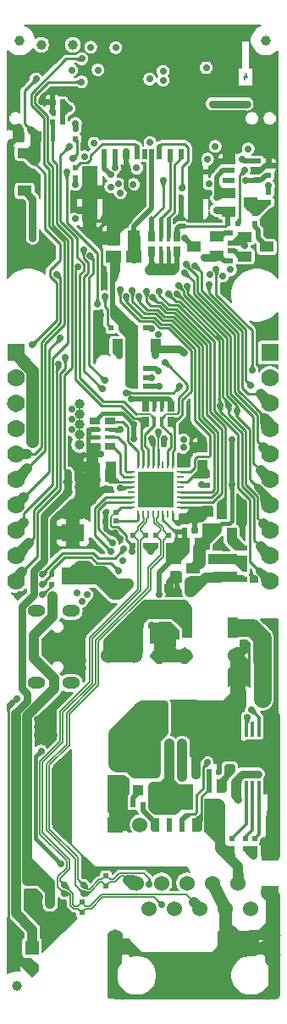
<source format=gbr>
G04 #@! TF.GenerationSoftware,KiCad,Pcbnew,5.1.6-c6e7f7d~87~ubuntu18.04.1*
G04 #@! TF.CreationDate,2022-05-31T16:19:01+03:00*
G04 #@! TF.ProjectId,ESP32-PoE-ISO_Rev_J,45535033-322d-4506-9f45-2d49534f5f52,J*
G04 #@! TF.SameCoordinates,Original*
G04 #@! TF.FileFunction,Copper,L4,Bot*
G04 #@! TF.FilePolarity,Positive*
%FSLAX46Y46*%
G04 Gerber Fmt 4.6, Leading zero omitted, Abs format (unit mm)*
G04 Created by KiCad (PCBNEW 5.1.6-c6e7f7d~87~ubuntu18.04.1) date 2022-05-31 16:19:01*
%MOMM*%
%LPD*%
G01*
G04 APERTURE LIST*
G04 #@! TA.AperFunction,NonConductor*
%ADD10C,0.158750*%
G04 #@! TD*
G04 #@! TA.AperFunction,SMDPad,CuDef*
%ADD11R,1.400000X1.000000*%
G04 #@! TD*
G04 #@! TA.AperFunction,SMDPad,CuDef*
%ADD12R,1.016000X1.016000*%
G04 #@! TD*
G04 #@! TA.AperFunction,SMDPad,CuDef*
%ADD13R,1.016000X2.032000*%
G04 #@! TD*
G04 #@! TA.AperFunction,ComponentPad*
%ADD14C,1.524000*%
G04 #@! TD*
G04 #@! TA.AperFunction,ComponentPad*
%ADD15R,1.524000X1.524000*%
G04 #@! TD*
G04 #@! TA.AperFunction,SMDPad,CuDef*
%ADD16R,2.200000X3.400000*%
G04 #@! TD*
G04 #@! TA.AperFunction,SMDPad,CuDef*
%ADD17R,0.550000X0.500000*%
G04 #@! TD*
G04 #@! TA.AperFunction,SMDPad,CuDef*
%ADD18R,0.500000X0.550000*%
G04 #@! TD*
G04 #@! TA.AperFunction,SMDPad,CuDef*
%ADD19R,1.270000X1.524000*%
G04 #@! TD*
G04 #@! TA.AperFunction,ConnectorPad*
%ADD20C,1.000000*%
G04 #@! TD*
G04 #@! TA.AperFunction,ComponentPad*
%ADD21C,1.778000*%
G04 #@! TD*
G04 #@! TA.AperFunction,ComponentPad*
%ADD22R,1.778000X1.778000*%
G04 #@! TD*
G04 #@! TA.AperFunction,SMDPad,CuDef*
%ADD23R,1.524000X1.270000*%
G04 #@! TD*
G04 #@! TA.AperFunction,SMDPad,CuDef*
%ADD24R,1.778000X1.016000*%
G04 #@! TD*
G04 #@! TA.AperFunction,SMDPad,CuDef*
%ADD25R,0.500000X1.000000*%
G04 #@! TD*
G04 #@! TA.AperFunction,SMDPad,CuDef*
%ADD26R,1.500000X1.200000*%
G04 #@! TD*
G04 #@! TA.AperFunction,Conductor*
%ADD27R,1.500000X4.500000*%
G04 #@! TD*
G04 #@! TA.AperFunction,SMDPad,CuDef*
%ADD28R,0.381000X1.016000*%
G04 #@! TD*
G04 #@! TA.AperFunction,SMDPad,CuDef*
%ADD29R,0.635000X1.016000*%
G04 #@! TD*
G04 #@! TA.AperFunction,SMDPad,CuDef*
%ADD30R,1.000000X1.400000*%
G04 #@! TD*
G04 #@! TA.AperFunction,SMDPad,CuDef*
%ADD31R,3.600000X3.600000*%
G04 #@! TD*
G04 #@! TA.AperFunction,ComponentPad*
%ADD32R,0.400000X0.400000*%
G04 #@! TD*
G04 #@! TA.AperFunction,ComponentPad*
%ADD33R,1.422400X1.422400*%
G04 #@! TD*
G04 #@! TA.AperFunction,SMDPad,CuDef*
%ADD34R,0.250000X0.800000*%
G04 #@! TD*
G04 #@! TA.AperFunction,SMDPad,CuDef*
%ADD35R,0.800000X0.250000*%
G04 #@! TD*
G04 #@! TA.AperFunction,SMDPad,CuDef*
%ADD36R,1.016000X0.381000*%
G04 #@! TD*
G04 #@! TA.AperFunction,SMDPad,CuDef*
%ADD37R,1.016000X0.635000*%
G04 #@! TD*
G04 #@! TA.AperFunction,ComponentPad*
%ADD38O,1.800000X1.200000*%
G04 #@! TD*
G04 #@! TA.AperFunction,SMDPad,CuDef*
%ADD39R,2.286000X1.778000*%
G04 #@! TD*
G04 #@! TA.AperFunction,ComponentPad*
%ADD40O,1.600000X2.999999*%
G04 #@! TD*
G04 #@! TA.AperFunction,SMDPad,CuDef*
%ADD41R,0.350000X1.500000*%
G04 #@! TD*
G04 #@! TA.AperFunction,SMDPad,CuDef*
%ADD42R,3.500000X2.600000*%
G04 #@! TD*
G04 #@! TA.AperFunction,SMDPad,CuDef*
%ADD43R,0.600000X1.400000*%
G04 #@! TD*
G04 #@! TA.AperFunction,ComponentPad*
%ADD44C,1.800000*%
G04 #@! TD*
G04 #@! TA.AperFunction,SMDPad,CuDef*
%ADD45R,1.200000X3.400001*%
G04 #@! TD*
G04 #@! TA.AperFunction,ComponentPad*
%ADD46C,1.500000*%
G04 #@! TD*
G04 #@! TA.AperFunction,ViaPad*
%ADD47C,0.700000*%
G04 #@! TD*
G04 #@! TA.AperFunction,SMDPad,CuDef*
%ADD48R,1.200000X0.550000*%
G04 #@! TD*
G04 #@! TA.AperFunction,ComponentPad*
%ADD49R,1.400000X1.400000*%
G04 #@! TD*
G04 #@! TA.AperFunction,ComponentPad*
%ADD50C,1.400000*%
G04 #@! TD*
G04 #@! TA.AperFunction,ViaPad*
%ADD51C,1.000000*%
G04 #@! TD*
G04 #@! TA.AperFunction,ViaPad*
%ADD52C,0.900000*%
G04 #@! TD*
G04 #@! TA.AperFunction,Conductor*
%ADD53C,1.016000*%
G04 #@! TD*
G04 #@! TA.AperFunction,Conductor*
%ADD54C,1.270000*%
G04 #@! TD*
G04 #@! TA.AperFunction,Conductor*
%ADD55C,0.406400*%
G04 #@! TD*
G04 #@! TA.AperFunction,Conductor*
%ADD56C,0.254000*%
G04 #@! TD*
G04 #@! TA.AperFunction,Conductor*
%ADD57C,0.762000*%
G04 #@! TD*
G04 #@! TA.AperFunction,Conductor*
%ADD58C,0.508000*%
G04 #@! TD*
G04 #@! TA.AperFunction,Conductor*
%ADD59C,0.482600*%
G04 #@! TD*
G04 #@! TA.AperFunction,Conductor*
%ADD60C,0.152400*%
G04 #@! TD*
G04 #@! TA.AperFunction,Conductor*
%ADD61C,0.355600*%
G04 #@! TD*
G04 #@! TA.AperFunction,Conductor*
%ADD62C,1.524000*%
G04 #@! TD*
G04 #@! TA.AperFunction,Conductor*
%ADD63C,0.609600*%
G04 #@! TD*
G04 #@! TA.AperFunction,Conductor*
%ADD64C,0.127000*%
G04 #@! TD*
G04 #@! TA.AperFunction,Conductor*
%ADD65C,1.778000*%
G04 #@! TD*
G04 #@! TA.AperFunction,Conductor*
%ADD66C,0.203200*%
G04 #@! TD*
G04 #@! TA.AperFunction,Conductor*
%ADD67C,0.025400*%
G04 #@! TD*
G04 APERTURE END LIST*
D10*
X114306047Y-95494928D02*
X114306047Y-95918261D01*
X114457238Y-95253023D02*
X114608428Y-95706595D01*
X114215333Y-95706595D01*
D11*
X92329000Y-103256000D03*
X92329000Y-107056000D03*
D12*
X91694000Y-101600000D03*
X93472000Y-101600000D03*
D13*
X101092000Y-166497000D03*
X96520000Y-166497000D03*
X113157000Y-150749000D03*
X108585000Y-150749000D03*
D14*
X113411000Y-153543000D03*
D15*
X115951000Y-153543000D03*
D14*
X108331000Y-153543000D03*
X105791000Y-153543000D03*
X100711000Y-153543000D03*
X103251000Y-153543000D03*
D16*
X104423000Y-160020000D03*
X111223000Y-160020000D03*
D14*
X103866000Y-170434000D03*
D15*
X101366000Y-170434000D03*
D17*
X94996000Y-145415000D03*
X94996000Y-146431000D03*
D18*
X95123000Y-99187000D03*
X96139000Y-99187000D03*
X95123000Y-98171000D03*
X96139000Y-98171000D03*
X96139000Y-100203000D03*
X95123000Y-100203000D03*
D12*
X105410000Y-151765000D03*
X103632000Y-151765000D03*
D17*
X114300000Y-142748000D03*
X114300000Y-143764000D03*
D12*
X113030000Y-143891000D03*
X113030000Y-145669000D03*
D19*
X103251000Y-111760000D03*
X101219000Y-111760000D03*
D20*
X91567000Y-186563000D03*
X116459000Y-92000000D03*
X91821000Y-92000000D03*
D18*
X106172000Y-132334000D03*
X105156000Y-132334000D03*
X99568000Y-135890000D03*
X100584000Y-135890000D03*
X101473000Y-139192000D03*
X100457000Y-139192000D03*
X109347000Y-140970000D03*
X108331000Y-140970000D03*
X113665000Y-110363000D03*
X112649000Y-110363000D03*
D17*
X97409000Y-105791000D03*
X97409000Y-104775000D03*
D18*
X104394000Y-126619000D03*
X103378000Y-126619000D03*
X104394000Y-124841000D03*
X103378000Y-124841000D03*
X104394000Y-120777000D03*
X103378000Y-120777000D03*
X104394000Y-125730000D03*
X103378000Y-125730000D03*
X100457000Y-140081000D03*
X101473000Y-140081000D03*
D17*
X110617000Y-136525000D03*
X110617000Y-135509000D03*
X105410000Y-141478000D03*
X105410000Y-142494000D03*
X106680000Y-142494000D03*
X106680000Y-141478000D03*
X103124000Y-142494000D03*
X103124000Y-141478000D03*
X104394000Y-142494000D03*
X104394000Y-141478000D03*
X114300000Y-145923000D03*
X114300000Y-144907000D03*
D18*
X105029000Y-150495000D03*
X104013000Y-150495000D03*
D17*
X115316000Y-109347000D03*
X115316000Y-110363000D03*
D11*
X111343440Y-143830040D03*
X111343440Y-145732500D03*
X109133640Y-144777460D03*
D21*
X116840000Y-146080000D03*
X116840000Y-143540000D03*
X116840000Y-138460000D03*
X116840000Y-141000000D03*
X116840000Y-135920000D03*
X116840000Y-133380000D03*
D22*
X116840000Y-123220000D03*
D21*
X116840000Y-125760000D03*
X116840000Y-128300000D03*
X116840000Y-130840000D03*
X91440000Y-130840000D03*
X91440000Y-128300000D03*
X91440000Y-125760000D03*
D22*
X91440000Y-123220000D03*
D21*
X91440000Y-133380000D03*
X91440000Y-135920000D03*
X91440000Y-141000000D03*
X91440000Y-138460000D03*
X91440000Y-143540000D03*
X91440000Y-146080000D03*
D11*
X114335560Y-113598960D03*
X114335560Y-111696500D03*
X116545360Y-112651540D03*
D23*
X101219000Y-113665000D03*
X103251000Y-113665000D03*
D24*
X116840000Y-177038000D03*
X116840000Y-173482000D03*
D25*
X100290000Y-103380000D03*
X101390000Y-103380000D03*
X102490000Y-103380000D03*
X103590000Y-103380000D03*
X104340000Y-103380000D03*
X105040000Y-103380000D03*
X105790000Y-103380000D03*
X106890000Y-103380000D03*
X107990000Y-103380000D03*
D26*
X109440000Y-105130000D03*
X98840000Y-105130000D03*
X109440000Y-109580000D03*
X98840000Y-109580000D03*
D27*
X98840000Y-107180000D03*
X109440000Y-107180000D03*
D12*
X110109000Y-134493000D03*
X110109000Y-132715000D03*
X99187000Y-134620000D03*
X100965000Y-134620000D03*
X107442000Y-143891000D03*
X107442000Y-145669000D03*
X110617000Y-140843000D03*
X110617000Y-139065000D03*
D28*
X106045000Y-128651000D03*
X105283000Y-128651000D03*
X106045000Y-130175000D03*
X105283000Y-130175000D03*
D29*
X106934000Y-128651000D03*
X106934000Y-130175000D03*
X104394000Y-128651000D03*
X104394000Y-130175000D03*
D11*
X111506000Y-111633000D03*
X111506000Y-113535460D03*
X109296200Y-112580420D03*
D23*
X110109000Y-142367000D03*
X108077000Y-142367000D03*
D17*
X116713000Y-108204000D03*
X116713000Y-107188000D03*
D30*
X105405000Y-122555000D03*
X101605000Y-122555000D03*
D18*
X100965000Y-120777000D03*
X101981000Y-120777000D03*
D31*
X105410000Y-136906000D03*
D32*
X106710000Y-137406000D03*
X106710000Y-136406000D03*
X105910000Y-135606000D03*
X104910000Y-135606000D03*
X104110000Y-136406000D03*
X104110000Y-137406000D03*
X104910000Y-138206000D03*
X105910000Y-138206000D03*
D33*
X105410000Y-136906000D03*
D34*
X103660000Y-139356000D03*
X104160000Y-139356000D03*
X104660000Y-139356000D03*
X105160000Y-139356000D03*
X105660000Y-139356000D03*
X106160000Y-139356000D03*
X106660000Y-139356000D03*
X107160000Y-139356000D03*
D35*
X107860000Y-138656000D03*
X107860000Y-138156000D03*
X107860000Y-137656000D03*
X107860000Y-137156000D03*
X107860000Y-136656000D03*
X107860000Y-136156000D03*
X107860000Y-135656000D03*
X107860000Y-135156000D03*
D34*
X107160000Y-134456000D03*
X106660000Y-134456000D03*
X106160000Y-134456000D03*
X105660000Y-134456000D03*
X105160000Y-134456000D03*
X104660000Y-134456000D03*
X104160000Y-134456000D03*
X103660000Y-134456000D03*
D35*
X102960000Y-135156000D03*
X102960000Y-135656000D03*
X102960000Y-136156000D03*
X102960000Y-136656000D03*
X102960000Y-137156000D03*
X102960000Y-137656000D03*
X102960000Y-138156000D03*
X102960000Y-138656000D03*
D17*
X112903000Y-114046000D03*
X112903000Y-113030000D03*
X112903000Y-112268000D03*
X112903000Y-111252000D03*
D11*
X114892000Y-108204000D03*
X112692000Y-107254000D03*
X112692000Y-109154000D03*
D30*
X113027460Y-141437360D03*
X113982500Y-139227560D03*
X112080040Y-139227560D03*
D29*
X105029000Y-113157000D03*
X105029000Y-111633000D03*
X107569000Y-113157000D03*
X107569000Y-111633000D03*
D28*
X105918000Y-113157000D03*
X106680000Y-113157000D03*
X105918000Y-111633000D03*
X106680000Y-111633000D03*
D36*
X99314000Y-130937000D03*
X99314000Y-131699000D03*
X100838000Y-130937000D03*
X100838000Y-131699000D03*
D37*
X99314000Y-130048000D03*
X100838000Y-130048000D03*
X99314000Y-132588000D03*
X100838000Y-132588000D03*
D38*
X93476000Y-149054000D03*
X96946000Y-149054000D03*
X96946000Y-156254000D03*
X93476000Y-156254000D03*
D39*
X97155000Y-145560000D03*
X97155000Y-141206000D03*
D40*
X117000000Y-182393000D03*
X101400000Y-182393000D03*
D14*
X114915000Y-178793000D03*
X113645000Y-176253000D03*
X112375000Y-178793000D03*
X111105000Y-176253000D03*
X109835000Y-178793000D03*
X108565000Y-176253000D03*
X107295000Y-178793000D03*
X106025000Y-176253000D03*
X104755000Y-178793000D03*
X103485000Y-176253000D03*
D17*
X100457000Y-175514000D03*
X100457000Y-176530000D03*
X98044000Y-179197000D03*
X98044000Y-178181000D03*
D18*
X111760000Y-167005000D03*
X110744000Y-167005000D03*
D14*
X116185000Y-157861000D03*
D15*
X113685000Y-157861000D03*
D17*
X113030000Y-171831000D03*
X113030000Y-172847000D03*
X115316000Y-172847000D03*
X115316000Y-171831000D03*
X114427000Y-172847000D03*
X114427000Y-171831000D03*
D18*
X103124000Y-168402000D03*
X104140000Y-168402000D03*
X110744000Y-165100000D03*
X111760000Y-165100000D03*
X111760000Y-166116000D03*
X110744000Y-166116000D03*
D41*
X115783000Y-160880000D03*
X115133000Y-160880000D03*
X114483000Y-160880000D03*
X113833000Y-160880000D03*
X113833000Y-166780000D03*
X114483000Y-166780000D03*
X115133000Y-166780000D03*
X115783000Y-166780000D03*
D42*
X107442000Y-167646000D03*
D43*
X105537000Y-170446000D03*
X106807000Y-170446000D03*
X108077000Y-170446000D03*
X109347000Y-170446000D03*
X109347000Y-164846000D03*
X108077000Y-164846000D03*
X106807000Y-164846000D03*
X105537000Y-164846000D03*
D44*
X107442000Y-167646000D03*
D12*
X103632000Y-165227000D03*
X103632000Y-167005000D03*
D45*
X117196000Y-169545000D03*
X110896000Y-169545000D03*
D46*
X102640000Y-98981000D03*
D47*
X101940000Y-97581000D03*
X103340000Y-97581000D03*
X104040000Y-98281000D03*
X104040000Y-99681000D03*
X103340000Y-100381000D03*
X101940000Y-100381000D03*
X101240000Y-99681000D03*
X101240000Y-98281000D03*
D17*
X116713000Y-104521000D03*
X116713000Y-105537000D03*
D48*
X115351000Y-104079001D03*
X115351000Y-105979001D03*
X112751000Y-104079001D03*
X112751000Y-105029001D03*
X112751000Y-105979001D03*
D17*
X97409000Y-100838000D03*
X97409000Y-101854000D03*
D49*
X93070680Y-182740300D03*
D50*
X93073220Y-184769760D03*
D51*
X93091000Y-132080000D03*
X95123000Y-147574000D03*
D47*
X92583000Y-176022000D03*
X92583000Y-175260000D03*
X92583000Y-170307000D03*
X94869000Y-178308000D03*
X94803014Y-176214986D03*
X91821000Y-147447000D03*
X99949000Y-133350000D03*
X97663000Y-135890000D03*
D52*
X106680000Y-146621500D03*
D51*
X107569000Y-147193000D03*
D47*
X117348000Y-94234000D03*
X108966000Y-139785743D03*
X108077000Y-139785743D03*
X109855000Y-139785743D03*
X99060000Y-138049000D03*
D51*
X98679000Y-135572500D03*
D47*
X95250000Y-161480500D03*
X101854000Y-141859000D03*
X110109000Y-131826000D03*
X114173000Y-140208000D03*
X114173000Y-138176000D03*
X115316000Y-145796000D03*
D51*
X111760000Y-142494000D03*
D47*
X91567000Y-157797496D03*
X93599000Y-160655000D03*
D51*
X96520000Y-163957000D03*
X95504000Y-170053000D03*
X95504000Y-169037000D03*
X96520000Y-170053000D03*
X96520000Y-169037000D03*
X96520000Y-171196000D03*
D47*
X93599000Y-159893000D03*
X93599000Y-161480500D03*
X94424500Y-161480500D03*
X98171000Y-154051000D03*
X98171000Y-154813000D03*
X97409000Y-154813000D03*
X96647000Y-154813000D03*
X91186000Y-184150000D03*
X93853000Y-177673000D03*
X92964000Y-178562000D03*
X93853000Y-178562000D03*
D51*
X96520000Y-168021000D03*
X95504000Y-168021000D03*
X95504000Y-167005000D03*
X95504000Y-165989000D03*
X95504000Y-164973000D03*
X96520000Y-164973000D03*
X106553000Y-150749000D03*
X106553000Y-151892000D03*
D47*
X105664000Y-150749000D03*
D51*
X107061000Y-153543000D03*
D47*
X96774000Y-179451000D03*
X106299000Y-131826000D03*
X101340570Y-141256510D03*
X92075000Y-96393000D03*
D51*
X93853000Y-91186000D03*
X110490000Y-91181000D03*
X114427000Y-91186000D03*
X107950000Y-91181000D03*
X105410000Y-91181000D03*
X102870000Y-91181000D03*
X100330000Y-91181000D03*
X97790000Y-91181000D03*
D47*
X99949000Y-119507000D03*
X97663000Y-108966000D03*
X99949000Y-122397010D03*
X109474000Y-103886000D03*
X115443000Y-105029000D03*
D51*
X102498537Y-104904645D03*
D47*
X91694000Y-100711000D03*
X110737084Y-107276396D03*
X94023642Y-98127364D03*
X117348000Y-96520000D03*
X117348000Y-99060000D03*
X117348000Y-101981000D03*
X117348000Y-103505000D03*
X95884997Y-180721003D03*
X116713000Y-121539000D03*
X117348000Y-120650000D03*
X90932000Y-113665000D03*
X90932000Y-114935000D03*
X90932000Y-111125000D03*
X90932000Y-108585000D03*
X90932000Y-106045000D03*
X90932000Y-103505000D03*
X90932000Y-100711000D03*
X90932000Y-109855000D03*
X90932000Y-112395000D03*
X90932000Y-107315000D03*
X90932000Y-104775000D03*
X90932000Y-102235000D03*
X117348000Y-95250000D03*
X117348000Y-97790000D03*
X117348000Y-100584000D03*
D51*
X96647000Y-137160000D03*
X96647000Y-136144000D03*
D47*
X106172000Y-95123000D03*
X111125000Y-98349688D03*
X108473816Y-114426558D03*
X116713000Y-106553000D03*
X114554000Y-98361500D03*
X94107000Y-147447000D03*
X102743000Y-126365000D03*
X102743000Y-125603000D03*
X97028000Y-130937000D03*
X97028000Y-129921000D03*
D51*
X97790000Y-132461000D03*
X97790000Y-131445000D03*
X97790000Y-130429000D03*
X97790000Y-129413000D03*
X108839000Y-147193000D03*
X108839000Y-146177000D03*
X93980000Y-92456000D03*
X97155000Y-92456000D03*
X104828205Y-115004027D03*
D47*
X114681000Y-102870000D03*
D51*
X97790000Y-128397000D03*
D47*
X97028000Y-128905000D03*
D51*
X101351221Y-115004129D03*
D47*
X104902000Y-143129000D03*
X105791000Y-147447000D03*
X93980000Y-163067994D03*
X103091479Y-143129000D03*
X106934000Y-143129000D03*
X95979490Y-174371000D03*
X101727000Y-145034000D03*
X94107000Y-146431000D03*
X98016923Y-96157588D03*
X93472000Y-95885000D03*
X93218000Y-102616000D03*
X93091000Y-122428000D03*
X96774000Y-102611000D03*
X103759000Y-117602000D03*
X99267901Y-102281101D03*
X97663000Y-114681000D03*
X102235000Y-142875000D03*
X94107000Y-145415000D03*
X98044000Y-93853000D03*
X104521000Y-117094000D03*
X101442065Y-92740935D03*
X99665224Y-94982570D03*
X103095155Y-116995845D03*
X105332150Y-123474968D03*
X108204000Y-123190000D03*
X100330000Y-117602000D03*
X97022988Y-94991000D03*
X102489000Y-117602000D03*
X98933000Y-92710000D03*
X106410622Y-124236990D03*
X99568000Y-118364000D03*
X96520000Y-105188112D03*
X115062000Y-124968000D03*
X102480368Y-127243213D03*
X107823000Y-126619000D03*
X95734918Y-124370313D03*
X110744000Y-106360987D03*
X111483610Y-114897258D03*
X111506000Y-108966000D03*
X95885000Y-121793000D03*
X105664000Y-121377962D03*
X97409004Y-109855000D03*
X105791000Y-117093996D03*
X105001995Y-120804005D03*
X101917500Y-107251500D03*
X111887000Y-128523990D03*
X106680000Y-117348000D03*
X97409000Y-106426000D03*
X101735871Y-106380069D03*
X112747155Y-128552845D03*
X105791000Y-126619000D03*
X108077000Y-106807000D03*
X107569000Y-117348000D03*
X103197882Y-106426000D03*
X105029000Y-125730000D03*
X113538000Y-129032000D03*
X103535990Y-104775000D03*
X107725201Y-116522765D03*
X97106584Y-103822506D03*
X101854000Y-116967000D03*
X98331845Y-103631997D03*
X97536000Y-147279360D03*
X98044000Y-148082000D03*
X98552000Y-147447000D03*
X102108000Y-144018000D03*
X108204000Y-132715000D03*
X108204000Y-131953000D03*
X106172000Y-106045000D03*
X100918728Y-105439478D03*
X114300000Y-105029000D03*
X101351642Y-104734826D03*
D51*
X102108000Y-167005000D03*
X102108000Y-165989000D03*
X117284500Y-171577000D03*
X117284500Y-172593000D03*
D47*
X113030000Y-159512000D03*
X109855000Y-158496000D03*
D51*
X108839000Y-158496000D03*
X108839000Y-160782000D03*
X108839000Y-159639000D03*
D47*
X109855000Y-159258000D03*
X109855000Y-160020000D03*
X109855000Y-160782000D03*
D51*
X107696000Y-159639000D03*
X107696000Y-160782000D03*
X107696000Y-158496000D03*
D47*
X101092000Y-167767000D03*
X101092000Y-168529000D03*
X101092000Y-169291000D03*
D51*
X102108000Y-168021000D03*
X102108000Y-169037000D03*
D47*
X113030000Y-160254190D03*
D51*
X102489000Y-150368000D03*
X101727000Y-151130000D03*
X102743000Y-146304000D03*
X101727000Y-146304000D03*
X101727000Y-147447000D03*
X98552000Y-145669000D03*
X98552000Y-144526000D03*
D47*
X108077000Y-165735000D03*
D51*
X108077000Y-163449000D03*
X108077000Y-162306000D03*
D47*
X115011196Y-158927796D03*
X113030000Y-173482000D03*
D51*
X111887000Y-168529000D03*
X111887000Y-171323000D03*
D47*
X113284000Y-167195500D03*
X113284000Y-166370000D03*
X113792000Y-165608000D03*
X113665000Y-167894000D03*
X114681000Y-165354000D03*
X115697000Y-165354000D03*
X115189000Y-173450250D03*
X104879966Y-102235006D03*
X108340480Y-115242751D03*
X97408988Y-100330000D03*
X104824902Y-95877377D03*
X108615968Y-116559331D03*
X112903000Y-114935000D03*
X110488013Y-94743983D03*
X101790500Y-123571000D03*
X100330005Y-125984000D03*
X98824640Y-113531177D03*
X110252304Y-113679903D03*
X100076000Y-126873000D03*
X114300000Y-112522000D03*
X98220630Y-112945570D03*
X113030000Y-131953000D03*
X113030000Y-136398000D03*
X102997000Y-127889000D03*
X103250997Y-130428997D03*
X105029000Y-131826000D03*
X103251000Y-131826000D03*
X109981990Y-136398000D03*
X114396010Y-106045000D03*
X111506000Y-107696000D03*
X95529400Y-115412010D03*
X110856314Y-115436190D03*
X105664000Y-125095000D03*
X96361993Y-123666999D03*
X111379000Y-102616000D03*
X112141000Y-115570000D03*
X96774000Y-98806000D03*
X106172000Y-96012000D03*
X109378372Y-114532519D03*
X105664000Y-131191000D03*
X101854000Y-130937000D03*
X101854000Y-136779000D03*
X114935000Y-126492000D03*
X110617000Y-103886000D03*
X114046000Y-103886000D03*
X110744000Y-116459000D03*
X105132644Y-117721516D03*
X100953289Y-106647490D03*
X100965006Y-143129000D03*
X98234500Y-177293513D03*
X104775000Y-176402960D03*
X98234500Y-176466500D03*
X106044996Y-178435000D03*
X96329499Y-177294710D03*
X96330699Y-176467699D03*
D51*
X114935000Y-181483000D03*
X102870000Y-182880000D03*
X114935000Y-182880000D03*
X113538000Y-182880000D03*
X112395000Y-185420000D03*
X111125000Y-184150000D03*
X109855000Y-185420000D03*
X117387990Y-185420000D03*
X117387990Y-187387990D03*
X111125000Y-186690000D03*
X108585000Y-186690000D03*
X108585000Y-184150000D03*
X107315000Y-185420000D03*
X106045000Y-186690000D03*
X106045000Y-184150000D03*
X101092000Y-187325000D03*
X101092000Y-185420000D03*
D47*
X101092000Y-142240000D03*
X93121979Y-111760000D03*
X108363502Y-111756863D03*
D51*
X102743000Y-161417000D03*
X102743000Y-160020000D03*
X104521000Y-162179000D03*
X104521000Y-163322000D03*
X106045000Y-158877000D03*
X106045000Y-160020000D03*
X106045000Y-161163000D03*
X101473000Y-161417000D03*
D47*
X114565912Y-159674791D03*
X110617000Y-164211000D03*
D51*
X112903000Y-164846000D03*
X105156000Y-166624000D03*
X105156000Y-167640000D03*
X105156000Y-168656000D03*
X106807000Y-163449000D03*
X106807000Y-162306000D03*
D53*
X95250000Y-155829000D02*
X93218000Y-153797000D01*
X95250000Y-156821200D02*
X95250000Y-155829000D01*
X92583000Y-159488200D02*
X95250000Y-156821200D01*
X92583000Y-170307000D02*
X92583000Y-159488200D01*
X93218000Y-151511000D02*
X95123000Y-149606000D01*
X93218000Y-153797000D02*
X93218000Y-151511000D01*
X95123000Y-149606000D02*
X95123000Y-147574000D01*
D54*
X91440000Y-123380500D02*
X91440000Y-123190000D01*
X93091000Y-125031500D02*
X91440000Y-123380500D01*
X93091000Y-132080000D02*
X93091000Y-125031500D01*
D53*
X92583000Y-172339000D02*
X92583000Y-173609000D01*
X92583000Y-171069000D02*
X92583000Y-172339000D01*
X92583000Y-173609000D02*
X92583000Y-176022000D01*
X92583000Y-170307000D02*
X92583000Y-171069000D01*
X94869000Y-177038000D02*
X93853000Y-176022000D01*
X94869000Y-178308000D02*
X94869000Y-177038000D01*
X92583000Y-176022000D02*
X93853000Y-176022000D01*
X93853000Y-176022000D02*
X94610028Y-176022000D01*
X94610028Y-176022000D02*
X94803014Y-176214986D01*
X94869000Y-176280972D02*
X94803014Y-176214986D01*
X94869000Y-178308000D02*
X94869000Y-176280972D01*
X94803014Y-176210014D02*
X94803014Y-176214986D01*
X92583000Y-172339000D02*
X92583000Y-173990000D01*
X92583000Y-173990000D02*
X94803014Y-176210014D01*
X93848028Y-175260000D02*
X94803014Y-176214986D01*
X92583000Y-175260000D02*
X93848028Y-175260000D01*
D55*
X98679000Y-131699000D02*
X98679000Y-131953000D01*
X98679000Y-130937000D02*
X98679000Y-131699000D01*
D56*
X98679000Y-131699000D02*
X99314000Y-131699000D01*
D55*
X98679000Y-132588000D02*
X99314000Y-132588000D01*
X98679000Y-131953000D02*
X98679000Y-132969000D01*
X98679000Y-133350000D02*
X98679000Y-132969000D01*
X99314000Y-130937000D02*
X98679000Y-130937000D01*
X98679000Y-133350000D02*
X99949000Y-133350000D01*
D56*
X107860000Y-138656000D02*
X108684000Y-138656000D01*
D57*
X110617000Y-139065000D02*
X109896257Y-139785743D01*
X109896257Y-139785743D02*
X109855000Y-139785743D01*
X98679000Y-137668000D02*
X99060000Y-138049000D01*
D58*
X99568000Y-135890000D02*
X99568000Y-134366000D01*
X99568000Y-135890000D02*
X99568000Y-137033000D01*
X99568000Y-137160000D02*
X99568000Y-137033000D01*
D57*
X99060000Y-138049000D02*
X99060000Y-135953500D01*
X99060000Y-135953500D02*
X98679000Y-135572500D01*
D55*
X98679000Y-134620000D02*
X98679000Y-133350000D01*
X99187000Y-134620000D02*
X99187000Y-135064500D01*
X99187000Y-135064500D02*
X98679000Y-135572500D01*
D58*
X98679000Y-135572500D02*
X98679000Y-134620000D01*
X98679000Y-134620000D02*
X99187000Y-134620000D01*
X99187000Y-135890000D02*
X98996500Y-135890000D01*
X99568000Y-135890000D02*
X99187000Y-135890000D01*
D55*
X99187000Y-134620000D02*
X99187000Y-135890000D01*
D58*
X98996500Y-135890000D02*
X98679000Y-135572500D01*
X99441000Y-134874000D02*
X99441000Y-135890000D01*
X99187000Y-134620000D02*
X99441000Y-134874000D01*
X105029000Y-150495000D02*
X105410000Y-150495000D01*
X105410000Y-150495000D02*
X105664000Y-150749000D01*
D57*
X114173000Y-138176000D02*
X114173000Y-140208000D01*
D56*
X90678000Y-158686496D02*
X91217001Y-158147495D01*
X91217001Y-158147495D02*
X91567000Y-157797496D01*
X90678000Y-183642000D02*
X90678000Y-158686496D01*
X91186000Y-184150000D02*
X90678000Y-183642000D01*
D53*
X96520000Y-163957000D02*
X95504000Y-164973000D01*
X96520000Y-163957000D02*
X96520000Y-164973000D01*
X96520000Y-168021000D02*
X96520000Y-171196000D01*
X95504000Y-168021000D02*
X95504000Y-170243500D01*
X95504000Y-170243500D02*
X96393000Y-171132500D01*
X95504000Y-168021000D02*
X96392990Y-168021000D01*
X95504000Y-164973000D02*
X96392990Y-164973000D01*
X95504000Y-164973000D02*
X95504000Y-168021000D01*
D57*
X96520000Y-164973000D02*
X95504000Y-164973000D01*
X96520000Y-168021000D02*
X95504000Y-168021000D01*
D53*
X96520000Y-166497000D02*
X96520000Y-168021000D01*
X96520000Y-166497000D02*
X96520000Y-164973000D01*
X107496894Y-153543000D02*
X108204000Y-153543000D01*
X106553000Y-151892000D02*
X106553000Y-152599106D01*
X106553000Y-152599106D02*
X107496894Y-153543000D01*
X106553000Y-151892000D02*
X105410000Y-150749000D01*
X106553000Y-151892000D02*
X106553000Y-153035000D01*
X106553000Y-153035000D02*
X107061000Y-153543000D01*
X106553000Y-150749000D02*
X106553000Y-151892000D01*
X105410000Y-150749000D02*
X106553000Y-150749000D01*
X105410000Y-151765000D02*
X105410000Y-150749000D01*
D54*
X107061000Y-153543000D02*
X108269354Y-153543000D01*
D53*
X105791000Y-152146000D02*
X105410000Y-151765000D01*
X105791000Y-153543000D02*
X105791000Y-152146000D01*
D57*
X98679000Y-138049000D02*
X99060000Y-138049000D01*
D53*
X97155000Y-141206000D02*
X97155000Y-139573000D01*
X97155000Y-139573000D02*
X98679000Y-138049000D01*
D58*
X106299000Y-131826000D02*
X106172000Y-131953000D01*
X106172000Y-131953000D02*
X106172000Y-132334000D01*
D57*
X110109000Y-131826000D02*
X110109000Y-132715000D01*
D56*
X108458000Y-133350000D02*
X108458000Y-134239000D01*
X110109000Y-132715000D02*
X109093000Y-132715000D01*
X109093000Y-132715000D02*
X108458000Y-133350000D01*
X108684000Y-138656000D02*
X110208000Y-138656000D01*
X110208000Y-138656000D02*
X110617000Y-139065000D01*
D58*
X107569000Y-147193000D02*
X107569000Y-145796000D01*
X106680000Y-146177000D02*
X106680000Y-146621500D01*
X107442000Y-145669000D02*
X107188000Y-145669000D01*
X107188000Y-145669000D02*
X106680000Y-146177000D01*
X106934000Y-147193000D02*
X107569000Y-147193000D01*
X106680000Y-146621500D02*
X106680000Y-146939000D01*
X106680000Y-146939000D02*
X106934000Y-147193000D01*
X109347000Y-139827000D02*
X109388257Y-139785743D01*
D57*
X109855000Y-139785743D02*
X109388257Y-139785743D01*
X108966000Y-139785743D02*
X109855000Y-139785743D01*
X108077000Y-139785743D02*
X108966000Y-139785743D01*
D56*
X107160000Y-139356000D02*
X107160000Y-139926000D01*
X107781743Y-140081000D02*
X108077000Y-139785743D01*
X107315000Y-140081000D02*
X107781743Y-140081000D01*
X107160000Y-139926000D02*
X107315000Y-140081000D01*
X107505500Y-140271500D02*
X107823000Y-140271500D01*
X107315000Y-140081000D02*
X107505500Y-140271500D01*
X108077000Y-139649200D02*
X108077000Y-139785743D01*
X107873800Y-139446000D02*
X108077000Y-139649200D01*
X107781743Y-140081000D02*
X107781743Y-139538057D01*
X107781743Y-139538057D02*
X107873800Y-139446000D01*
D58*
X109347000Y-140970000D02*
X109347000Y-139827000D01*
D56*
X108077000Y-140081000D02*
X108077000Y-139785743D01*
X107759500Y-140398500D02*
X108077000Y-140081000D01*
X107505500Y-140271500D02*
X107632500Y-140398500D01*
X107632500Y-140398500D02*
X107759500Y-140398500D01*
D58*
X99568000Y-137541000D02*
X99060000Y-138049000D01*
X99568000Y-137033000D02*
X99568000Y-137541000D01*
X100457000Y-139192000D02*
X100457000Y-140081000D01*
X100457000Y-140864000D02*
X100849510Y-141256510D01*
X100457000Y-140081000D02*
X100457000Y-140864000D01*
X100849510Y-141256510D02*
X101340570Y-141256510D01*
X101340570Y-141345570D02*
X101340570Y-141256510D01*
X101854000Y-141859000D02*
X101340570Y-141345570D01*
D53*
X98679000Y-138049000D02*
X98425000Y-138303000D01*
X98679000Y-135572500D02*
X98679000Y-138049000D01*
D54*
X107061000Y-153543000D02*
X105791000Y-153543000D01*
D59*
X95123000Y-98171000D02*
X95123000Y-99187000D01*
D57*
X97663000Y-108966000D02*
X98298000Y-108966000D01*
X98298000Y-108966000D02*
X98806000Y-109474000D01*
D53*
X98840000Y-109580000D02*
X98840000Y-111159000D01*
X98840000Y-111159000D02*
X99441000Y-111760000D01*
X99441000Y-111760000D02*
X101219000Y-111760000D01*
D57*
X109440000Y-107180000D02*
X109440000Y-109567000D01*
X109440000Y-109567000D02*
X109474000Y-109601000D01*
D58*
X109440000Y-107180000D02*
X109440000Y-105190000D01*
X109440000Y-105190000D02*
X109474000Y-105156000D01*
D57*
X109474000Y-105156000D02*
X109474000Y-103886000D01*
D58*
X112751000Y-104079001D02*
X111947999Y-104079001D01*
X111947999Y-104079001D02*
X110871000Y-105156000D01*
X110871000Y-105156000D02*
X109474000Y-105156000D01*
X116713000Y-104521000D02*
X116459000Y-104521000D01*
X116459000Y-104521000D02*
X115951000Y-105029000D01*
X115951000Y-105029000D02*
X115443000Y-105029000D01*
X102490000Y-103380000D02*
X102490000Y-104896108D01*
X102490000Y-104896108D02*
X102498537Y-104904645D01*
D57*
X91694000Y-101600000D02*
X91694000Y-100711000D01*
D58*
X109440000Y-107180000D02*
X110640688Y-107180000D01*
X110640688Y-107180000D02*
X110737084Y-107276396D01*
X95123000Y-98171000D02*
X94067278Y-98171000D01*
X94067278Y-98171000D02*
X94023642Y-98127364D01*
X91694000Y-101600000D02*
X90932000Y-102362000D01*
X90932000Y-102362000D02*
X90932000Y-114935000D01*
X102900119Y-107164197D02*
X102466872Y-106730950D01*
X102900119Y-109951881D02*
X102900119Y-107164197D01*
X101219000Y-111760000D02*
X101219000Y-111633000D01*
X102466872Y-104936310D02*
X102498537Y-104904645D01*
X102466872Y-106730950D02*
X102466872Y-104936310D01*
X101219000Y-111633000D02*
X102900119Y-109951881D01*
D57*
X96647000Y-137160000D02*
X96647000Y-136144000D01*
X96647000Y-136144000D02*
X96647000Y-135255000D01*
D53*
X91440000Y-179274240D02*
X91440000Y-161417000D01*
X91440000Y-161417000D02*
X91440000Y-159385000D01*
X93091000Y-182753000D02*
X93091000Y-180925240D01*
X93091000Y-180925240D02*
X91440000Y-179274240D01*
D57*
X92583000Y-157353000D02*
X92067990Y-156837990D01*
X92583000Y-158051344D02*
X92583000Y-157353000D01*
X93218000Y-147445038D02*
X93218000Y-145034000D01*
X94234022Y-139572978D02*
X96647000Y-137160000D01*
X93218000Y-145034000D02*
X94234022Y-144017978D01*
X92067990Y-156837990D02*
X92067990Y-148595048D01*
X91440000Y-159385000D02*
X91440000Y-159194344D01*
X94234022Y-144017978D02*
X94234022Y-139572978D01*
X91440000Y-159194344D02*
X92583000Y-158051344D01*
X92067990Y-148595048D02*
X93218000Y-147445038D01*
D55*
X95123000Y-100203000D02*
X95123000Y-101981000D01*
D56*
X96266066Y-134874066D02*
X96266066Y-125475934D01*
X95123000Y-104013000D02*
X95123000Y-101981000D01*
X97028031Y-123890309D02*
X97028031Y-111825371D01*
X96266066Y-125475934D02*
X97027978Y-124714022D01*
X97028031Y-111825371D02*
X95503989Y-110301329D01*
X95503989Y-104393989D02*
X95123000Y-104013000D01*
X95503989Y-110301329D02*
X95503989Y-104393989D01*
X97027978Y-123890362D02*
X97028031Y-123890309D01*
X96647000Y-135255000D02*
X96266066Y-134874066D01*
X97027978Y-124714022D02*
X97027978Y-123890362D01*
D53*
X116840000Y-130302000D02*
X116362001Y-129824001D01*
X116840000Y-130840000D02*
X116840000Y-130302000D01*
D58*
X116713000Y-107188000D02*
X116713000Y-106553000D01*
D56*
X111125000Y-98349688D02*
X111235186Y-98349688D01*
D57*
X114542188Y-98349688D02*
X114554000Y-98361500D01*
X111125000Y-98349688D02*
X114542188Y-98349688D01*
D56*
X108473816Y-114482163D02*
X108473816Y-114426558D01*
X109600989Y-117186479D02*
X109600989Y-115609338D01*
X109600989Y-115609338D02*
X108473816Y-114482163D01*
X116840000Y-130302000D02*
X116840000Y-130175000D01*
X113664978Y-126999978D02*
X113664978Y-121250468D01*
X116840000Y-130175000D02*
X113664978Y-126999978D01*
X113664978Y-121250468D02*
X109600989Y-117186479D01*
D58*
X114300000Y-145923000D02*
X112776000Y-145923000D01*
D56*
X94996000Y-146431000D02*
X94996000Y-146558000D01*
X94996000Y-146558000D02*
X94107000Y-147447000D01*
D55*
X114046000Y-145669000D02*
X114300000Y-145923000D01*
X113030000Y-145669000D02*
X114046000Y-145669000D01*
D53*
X111406940Y-145669000D02*
X113030000Y-145669000D01*
X111343440Y-145732500D02*
X111406940Y-145669000D01*
D57*
X102743000Y-125603000D02*
X102743000Y-124841000D01*
D58*
X103378000Y-124841000D02*
X102743000Y-124841000D01*
X103378000Y-126619000D02*
X102997000Y-126619000D01*
X102997000Y-126619000D02*
X102743000Y-126365000D01*
X103378000Y-126619000D02*
X103378000Y-125603000D01*
D57*
X102743000Y-125603000D02*
X102743000Y-126365000D01*
D58*
X103378000Y-121412000D02*
X103378000Y-125603000D01*
X103378000Y-125603000D02*
X103378000Y-125730000D01*
X103378000Y-125730000D02*
X102743000Y-126365000D01*
X103378000Y-125603000D02*
X102743000Y-125603000D01*
X103378000Y-121412000D02*
X103378000Y-120777000D01*
D53*
X108966000Y-147193000D02*
X109982000Y-146177000D01*
D57*
X109601000Y-146558000D02*
X109601000Y-146177000D01*
D53*
X108839000Y-147193000D02*
X108839000Y-146177000D01*
D58*
X103124000Y-125222000D02*
X102743000Y-125603000D01*
X103124000Y-121158000D02*
X103124000Y-125222000D01*
X103124000Y-121158000D02*
X103378000Y-121412000D01*
D53*
X108968540Y-146047460D02*
X108839000Y-146177000D01*
X110091220Y-146047460D02*
X108968540Y-146047460D01*
X110406180Y-145732500D02*
X110091220Y-146047460D01*
X111343440Y-145732500D02*
X110406180Y-145732500D01*
D55*
X105918000Y-113157000D02*
X105918000Y-114808000D01*
X106680000Y-113157000D02*
X106680000Y-114808000D01*
D53*
X105918000Y-114808000D02*
X106680000Y-114808000D01*
D58*
X107569000Y-114681000D02*
X107442000Y-114808000D01*
X107569000Y-113157000D02*
X107569000Y-114681000D01*
X101981000Y-120777000D02*
X101981000Y-120396000D01*
X101981000Y-120396000D02*
X102362000Y-120777000D01*
X101981000Y-120777000D02*
X102489000Y-120777000D01*
X102362000Y-120777000D02*
X102489000Y-120777000D01*
X102489000Y-120777000D02*
X102743000Y-120777000D01*
X102616000Y-120777000D02*
X103124000Y-120777000D01*
X101981000Y-120396000D02*
X101122998Y-119537998D01*
X105029000Y-114803232D02*
X104828205Y-115004027D01*
X105029000Y-113157000D02*
X105029000Y-114803232D01*
X101122998Y-119537998D02*
X101122998Y-118902998D01*
X102997000Y-120777000D02*
X101122998Y-118902998D01*
X101122998Y-115232352D02*
X101351221Y-115004129D01*
D53*
X101346000Y-114998908D02*
X101351221Y-115004129D01*
X101219000Y-113665000D02*
X101346000Y-113792000D01*
X101346000Y-113792000D02*
X101346000Y-114998908D01*
D58*
X101188002Y-118587002D02*
X101122998Y-118587002D01*
X103378000Y-120777000D02*
X101188002Y-118587002D01*
X101122998Y-118902998D02*
X101122998Y-118587002D01*
X101981000Y-120904000D02*
X102743000Y-121666000D01*
X101981000Y-120777000D02*
X101981000Y-120904000D01*
D57*
X102743000Y-124841000D02*
X102743000Y-121666000D01*
X102743000Y-121666000D02*
X102743000Y-120904000D01*
D58*
X101122998Y-116174002D02*
X101122998Y-116047002D01*
X101122998Y-118587002D02*
X101122998Y-116174002D01*
X101122998Y-116174002D02*
X101122998Y-115232352D01*
X101351221Y-115818779D02*
X101351221Y-115004129D01*
X101122998Y-116047002D02*
X101351221Y-115818779D01*
D53*
X105918000Y-114808000D02*
X105024232Y-114808000D01*
X105024232Y-114808000D02*
X104828205Y-115004027D01*
X106680000Y-114808000D02*
X107315000Y-114808000D01*
X107118973Y-115004027D02*
X107315000Y-114808000D01*
X104828205Y-115004027D02*
X107118973Y-115004027D01*
D58*
X105410000Y-142494000D02*
X105410000Y-142621000D01*
X105410000Y-142621000D02*
X104902000Y-143129000D01*
X104394000Y-142494000D02*
X104394000Y-142621000D01*
X104394000Y-142621000D02*
X104902000Y-143129000D01*
X104902000Y-142494000D02*
X105410000Y-142494000D01*
X104394000Y-142494000D02*
X104902000Y-142494000D01*
X104902000Y-142494000D02*
X104902000Y-143129000D01*
X106712509Y-143827500D02*
X106712509Y-143794991D01*
X106680000Y-142494000D02*
X106680000Y-142748000D01*
X106680000Y-142748000D02*
X107823000Y-142748000D01*
X107188000Y-142494000D02*
X107696000Y-141986000D01*
X108077000Y-142367000D02*
X107950000Y-142494000D01*
X107950000Y-142494000D02*
X107188000Y-142494000D01*
X107188000Y-142494000D02*
X106680000Y-142494000D01*
D53*
X108331000Y-142367000D02*
X108077000Y-142367000D01*
D58*
X103124000Y-142494000D02*
X103091479Y-142526521D01*
X103091479Y-142526521D02*
X103091479Y-142634026D01*
X103091479Y-142634026D02*
X103091479Y-143129000D01*
D55*
X93439500Y-163608494D02*
X93439500Y-171831010D01*
X93980000Y-163067994D02*
X93439500Y-163608494D01*
X93439500Y-171831010D02*
X95979490Y-174371000D01*
D58*
X105791000Y-145192750D02*
X105791000Y-147447000D01*
X106712509Y-144271241D02*
X105791000Y-145192750D01*
X107092750Y-143891000D02*
X106712509Y-144271241D01*
X107442000Y-143891000D02*
X107092750Y-143891000D01*
X106712509Y-143096491D02*
X106712509Y-143129000D01*
X107442000Y-142367000D02*
X106712509Y-143096491D01*
X106712509Y-143129000D02*
X107442000Y-143129000D01*
X107442000Y-143891000D02*
X107442000Y-143129000D01*
X107442000Y-143129000D02*
X107442000Y-142367000D01*
X106712509Y-143129000D02*
X107347509Y-143764000D01*
X107347509Y-143764000D02*
X107442000Y-143764000D01*
X108331000Y-140970000D02*
X108331000Y-142367000D01*
D56*
X107442000Y-141224000D02*
X107442000Y-142367000D01*
X106160000Y-139356000D02*
X106160000Y-139942000D01*
X108331000Y-140970000D02*
X107188000Y-140970000D01*
X106160000Y-139942000D02*
X107188000Y-140970000D01*
X107442000Y-141224000D02*
X108331000Y-141224000D01*
X107315000Y-141097000D02*
X108331000Y-141097000D01*
X107188000Y-140970000D02*
X107315000Y-141097000D01*
X107315000Y-141097000D02*
X107442000Y-141224000D01*
D53*
X107442000Y-143891000D02*
X108331000Y-143002000D01*
X108331000Y-143002000D02*
X108331000Y-142494000D01*
D58*
X106680000Y-142748000D02*
X106680000Y-143096491D01*
X106680000Y-143096491D02*
X106712509Y-143129000D01*
X106680000Y-143860009D02*
X106712509Y-143827500D01*
X106712509Y-143129000D02*
X106680000Y-143161509D01*
X106680000Y-143161509D02*
X106680000Y-143860009D01*
X106680759Y-144271241D02*
X106712509Y-144271241D01*
X106680000Y-143827500D02*
X106680000Y-144272000D01*
X106680000Y-144272000D02*
X106680759Y-144271241D01*
D56*
X103099000Y-142494000D02*
X103124000Y-142494000D01*
X102489000Y-141478000D02*
X102489000Y-141884000D01*
X101473000Y-139192000D02*
X101346000Y-139192000D01*
X102489000Y-141884000D02*
X103099000Y-142494000D01*
X100965000Y-140525500D02*
X101092000Y-140652500D01*
X101092000Y-140652500D02*
X101663500Y-140652500D01*
X101663500Y-140652500D02*
X102489000Y-141478000D01*
X102009000Y-138656000D02*
X102960000Y-138656000D01*
X101473000Y-139192000D02*
X102009000Y-138656000D01*
D60*
X100965000Y-139623800D02*
X100965000Y-140525500D01*
X101346000Y-139242800D02*
X100965000Y-139623800D01*
X101346000Y-139192000D02*
X101346000Y-139242800D01*
D56*
X94869000Y-145161000D02*
X94869000Y-145542000D01*
X95123000Y-144907000D02*
X94869000Y-145161000D01*
X96316800Y-143713200D02*
X98978370Y-143713200D01*
X95123000Y-144907000D02*
X96316800Y-143713200D01*
X95123000Y-145288000D02*
X95123000Y-144907000D01*
X94996000Y-145415000D02*
X95123000Y-145288000D01*
X98978370Y-143713200D02*
X99537170Y-144272000D01*
X99537170Y-144272000D02*
X100965000Y-144272000D01*
X100965000Y-144272000D02*
X101727000Y-145034000D01*
X94107000Y-146304000D02*
X94996000Y-145415000D01*
X94107000Y-146431000D02*
X94107000Y-146304000D01*
D53*
X91440000Y-141000000D02*
X92202000Y-140238000D01*
D56*
X95123033Y-123824967D02*
X96647020Y-122300980D01*
X96647020Y-111983190D02*
X95122978Y-110459148D01*
X93345011Y-98302933D02*
X93345011Y-97531065D01*
X94718488Y-96157588D02*
X98016923Y-96157588D01*
X92202000Y-140238000D02*
X92202000Y-139319000D01*
X94618999Y-99576921D02*
X93345011Y-98302933D01*
X96647020Y-122300980D02*
X96647020Y-111983190D01*
X94618999Y-104143999D02*
X94618999Y-99576921D01*
X95122978Y-104647978D02*
X94618999Y-104143999D01*
X95123033Y-136397967D02*
X95123033Y-123824967D01*
X92202000Y-139319000D02*
X95123033Y-136397967D01*
X93345011Y-97531065D02*
X94718488Y-96157588D01*
X95122978Y-110459148D02*
X95122978Y-104647978D01*
X92329000Y-97028000D02*
X93472000Y-95885000D01*
X92329000Y-100330000D02*
X92329000Y-97028000D01*
D57*
X92578000Y-103256000D02*
X93218000Y-102616000D01*
X92329000Y-103256000D02*
X92578000Y-103256000D01*
X93472000Y-101473000D02*
X92900500Y-100901500D01*
X93472000Y-101600000D02*
X93472000Y-101473000D01*
D56*
X92900500Y-100901500D02*
X92329000Y-100330000D01*
D57*
X92329000Y-103256000D02*
X93215500Y-104142500D01*
X93215500Y-102618500D02*
X93218000Y-102616000D01*
X93215500Y-104142500D02*
X93215500Y-102618500D01*
X93218000Y-102616000D02*
X93218000Y-101219000D01*
X93472000Y-103886000D02*
X93472000Y-101727000D01*
X93218000Y-104140000D02*
X93472000Y-103886000D01*
D56*
X94828438Y-115610562D02*
X95503989Y-116286113D01*
X93215500Y-104142500D02*
X94360956Y-105287956D01*
X94360956Y-105287956D02*
X94360956Y-110870956D01*
X95503989Y-120015011D02*
X93091000Y-122428000D01*
X94360956Y-110870956D02*
X95885000Y-112395000D01*
X95885000Y-112395000D02*
X95885000Y-113964876D01*
X94828438Y-115021438D02*
X94828438Y-115610562D01*
X95503989Y-116286113D02*
X95503989Y-120015011D01*
X95885000Y-113964876D02*
X94828438Y-115021438D01*
X105283000Y-130175000D02*
X105283000Y-129794000D01*
D60*
X104902000Y-129413000D02*
X103505000Y-129413000D01*
D56*
X104660000Y-132854000D02*
X104660000Y-134456000D01*
X104363013Y-131412487D02*
X104363013Y-132557013D01*
X104363013Y-132557013D02*
X104660000Y-132854000D01*
X105283000Y-130175000D02*
X105283000Y-130492500D01*
X105283000Y-130492500D02*
X104363013Y-131412487D01*
D60*
X105029000Y-129540000D02*
X104902000Y-129413000D01*
D56*
X105283000Y-129794000D02*
X105029000Y-129540000D01*
X98267001Y-114970921D02*
X98267001Y-114396001D01*
X95885000Y-103500000D02*
X96774000Y-102611000D01*
X103505000Y-129413000D02*
X102235000Y-128143000D01*
X100203000Y-128143000D02*
X97790053Y-125730053D01*
X97790053Y-125730053D02*
X97790053Y-115447869D01*
X102235000Y-128143000D02*
X100203000Y-128143000D01*
X97790053Y-115447869D02*
X98267001Y-114970921D01*
X97536000Y-111760000D02*
X95885000Y-110109000D01*
X97536000Y-113665000D02*
X97536000Y-111760000D01*
X98267001Y-114396001D02*
X97536000Y-113665000D01*
X95885000Y-110109000D02*
X95885000Y-103500000D01*
X111040830Y-137656000D02*
X111632989Y-137063841D01*
X111632989Y-137063841D02*
X111632989Y-133741873D01*
X111633023Y-131191023D02*
X110109044Y-129667044D01*
X110109044Y-129667044D02*
X110109044Y-122551364D01*
X110109044Y-122551364D02*
X107191724Y-119634044D01*
X107191724Y-119634044D02*
X106302724Y-119634044D01*
X107860000Y-137656000D02*
X111040830Y-137656000D01*
X111632989Y-133741873D02*
X111633023Y-133741839D01*
X105604202Y-118935522D02*
X104597548Y-118935522D01*
X111633023Y-133741839D02*
X111633023Y-131191023D01*
X104597548Y-118935522D02*
X103759000Y-118096974D01*
X106302724Y-119634044D02*
X105604202Y-118935522D01*
X103759000Y-118096974D02*
X103759000Y-117602000D01*
X104394000Y-130175000D02*
X104394000Y-130429000D01*
X104394000Y-130429000D02*
X103998214Y-130824786D01*
X104394000Y-130175000D02*
X104394000Y-129794000D01*
X103998214Y-129906214D02*
X103886000Y-129794000D01*
X104394000Y-129794000D02*
X103886000Y-129794000D01*
X103886000Y-129794000D02*
X103632000Y-129794000D01*
X103998214Y-130160214D02*
X103632000Y-129794000D01*
X103998214Y-130824786D02*
X103998214Y-130160214D01*
X103998214Y-130160214D02*
X103998214Y-129906214D01*
X104160000Y-133014500D02*
X104160000Y-134456000D01*
X103982002Y-132836502D02*
X104160000Y-133014500D01*
X103998214Y-130824786D02*
X103982002Y-130840998D01*
X103982002Y-130840998D02*
X103982002Y-132836502D01*
X103262592Y-129794000D02*
X101992592Y-128524000D01*
X97409042Y-114934958D02*
X97409042Y-114935042D01*
X97409042Y-124048128D02*
X97409042Y-114935042D01*
X97663000Y-114681000D02*
X97409042Y-114934958D01*
X97408989Y-124048181D02*
X97409042Y-124048128D01*
X100045170Y-128524000D02*
X97408989Y-125887819D01*
X103632000Y-129794000D02*
X103262592Y-129794000D01*
X101992592Y-128524000D02*
X100045170Y-128524000D01*
X97408989Y-125887819D02*
X97408989Y-124048181D01*
X99187000Y-143256000D02*
X96139000Y-143256000D01*
X99695000Y-143764000D02*
X99187000Y-143256000D01*
X101346000Y-143764000D02*
X99695000Y-143764000D01*
X102235000Y-142875000D02*
X101346000Y-143764000D01*
X96139000Y-143256000D02*
X94107000Y-145288000D01*
X94107000Y-145288000D02*
X94107000Y-145415000D01*
D53*
X91440000Y-135920000D02*
X92583000Y-134777000D01*
D56*
X94361011Y-132998989D02*
X92583000Y-134777000D01*
X96266009Y-120426821D02*
X94361011Y-122331819D01*
X94741967Y-104901967D02*
X94741967Y-110616967D01*
X92964000Y-98460752D02*
X94237988Y-99734740D01*
X92964000Y-97373246D02*
X92964000Y-98460752D01*
X94741967Y-110616967D02*
X96266009Y-112141009D01*
X98044000Y-93853000D02*
X96484246Y-93853000D01*
X94361011Y-122331819D02*
X94361011Y-132998989D01*
X94237988Y-104397988D02*
X94741967Y-104901967D01*
X96484246Y-93853000D02*
X92964000Y-97373246D01*
X94237988Y-99734740D02*
X94237988Y-104397988D01*
X96266009Y-112141009D02*
X96266009Y-120426821D01*
D58*
X111506000Y-111633000D02*
X111950500Y-111633000D01*
X112331500Y-111252000D02*
X112903000Y-111252000D01*
X111950500Y-111633000D02*
X112331500Y-111252000D01*
D56*
X112014034Y-133899658D02*
X112014000Y-133899692D01*
X104965511Y-118554511D02*
X105762021Y-118554511D01*
X104521000Y-117094000D02*
X104521000Y-118110000D01*
X106460543Y-119253033D02*
X107349543Y-119253033D01*
X107349543Y-119253033D02*
X110490055Y-122393545D01*
X112014034Y-130937034D02*
X112014034Y-133899658D01*
X112014000Y-133899692D02*
X112014000Y-137287000D01*
X111145000Y-138156000D02*
X107860000Y-138156000D01*
X110490055Y-122393545D02*
X110490055Y-129413055D01*
X110490055Y-129413055D02*
X112014034Y-130937034D01*
X105762021Y-118554511D02*
X106460543Y-119253033D01*
X104521000Y-118110000D02*
X104965511Y-118554511D01*
X112014000Y-137287000D02*
X111145000Y-138156000D01*
X109728033Y-122709183D02*
X107033905Y-120015055D01*
X111251978Y-133584054D02*
X111252012Y-133584020D01*
X111002000Y-137156000D02*
X111251978Y-136906022D01*
X103095155Y-118081155D02*
X103095155Y-116995845D01*
X111251978Y-136906022D02*
X111251978Y-133584054D01*
X104330533Y-119316533D02*
X103095155Y-118081155D01*
X111252012Y-131348842D02*
X109728033Y-129824863D01*
X105446383Y-119316533D02*
X104330533Y-119316533D01*
X106144905Y-120015055D02*
X105446383Y-119316533D01*
X107033905Y-120015055D02*
X106144905Y-120015055D01*
X109728033Y-129824863D02*
X109728033Y-122709183D01*
X111252012Y-133584020D02*
X111252012Y-131348842D01*
X107860000Y-137156000D02*
X111002000Y-137156000D01*
D58*
X103590000Y-103380000D02*
X103590000Y-102626000D01*
D56*
X98621795Y-104236027D02*
X97947973Y-104236027D01*
X97947973Y-104236027D02*
X97409000Y-104775000D01*
X98935875Y-103921947D02*
X98621795Y-104236027D01*
X98935875Y-103495303D02*
X98935875Y-103921947D01*
X100069178Y-102362000D02*
X98935875Y-103495303D01*
X103590000Y-102626000D02*
X103326000Y-102362000D01*
X103326000Y-102362000D02*
X100069178Y-102362000D01*
D57*
X105332150Y-122979994D02*
X105332150Y-123474968D01*
X105332150Y-122627850D02*
X105332150Y-122979994D01*
X105405000Y-122555000D02*
X105332150Y-122627850D01*
D58*
X105405000Y-122179000D02*
X105426000Y-122179000D01*
X105405000Y-122555000D02*
X105405000Y-122179000D01*
D57*
X105695001Y-122840001D02*
X105410000Y-122555000D01*
X108204000Y-123190000D02*
X107854001Y-122840001D01*
X107854001Y-122840001D02*
X105695001Y-122840001D01*
D56*
X100330000Y-118618000D02*
X100330000Y-117602000D01*
X100584000Y-118872000D02*
X100330000Y-118618000D01*
X100965000Y-120777000D02*
X100584000Y-120396000D01*
X100584000Y-120396000D02*
X100584000Y-118872000D01*
X110870967Y-132003765D02*
X110870967Y-131506627D01*
X109347022Y-129982682D02*
X109347022Y-122867002D01*
X106876086Y-120396066D02*
X105987086Y-120396066D01*
X110871001Y-132003799D02*
X110870967Y-132003765D01*
X109601000Y-133604000D02*
X110744000Y-133604000D01*
X104089570Y-119697544D02*
X102489000Y-118096974D01*
X105987086Y-120396066D02*
X105288564Y-119697544D01*
X110744000Y-133604000D02*
X110870967Y-133477033D01*
X102489000Y-118096974D02*
X102489000Y-117602000D01*
X105288564Y-119697544D02*
X104089570Y-119697544D01*
X107860000Y-135156000D02*
X108938000Y-135156000D01*
X109347000Y-133858000D02*
X109601000Y-133604000D01*
X109347022Y-122867002D02*
X106876086Y-120396066D01*
X109347000Y-134747000D02*
X109347000Y-133858000D01*
X110871001Y-133426201D02*
X110871001Y-132003799D01*
X110870967Y-133477033D02*
X110870967Y-133426235D01*
X110870967Y-131506627D02*
X109347022Y-129982682D01*
X110870967Y-133426235D02*
X110871001Y-133426201D01*
X108938000Y-135156000D02*
X109347000Y-134747000D01*
X106760621Y-124586989D02*
X106410622Y-124236990D01*
X108585000Y-126411368D02*
X106760621Y-124586989D01*
X108585000Y-126873000D02*
X108585000Y-126411368D01*
X107695989Y-127762011D02*
X108585000Y-126873000D01*
X107695989Y-129159011D02*
X107695989Y-127762011D01*
X106045000Y-130175000D02*
X106045000Y-129794000D01*
D60*
X106426000Y-129413000D02*
X107442000Y-129413000D01*
D56*
X106660000Y-133802000D02*
X106660000Y-134456000D01*
X106934000Y-132715000D02*
X106660000Y-132989000D01*
X106934000Y-131445000D02*
X106934000Y-132715000D01*
X106045000Y-130175000D02*
X106045000Y-130556000D01*
X106660000Y-132989000D02*
X106660000Y-133802000D01*
X106045000Y-130556000D02*
X106934000Y-131445000D01*
D60*
X106299000Y-129540000D02*
X106426000Y-129413000D01*
D56*
X106045000Y-129794000D02*
X106299000Y-129540000D01*
X107569000Y-129286000D02*
X107695989Y-129159011D01*
D60*
X107442000Y-129413000D02*
X107569000Y-129286000D01*
D56*
X99568000Y-113253170D02*
X96520000Y-110205170D01*
X96520000Y-110205170D02*
X96520000Y-105188112D01*
X99568000Y-118364000D02*
X99568000Y-113253170D01*
D53*
X91440000Y-143540000D02*
X92328999Y-142651001D01*
X92328999Y-142651001D02*
X92710000Y-142270000D01*
D56*
X102480368Y-127243213D02*
X107198787Y-127243213D01*
X107198787Y-127243213D02*
X107823000Y-126619000D01*
X95504044Y-136651956D02*
X95504044Y-124601187D01*
X93218000Y-141762000D02*
X93218000Y-138938000D01*
X95504044Y-124601187D02*
X95734918Y-124370313D01*
X93218000Y-138938000D02*
X95504044Y-136651956D01*
X92710000Y-142270000D02*
X93218000Y-141762000D01*
X111483610Y-117452610D02*
X111483610Y-114897258D01*
X115062000Y-124968000D02*
X115062000Y-121031000D01*
X115062000Y-121031000D02*
X111483610Y-117452610D01*
D53*
X91440000Y-138460000D02*
X92202000Y-137698000D01*
D57*
X111506000Y-108966000D02*
X112141000Y-108966000D01*
X112504000Y-108966000D02*
X112141000Y-108966000D01*
X112692000Y-109154000D02*
X112504000Y-108966000D01*
D58*
X112649000Y-110363000D02*
X112649000Y-109220000D01*
D56*
X94742022Y-122935978D02*
X95885000Y-121793000D01*
X94742022Y-135157978D02*
X94742022Y-122935978D01*
X92232000Y-137668000D02*
X94742022Y-135157978D01*
X107569000Y-111633000D02*
X107569000Y-111760000D01*
X112395000Y-110617000D02*
X112649000Y-110363000D01*
D58*
X107569000Y-110871000D02*
X107823000Y-110617000D01*
X107569000Y-111633000D02*
X107569000Y-110871000D01*
X107823000Y-110617000D02*
X108331000Y-110617000D01*
D56*
X108331000Y-110617000D02*
X112395000Y-110617000D01*
X116840000Y-146080000D02*
X115794000Y-145034000D01*
D53*
X116840000Y-146050000D02*
X116810000Y-146050000D01*
D57*
X116810000Y-146050000D02*
X115794000Y-145034000D01*
X116840000Y-146080000D02*
X116840000Y-146050000D01*
D56*
X113664945Y-131410435D02*
X111282997Y-129028485D01*
D58*
X104394000Y-120777000D02*
X104974990Y-120777000D01*
D56*
X111282997Y-129028485D02*
X111282997Y-122108827D01*
D58*
X104974990Y-120777000D02*
X105001995Y-120804005D01*
D56*
X113664945Y-136722645D02*
X113664945Y-131410435D01*
X115794000Y-145034000D02*
X114871489Y-144111489D01*
X111282997Y-122108827D02*
X107665181Y-118491011D01*
X105791000Y-117505830D02*
X105791000Y-117093996D01*
X114871489Y-144111489D02*
X114871489Y-137929189D01*
X114871489Y-137929189D02*
X113664945Y-136722645D01*
X107665181Y-118491011D02*
X106776181Y-118491011D01*
X106776181Y-118491011D02*
X105791000Y-117505830D01*
X115921000Y-142621000D02*
X115252500Y-141952500D01*
D53*
X116840000Y-143540000D02*
X115921000Y-142621000D01*
D56*
X115252500Y-141952500D02*
X115252500Y-137771370D01*
X115252500Y-137771370D02*
X114045956Y-136564826D01*
X114045956Y-131252616D02*
X111887000Y-129093660D01*
X111887000Y-129093660D02*
X111887000Y-129018964D01*
X111887000Y-129018964D02*
X111887000Y-128523990D01*
X114045956Y-136564826D02*
X114045956Y-131252616D01*
X107823000Y-118110000D02*
X107442000Y-118110000D01*
X107315000Y-117983000D02*
X106680000Y-117348000D01*
X107442000Y-118110000D02*
X107315000Y-117983000D01*
X111759934Y-122046934D02*
X107823000Y-118110000D01*
X111887000Y-128523990D02*
X111759934Y-128396924D01*
X111759934Y-128396924D02*
X111759934Y-122046934D01*
D58*
X97409000Y-105791000D02*
X97409000Y-106426000D01*
D56*
X116175000Y-140335000D02*
X115633510Y-139793510D01*
D53*
X116840000Y-141000000D02*
X116175000Y-140335000D01*
D56*
X115633510Y-139793510D02*
X115633510Y-137613550D01*
X114426967Y-131094797D02*
X112747155Y-129414985D01*
X112747155Y-129414985D02*
X112747155Y-129047819D01*
X114426967Y-136407007D02*
X114426967Y-131094797D01*
X112747155Y-129047819D02*
X112747155Y-128552845D01*
X115633510Y-137613550D02*
X114426967Y-136407007D01*
D58*
X104394000Y-126619000D02*
X105791000Y-126619000D01*
D56*
X107607190Y-117348000D02*
X107569000Y-117348000D01*
X112140934Y-121881744D02*
X107607190Y-117348000D01*
X112140934Y-127631254D02*
X112140934Y-121881744D01*
X112747155Y-128552845D02*
X112747155Y-128237475D01*
X112747155Y-128237475D02*
X112140934Y-127631254D01*
D58*
X105790000Y-103380000D02*
X105790000Y-102617000D01*
D56*
X108077000Y-104648000D02*
X108077000Y-106807000D01*
X108648500Y-104076500D02*
X108077000Y-104648000D01*
X108331000Y-102362000D02*
X108648500Y-102679500D01*
X105790000Y-102617000D02*
X106045000Y-102362000D01*
X108648500Y-102679500D02*
X108648500Y-104076500D01*
X106045000Y-102362000D02*
X108331000Y-102362000D01*
D57*
X116840000Y-138460000D02*
X116840000Y-137922000D01*
X116840000Y-137922000D02*
X115570000Y-136652000D01*
D58*
X104394000Y-125730000D02*
X105029000Y-125730000D01*
D56*
X113538000Y-129667000D02*
X113538000Y-129032000D01*
X114807978Y-130936978D02*
X113538000Y-129667000D01*
X115570000Y-136652000D02*
X114807978Y-135889978D01*
X114807978Y-135889978D02*
X114807978Y-130936978D01*
X108204000Y-117001564D02*
X107725201Y-116522765D01*
X112521945Y-121723925D02*
X108204000Y-117405980D01*
X113538000Y-128489490D02*
X112521945Y-127473435D01*
X108204000Y-117405980D02*
X108204000Y-117001564D01*
X113538000Y-129032000D02*
X113538000Y-128489490D01*
X112521945Y-127473435D02*
X112521945Y-121723925D01*
X97536000Y-101981000D02*
X97409000Y-101854000D01*
X97536000Y-102235000D02*
X97282000Y-101981000D01*
X97536000Y-102235000D02*
X97536000Y-101981000D01*
X97282000Y-101981000D02*
X97282000Y-101727000D01*
X97536000Y-103393090D02*
X97456583Y-103472507D01*
X97456583Y-103472507D02*
X97106584Y-103822506D01*
X97536000Y-102235000D02*
X97536000Y-103393090D01*
X106934000Y-130048000D02*
X107188000Y-129794000D01*
X107188000Y-129794000D02*
X107696000Y-129794000D01*
X106934000Y-130175000D02*
X106934000Y-130048000D01*
X106934000Y-130175000D02*
X106934000Y-130429000D01*
X106934000Y-130429000D02*
X107315000Y-130810000D01*
X107315000Y-130175000D02*
X107315000Y-130810000D01*
X107505500Y-129984500D02*
X106997500Y-129984500D01*
X107696000Y-129794000D02*
X107505500Y-129984500D01*
X107505500Y-129984500D02*
X107315000Y-130175000D01*
X107160000Y-133124000D02*
X107160000Y-134456000D01*
X107315000Y-130810000D02*
X107315000Y-132969000D01*
X107315000Y-132969000D02*
X107160000Y-133124000D01*
X108966011Y-127063500D02*
X108966011Y-123024821D01*
X105130745Y-120078555D02*
X103822555Y-120078555D01*
X101854000Y-118110000D02*
X101854000Y-116967000D01*
X107696000Y-129794000D02*
X108077000Y-129413000D01*
X108077000Y-127952511D02*
X108966011Y-127063500D01*
X106718267Y-120777077D02*
X105829267Y-120777077D01*
X108966011Y-123024821D02*
X106718267Y-120777077D01*
X103822555Y-120078555D02*
X101854000Y-118110000D01*
X105829267Y-120777077D02*
X105130745Y-120078555D01*
X108077000Y-129413000D02*
X108077000Y-127952511D01*
D55*
X106680000Y-111633000D02*
X106680000Y-109791500D01*
D56*
X107345998Y-109125502D02*
X106680000Y-109791500D01*
X107345998Y-104426502D02*
X107345998Y-109125502D01*
X107990000Y-103380000D02*
X107990000Y-103782500D01*
X107990000Y-103782500D02*
X107345998Y-104426502D01*
X106890000Y-108883000D02*
X105918000Y-109855000D01*
D55*
X105918000Y-111633000D02*
X105918000Y-109855000D01*
D56*
X106890000Y-104057000D02*
X106890000Y-108883000D01*
D58*
X106890000Y-103380000D02*
X106890000Y-104057000D01*
D56*
X106172000Y-108712000D02*
X106172000Y-106045000D01*
X105029000Y-109855000D02*
X106172000Y-108712000D01*
D58*
X105029000Y-111633000D02*
X105029000Y-109855000D01*
X100290000Y-104810750D02*
X100918728Y-105439478D01*
X100290000Y-103380000D02*
X100290000Y-104810750D01*
X101390000Y-103380000D02*
X101390000Y-104696468D01*
X101390000Y-104696468D02*
X101351642Y-104734826D01*
D56*
X113792000Y-109855000D02*
X113792000Y-105537000D01*
X113792000Y-105537000D02*
X114300000Y-105029000D01*
X113665000Y-110363000D02*
X113792000Y-110236000D01*
X113792000Y-110236000D02*
X113792000Y-109855000D01*
X113538000Y-110109000D02*
X113792000Y-109855000D01*
X113538000Y-110363000D02*
X113538000Y-110109000D01*
D58*
X115316000Y-109347000D02*
X115316000Y-108966000D01*
X114892000Y-108204000D02*
X115316000Y-108204000D01*
X115316000Y-108204000D02*
X115316000Y-108966000D01*
X115316000Y-109347000D02*
X114681000Y-108712000D01*
X114681000Y-108712000D02*
X114554000Y-108585000D01*
X114554000Y-108585000D02*
X114554000Y-108204000D01*
X115316000Y-108966000D02*
X114935000Y-108585000D01*
X115316000Y-109347000D02*
X115570000Y-109347000D01*
X115570000Y-109347000D02*
X116713000Y-108204000D01*
X115316000Y-109093000D02*
X116205000Y-108204000D01*
X115316000Y-109347000D02*
X115316000Y-109093000D01*
X114892000Y-108204000D02*
X116205000Y-108204000D01*
X116205000Y-108204000D02*
X116713000Y-108204000D01*
D53*
X102108000Y-165989000D02*
X102108000Y-167005000D01*
D57*
X101092000Y-167005000D02*
X101092000Y-166497000D01*
D53*
X102108000Y-167005000D02*
X101092000Y-167005000D01*
D57*
X101092000Y-166497000D02*
X101092000Y-165989000D01*
D53*
X101092000Y-165989000D02*
X102108000Y-165989000D01*
X117221000Y-173482000D02*
X117221000Y-171513500D01*
X117221000Y-171513500D02*
X117284500Y-171450000D01*
X117284500Y-171450000D02*
X117348000Y-171386500D01*
X117348000Y-169291000D02*
X117348000Y-173482000D01*
X117348000Y-171386500D02*
X117348000Y-169291000D01*
D61*
X113833000Y-160880000D02*
X113833000Y-161249000D01*
X113833000Y-161249000D02*
X113792000Y-161290000D01*
D57*
X111252000Y-161036000D02*
X111252000Y-160020000D01*
X113030000Y-159512000D02*
X111760000Y-159512000D01*
X111760000Y-159512000D02*
X111252000Y-160020000D01*
X110998000Y-161290000D02*
X110490000Y-161798000D01*
X113030000Y-161290000D02*
X110998000Y-161290000D01*
X110490000Y-161798000D02*
X111252000Y-161036000D01*
D61*
X113792000Y-161290000D02*
X113665000Y-161290000D01*
X113665000Y-161290000D02*
X113538000Y-161290000D01*
D57*
X113030000Y-161290000D02*
X113538000Y-161290000D01*
D53*
X111760000Y-159131000D02*
X111760000Y-159385000D01*
X111760000Y-159385000D02*
X111760000Y-159512000D01*
D54*
X113411000Y-153543000D02*
X113665000Y-153797000D01*
D62*
X113665000Y-153797000D02*
X113665000Y-157861000D01*
D53*
X113030000Y-162687000D02*
X113030000Y-161290000D01*
X117348000Y-169291000D02*
X117348000Y-162687000D01*
D57*
X113538000Y-159004000D02*
X113538000Y-161290000D01*
X113919000Y-158623000D02*
X113538000Y-159004000D01*
X113685000Y-157861000D02*
X113919000Y-158095000D01*
X113919000Y-158095000D02*
X113919000Y-158623000D01*
D61*
X113833000Y-160880000D02*
X113833000Y-159004000D01*
X113833000Y-162646000D02*
X113792000Y-162687000D01*
X113833000Y-160880000D02*
X113833000Y-162646000D01*
D53*
X113792000Y-162687000D02*
X113030000Y-162687000D01*
X117348000Y-162687000D02*
X117348000Y-159639000D01*
X111223000Y-160020000D02*
X111223000Y-158496010D01*
X112394990Y-158496010D02*
X112458500Y-158432500D01*
X111223000Y-158496010D02*
X112394990Y-158496010D01*
X112458500Y-158432500D02*
X111760000Y-159131000D01*
D57*
X113538000Y-162433000D02*
X113792000Y-162687000D01*
X113538000Y-161290000D02*
X113538000Y-162433000D01*
D53*
X108839000Y-158496000D02*
X109474000Y-158496000D01*
X112458500Y-158432500D02*
X112395000Y-158496000D01*
X112395000Y-158496000D02*
X108839000Y-158496000D01*
X108839000Y-158496000D02*
X108839000Y-160782000D01*
X108839000Y-160782000D02*
X109855000Y-160782000D01*
X109454190Y-160254190D02*
X108839000Y-159639000D01*
X109855000Y-159512000D02*
X108839000Y-158496000D01*
D57*
X110109000Y-162052000D02*
X108839000Y-160782000D01*
X110109000Y-162179000D02*
X110109000Y-162052000D01*
X109855000Y-161798000D02*
X110109000Y-162052000D01*
X109855000Y-160782000D02*
X109855000Y-161798000D01*
X113538000Y-162687000D02*
X113792000Y-162687000D01*
X113538000Y-162687000D02*
X112776000Y-162687000D01*
D53*
X111867190Y-160254190D02*
X109454190Y-160254190D01*
D57*
X112331500Y-163131500D02*
X112331500Y-160718500D01*
X112776000Y-162687000D02*
X112331500Y-163131500D01*
X112331500Y-160718500D02*
X111867190Y-160254190D01*
D53*
X107696000Y-158496000D02*
X107696000Y-160782000D01*
X108839000Y-159639000D02*
X107696000Y-159639000D01*
X108331000Y-160655000D02*
X108204000Y-160782000D01*
X108331000Y-158496000D02*
X108331000Y-160655000D01*
X108204000Y-160782000D02*
X108839000Y-160782000D01*
X107696000Y-160782000D02*
X108204000Y-160782000D01*
X108839000Y-158496000D02*
X108331000Y-158496000D01*
X108331000Y-158496000D02*
X107696000Y-158496000D01*
D57*
X101092000Y-166497000D02*
X101092000Y-167767000D01*
X101092000Y-167767000D02*
X101092000Y-168529000D01*
X101092000Y-168529000D02*
X101092000Y-169291000D01*
X101366000Y-170434000D02*
X101092000Y-170160000D01*
X101092000Y-170160000D02*
X101092000Y-169291000D01*
D53*
X102108000Y-169037000D02*
X102108000Y-167005000D01*
X101366000Y-166731000D02*
X102108000Y-165989000D01*
X101366000Y-170434000D02*
X101366000Y-166731000D01*
X102108000Y-170434000D02*
X102108000Y-169037000D01*
X101366000Y-170434000D02*
X102108000Y-170434000D01*
X113685000Y-157968000D02*
X112141000Y-159512000D01*
X113685000Y-157861000D02*
X113685000Y-157968000D01*
X113030000Y-159512000D02*
X112141000Y-159512000D01*
X112141000Y-159512000D02*
X109855000Y-159512000D01*
X113665000Y-157226000D02*
X112458500Y-158432500D01*
X113685000Y-157861000D02*
X113685000Y-157246000D01*
X113685000Y-157246000D02*
X113665000Y-157226000D01*
D57*
X114046000Y-158496000D02*
X113030000Y-159512000D01*
X114046000Y-157099000D02*
X114046000Y-158496000D01*
D61*
X113833000Y-161966000D02*
X114554000Y-162687000D01*
X113833000Y-160880000D02*
X113833000Y-161966000D01*
D53*
X117348000Y-162687000D02*
X114554000Y-162687000D01*
X114554000Y-162687000D02*
X113792000Y-162687000D01*
X117284500Y-172466000D02*
X116459000Y-172466000D01*
X116459000Y-173355000D02*
X116586000Y-173482000D01*
X116586000Y-173482000D02*
X116840000Y-173482000D01*
X116459000Y-172275500D02*
X116459000Y-173355000D01*
X117284500Y-171450000D02*
X116998750Y-171735750D01*
X116998750Y-171735750D02*
X116459000Y-172275500D01*
X116998750Y-169640250D02*
X116998750Y-171735750D01*
X117221000Y-169418000D02*
X116998750Y-169640250D01*
X117069000Y-169481500D02*
X117132500Y-169418000D01*
X117132500Y-169418000D02*
X117221000Y-169418000D01*
D57*
X110109000Y-161036000D02*
X109855000Y-160782000D01*
X110109000Y-163322000D02*
X110109000Y-161036000D01*
X110998000Y-162433000D02*
X110998000Y-160782000D01*
X109347000Y-164084000D02*
X110998000Y-162433000D01*
X110109000Y-162179000D02*
X110871000Y-162179000D01*
X111506000Y-162814000D02*
X111506000Y-160782000D01*
X110363000Y-163195000D02*
X111887000Y-163195000D01*
X111950500Y-163004500D02*
X111950500Y-160845500D01*
X111760000Y-163195000D02*
X111950500Y-163004500D01*
X112331500Y-163131500D02*
X112268000Y-163195000D01*
X112268000Y-163195000D02*
X111760000Y-163195000D01*
X113030000Y-163195000D02*
X113538000Y-162687000D01*
X112268000Y-163195000D02*
X113030000Y-163195000D01*
X113030000Y-161290000D02*
X113030000Y-162433000D01*
X113030000Y-162433000D02*
X112268000Y-163195000D01*
D58*
X111760000Y-163322000D02*
X111887000Y-163195000D01*
X111760000Y-165100000D02*
X111760000Y-163322000D01*
X111760000Y-165100000D02*
X111760000Y-164719000D01*
D57*
X109474000Y-162814000D02*
X110109000Y-162179000D01*
X109474000Y-165481000D02*
X109474000Y-162814000D01*
X109347000Y-165481000D02*
X109347000Y-161290000D01*
X109347000Y-165481000D02*
X109474000Y-165481000D01*
D53*
X109855000Y-160782000D02*
X112502190Y-160782000D01*
X111867190Y-160254190D02*
X113030000Y-160254190D01*
D57*
X113030000Y-161290000D02*
X113030000Y-160254190D01*
D53*
X112502190Y-160782000D02*
X113030000Y-160254190D01*
D57*
X113030000Y-159512000D02*
X113030000Y-160254190D01*
D53*
X108839000Y-160782000D02*
X109347000Y-161290000D01*
X107696000Y-160782000D02*
X108839000Y-160782000D01*
X98552000Y-144526000D02*
X99060000Y-145034000D01*
X99060000Y-145034000D02*
X100203000Y-145034000D01*
X100203000Y-145034000D02*
X101473000Y-146304000D01*
X101473000Y-146304000D02*
X101727000Y-146304000D01*
D57*
X108585000Y-150749000D02*
X108458000Y-150749000D01*
X108458000Y-150749000D02*
X107061000Y-149352000D01*
X107061000Y-149352000D02*
X106807000Y-149352000D01*
D53*
X102743000Y-146304000D02*
X102743000Y-146431000D01*
X102743000Y-146431000D02*
X101727000Y-147447000D01*
X101727000Y-146304000D02*
X102743000Y-146304000D01*
X101727000Y-146939000D02*
X101727000Y-147447000D01*
X101727000Y-146304000D02*
X101727000Y-146939000D01*
X98552000Y-144526000D02*
X98552000Y-145669000D01*
D58*
X104013000Y-150495000D02*
X103759000Y-150495000D01*
X103759000Y-150495000D02*
X103632000Y-150622000D01*
D53*
X104521000Y-149352000D02*
X103632000Y-150241000D01*
X103632000Y-150241000D02*
X103632000Y-150622000D01*
X106807000Y-149352000D02*
X104521000Y-149352000D01*
X108204010Y-148463010D02*
X107188010Y-148463010D01*
X107188010Y-148463010D02*
X107188000Y-148463000D01*
X108204010Y-148463010D02*
X108585000Y-148844000D01*
X108585000Y-148843990D02*
X108585000Y-149732990D01*
X108457990Y-149732990D02*
X108584990Y-149859990D01*
X108077000Y-149352000D02*
X108457990Y-149732990D01*
X104394000Y-148463000D02*
X107188000Y-148463000D01*
X107188000Y-148463000D02*
X108457990Y-149732990D01*
X100711000Y-152146000D02*
X104394000Y-148463000D01*
X100711000Y-153543000D02*
X100711000Y-152146000D01*
X108077000Y-149352000D02*
X106807000Y-149352000D01*
X103632000Y-153162000D02*
X103251000Y-153543000D01*
X103632000Y-151765000D02*
X103632000Y-153162000D01*
X103632000Y-151765000D02*
X103632000Y-150622000D01*
X102489000Y-151765000D02*
X103632000Y-150622000D01*
D54*
X102489000Y-153543000D02*
X103378000Y-153543000D01*
X100711000Y-153543000D02*
X102489000Y-153543000D01*
D53*
X102489000Y-151765000D02*
X102489000Y-153543000D01*
X102489000Y-151765000D02*
X103505000Y-151765000D01*
X100711000Y-153543000D02*
X102489000Y-151765000D01*
D54*
X103378000Y-153543000D02*
X103251000Y-153543000D01*
D53*
X103251000Y-152146000D02*
X103632000Y-151765000D01*
X103251000Y-153543000D02*
X103251000Y-152146000D01*
X98552000Y-145669000D02*
X97282000Y-145669000D01*
X97282000Y-145669000D02*
X97155000Y-145542000D01*
X98298000Y-145923000D02*
X98552000Y-145669000D01*
X99695000Y-145923000D02*
X98298000Y-145923000D01*
X101727000Y-147447000D02*
X101219000Y-147447000D01*
X101219000Y-147447000D02*
X99695000Y-145923000D01*
X97790000Y-144526000D02*
X98552000Y-144526000D01*
X97155000Y-145560000D02*
X97155000Y-145161000D01*
X97155000Y-145161000D02*
X97790000Y-144526000D01*
D58*
X108077000Y-165735000D02*
X108077000Y-165481000D01*
D53*
X108077000Y-165582600D02*
X108077000Y-164693600D01*
D61*
X115783000Y-160880000D02*
X115783000Y-159699600D01*
X115783000Y-159699600D02*
X115011196Y-158927796D01*
D53*
X108077000Y-164846000D02*
X108077000Y-162306000D01*
D58*
X110858310Y-170827690D02*
X110871000Y-170815000D01*
D53*
X110921000Y-168529000D02*
X111887000Y-168529000D01*
X110896000Y-169481500D02*
X110896000Y-168554000D01*
X110896000Y-168554000D02*
X110921000Y-168529000D01*
X111887000Y-172212000D02*
X111887000Y-172847000D01*
X113665000Y-174625000D02*
X113665000Y-176276000D01*
X111887000Y-172847000D02*
X112522000Y-173482000D01*
X112522000Y-173482000D02*
X113665000Y-174625000D01*
X111887000Y-168529000D02*
X111887000Y-171323000D01*
X111887000Y-171323000D02*
X111887000Y-172212000D01*
X111887000Y-171948958D02*
X111887000Y-171323000D01*
X110896000Y-169481500D02*
X110896000Y-170957958D01*
X110896000Y-170957958D02*
X111887000Y-171948958D01*
D58*
X112522000Y-172847000D02*
X111887000Y-172212000D01*
X113030000Y-172847000D02*
X112522000Y-172847000D01*
X113030000Y-172847000D02*
X113030000Y-173482000D01*
D53*
X111696500Y-168338500D02*
X110807500Y-168338500D01*
X111887000Y-168529000D02*
X111696500Y-168338500D01*
D58*
X108077000Y-164846000D02*
X108077000Y-165735000D01*
D61*
X113792000Y-167259000D02*
X113284000Y-167259000D01*
X113833000Y-166780000D02*
X113833000Y-167218000D01*
X113833000Y-167218000D02*
X113792000Y-167259000D01*
X113833000Y-166370000D02*
X113284000Y-166370000D01*
X113833000Y-166780000D02*
X113833000Y-166370000D01*
X113833000Y-166780000D02*
X113833000Y-165649000D01*
X113833000Y-165649000D02*
X113792000Y-165608000D01*
X113833000Y-167980002D02*
X113792000Y-168021002D01*
X113833000Y-166780000D02*
X113833000Y-167980002D01*
D57*
X113284000Y-167259000D02*
X113284000Y-166370000D01*
X113284000Y-166116000D02*
X113792000Y-165608000D01*
X113284000Y-166370000D02*
X113284000Y-166116000D01*
X114046000Y-165354000D02*
X115697000Y-165354000D01*
X113792000Y-165608000D02*
X114046000Y-165354000D01*
X113284000Y-167513000D02*
X113284000Y-167259000D01*
X113665000Y-167894000D02*
X113284000Y-167513000D01*
D58*
X114935000Y-172847000D02*
X115316000Y-172847000D01*
X114427000Y-172847000D02*
X115189000Y-172847000D01*
X115316000Y-173323250D02*
X115189000Y-173450250D01*
X115316000Y-172847000D02*
X115316000Y-173323250D01*
D57*
X115189000Y-173450250D02*
X114712750Y-172974000D01*
D53*
X116840000Y-133380000D02*
X116175000Y-132715000D01*
D56*
X115570000Y-132110000D02*
X115570000Y-129443830D01*
X115570000Y-129443830D02*
X113283967Y-127157797D01*
X113283967Y-121408287D02*
X109219978Y-117344298D01*
X113283967Y-127157797D02*
X113283967Y-121408287D01*
X109219978Y-117344298D02*
X109219978Y-116122249D01*
X109219978Y-116122249D02*
X108340480Y-115242751D01*
X116175000Y-132715000D02*
X115570000Y-132110000D01*
D63*
X97408988Y-100330000D02*
X97408988Y-100837988D01*
D58*
X97408988Y-100837988D02*
X97409000Y-100838000D01*
D53*
X116840000Y-135920000D02*
X115921000Y-135001000D01*
D56*
X115921000Y-135001000D02*
X115188989Y-134268989D01*
X115188989Y-129601649D02*
X112902956Y-127315616D01*
X112902956Y-121566106D02*
X108615968Y-117279118D01*
X108615968Y-117279118D02*
X108615968Y-116559331D01*
X115188989Y-134268989D02*
X115188989Y-129601649D01*
X112902956Y-127315616D02*
X112902956Y-121566106D01*
D58*
X110109000Y-134493000D02*
X110109000Y-134620000D01*
X110109000Y-134620000D02*
X110617000Y-135128000D01*
X110617000Y-135128000D02*
X110617000Y-135509000D01*
D56*
X107860000Y-136156000D02*
X108573000Y-136156000D01*
X109093000Y-135636000D02*
X110617000Y-135636000D01*
X108573000Y-136156000D02*
X109093000Y-135636000D01*
X109093000Y-135636000D02*
X110109000Y-134620000D01*
D58*
X110109000Y-135255000D02*
X110363000Y-135509000D01*
X110109000Y-134493000D02*
X110109000Y-135255000D01*
X110617000Y-135509000D02*
X110363000Y-135509000D01*
X110363000Y-135509000D02*
X109474000Y-135509000D01*
X109474000Y-135509000D02*
X109982000Y-135001000D01*
X101854000Y-122804000D02*
X101854000Y-123507500D01*
X101854000Y-123507500D02*
X101790500Y-123571000D01*
X101605000Y-122555000D02*
X101854000Y-122804000D01*
X101790500Y-123571000D02*
X101377001Y-123157501D01*
X101377001Y-123157501D02*
X101377001Y-122650999D01*
X101377001Y-122650999D02*
X101409500Y-122618500D01*
X111760000Y-113538000D02*
X111506000Y-113538000D01*
X112903000Y-114046000D02*
X112268000Y-114046000D01*
X112268000Y-114046000D02*
X111760000Y-113538000D01*
D56*
X98770529Y-115685888D02*
X99174639Y-115281778D01*
X100330005Y-125984000D02*
X98770529Y-124424524D01*
X98770529Y-124424524D02*
X98770529Y-115685888D01*
X99174639Y-115281778D02*
X99174639Y-113881176D01*
X99174639Y-113881176D02*
X98824640Y-113531177D01*
D57*
X111506000Y-113538000D02*
X111364097Y-113679903D01*
X111364097Y-113679903D02*
X110252304Y-113679903D01*
D58*
X115316000Y-110617000D02*
X115316000Y-110363000D01*
X115697000Y-110998000D02*
X115316000Y-110617000D01*
X116545360Y-112651540D02*
X115697000Y-111803180D01*
X115697000Y-111803180D02*
X115697000Y-110998000D01*
X113284000Y-112268000D02*
X112903000Y-112268000D01*
X114335560Y-111696500D02*
X113855500Y-111696500D01*
X114335560Y-112486440D02*
X114300000Y-112522000D01*
X114335560Y-111696500D02*
X114335560Y-112486440D01*
X113919000Y-112141000D02*
X113411000Y-112141000D01*
X114300000Y-112522000D02*
X113919000Y-112141000D01*
X113855500Y-111696500D02*
X113411000Y-112141000D01*
X113411000Y-112141000D02*
X113284000Y-112268000D01*
X114300000Y-112522000D02*
X114046000Y-112268000D01*
X114046000Y-112268000D02*
X113284000Y-112268000D01*
D56*
X98220309Y-125017309D02*
X98220309Y-115697278D01*
X98648012Y-115269575D02*
X98648012Y-114231130D01*
X98220630Y-113803748D02*
X98220630Y-112945570D01*
X100076000Y-126873000D02*
X98220309Y-125017309D01*
X98648012Y-114231130D02*
X98220630Y-113803748D01*
X98220309Y-115697278D02*
X98648012Y-115269575D01*
D58*
X113284000Y-113030000D02*
X112903000Y-113030000D01*
X114335560Y-113598960D02*
X113852960Y-113598960D01*
X113852960Y-113598960D02*
X113284000Y-113030000D01*
D56*
X103505000Y-140081000D02*
X101473000Y-140081000D01*
X103660000Y-139356000D02*
X103660000Y-139926000D01*
X103660000Y-139926000D02*
X103505000Y-140081000D01*
D54*
X109728000Y-142748000D02*
X110109000Y-142367000D01*
X109728000Y-144183100D02*
X109728000Y-142748000D01*
D53*
X109133640Y-144777460D02*
X109728000Y-144183100D01*
D58*
X113030000Y-136398000D02*
X113030000Y-131953000D01*
D55*
X113030000Y-140081000D02*
X112776000Y-140335000D01*
X113030000Y-136398000D02*
X113030000Y-140081000D01*
X112776000Y-140335000D02*
X112039400Y-140335000D01*
X112039400Y-140335000D02*
X111785400Y-140589000D01*
D58*
X110490000Y-142367000D02*
X111785400Y-141071600D01*
X111785400Y-141071600D02*
X111785400Y-140589000D01*
X110109000Y-142367000D02*
X110490000Y-142367000D01*
X110871000Y-140589000D02*
X111252000Y-140589000D01*
X111252000Y-140589000D02*
X111785400Y-140589000D01*
X111252000Y-140589000D02*
X110490000Y-141351000D01*
X111785400Y-140589000D02*
X110617000Y-141757400D01*
X110617000Y-141757400D02*
X110617000Y-141859000D01*
X110617000Y-140843000D02*
X110871000Y-140589000D01*
D53*
X110617000Y-141859000D02*
X110109000Y-142367000D01*
X110617000Y-140843000D02*
X110617000Y-141859000D01*
D58*
X106934000Y-128143000D02*
X106680000Y-127889000D01*
X104394000Y-128016000D02*
X104521000Y-127889000D01*
X104394000Y-128651000D02*
X104394000Y-128016000D01*
X104521000Y-127889000D02*
X102997000Y-127889000D01*
X106934000Y-128651000D02*
X106934000Y-128143000D01*
X106680000Y-127889000D02*
X106045000Y-127889000D01*
D55*
X106045000Y-128651000D02*
X106045000Y-127889000D01*
X105283000Y-128651000D02*
X105283000Y-127889000D01*
D58*
X106045000Y-127889000D02*
X105283000Y-127889000D01*
X105283000Y-127889000D02*
X104521000Y-127889000D01*
D55*
X100076000Y-129286000D02*
X102108000Y-129286000D01*
X99314000Y-130048000D02*
X100076000Y-129286000D01*
X102108000Y-129286000D02*
X103250997Y-130428997D01*
D58*
X103250997Y-131825997D02*
X103251000Y-131826000D01*
X103250997Y-130428997D02*
X103250997Y-131825997D01*
D55*
X105156000Y-131953000D02*
X105029000Y-131826000D01*
X105156000Y-132334000D02*
X105156000Y-131953000D01*
D58*
X105029000Y-132207000D02*
X105151990Y-132329990D01*
X105029000Y-131826000D02*
X105029000Y-132207000D01*
D56*
X105160000Y-132338000D02*
X105156000Y-132334000D01*
X105160000Y-134456000D02*
X105160000Y-132338000D01*
D58*
X110108990Y-136525000D02*
X109981990Y-136398000D01*
X110617000Y-136525000D02*
X110108990Y-136525000D01*
X115351000Y-105979001D02*
X114462009Y-105979001D01*
X114462009Y-105979001D02*
X114396010Y-106045000D01*
X116047006Y-105948994D02*
X116459000Y-105537000D01*
X115351000Y-105979001D02*
X115381007Y-105948994D01*
X115381007Y-105948994D02*
X116047006Y-105948994D01*
X116713000Y-105537000D02*
X116459000Y-105537000D01*
D56*
X101854000Y-136156000D02*
X100850000Y-136156000D01*
X102960000Y-136156000D02*
X101854000Y-136156000D01*
D58*
X101219000Y-135636000D02*
X101219000Y-135890000D01*
D56*
X101739000Y-136156000D02*
X101219000Y-135636000D01*
D58*
X101219000Y-134874000D02*
X101219000Y-135636000D01*
D56*
X101854000Y-136156000D02*
X101739000Y-136156000D01*
D58*
X101219000Y-135890000D02*
X100965000Y-135890000D01*
X100965000Y-134620000D02*
X101219000Y-134874000D01*
X100965000Y-134620000D02*
X100965000Y-135890000D01*
X100584000Y-135001000D02*
X100965000Y-134620000D01*
X100584000Y-135890000D02*
X100584000Y-135001000D01*
D56*
X100850000Y-136156000D02*
X100584000Y-135890000D01*
D53*
X91440000Y-133380000D02*
X92583000Y-133380000D01*
D58*
X112751000Y-105029001D02*
X112140999Y-105029001D01*
X112140999Y-105029001D02*
X111506000Y-105664000D01*
X112202000Y-107254000D02*
X111760000Y-107696000D01*
X112692000Y-107254000D02*
X112202000Y-107254000D01*
X111760000Y-107696000D02*
X111506000Y-107696000D01*
X112692000Y-107254000D02*
X111826000Y-107254000D01*
X111826000Y-107254000D02*
X111506000Y-106934000D01*
X111506000Y-106934000D02*
X111506000Y-107696000D01*
X112207000Y-107254000D02*
X111506000Y-106553000D01*
X112692000Y-107254000D02*
X112207000Y-107254000D01*
X111506000Y-105664000D02*
X111506000Y-106553000D01*
X111506000Y-106553000D02*
X111506000Y-106934000D01*
D56*
X92583000Y-133380000D02*
X93315000Y-133380000D01*
X93315000Y-133380000D02*
X93980000Y-132715000D01*
X93980000Y-132715000D02*
X93980000Y-122174000D01*
X95885000Y-115767610D02*
X95529400Y-115412010D01*
X93980000Y-122174000D02*
X95885000Y-120269000D01*
X95885000Y-120269000D02*
X95885000Y-115767610D01*
D58*
X104394000Y-124841000D02*
X105410000Y-124841000D01*
X105410000Y-124841000D02*
X105664000Y-125095000D01*
D53*
X91440000Y-145796000D02*
X92075000Y-145161000D01*
X91440000Y-146080000D02*
X91440000Y-145796000D01*
D56*
X93599011Y-143636989D02*
X93599011Y-139191989D01*
X96361993Y-124841177D02*
X96361993Y-123666999D01*
X92075000Y-145161000D02*
X93599011Y-143636989D01*
X95885055Y-125318115D02*
X96361993Y-124841177D01*
X93599011Y-139191989D02*
X95885055Y-136905945D01*
X95885055Y-136905945D02*
X95885055Y-125318115D01*
D53*
X116840000Y-128300000D02*
X115921000Y-127381000D01*
D58*
X96139000Y-98806000D02*
X96774000Y-98806000D01*
D59*
X96139000Y-98171000D02*
X96139000Y-98806000D01*
X96139000Y-98806000D02*
X96139000Y-100203000D01*
D58*
X96774000Y-98806000D02*
X96139000Y-98171000D01*
X96774000Y-98806000D02*
X96139000Y-99441000D01*
D56*
X109982000Y-117028660D02*
X109982000Y-115136147D01*
X109982000Y-115136147D02*
X109378372Y-114532519D01*
X114045989Y-121092649D02*
X109982000Y-117028660D01*
X114045989Y-126745989D02*
X114045989Y-121092649D01*
X115921000Y-127381000D02*
X114681000Y-127381000D01*
X114681000Y-127381000D02*
X114045989Y-126745989D01*
X105660000Y-131195000D02*
X105664000Y-131191000D01*
D55*
X100838000Y-130937000D02*
X101854000Y-130937000D01*
D60*
X105660000Y-132846000D02*
X105660000Y-131195000D01*
D56*
X105660000Y-134456000D02*
X105660000Y-132846000D01*
X101600000Y-131699000D02*
X100838000Y-131699000D01*
X102960000Y-135156000D02*
X102517000Y-135156000D01*
X102362000Y-132461000D02*
X101600000Y-131699000D01*
X102517000Y-135156000D02*
X102362000Y-135001000D01*
X102362000Y-135001000D02*
X102362000Y-132461000D01*
X103660000Y-133092250D02*
X103660000Y-134456000D01*
X102616000Y-132048250D02*
X103660000Y-133092250D01*
X102616000Y-130683000D02*
X102616000Y-132048250D01*
X102108000Y-130175000D02*
X102616000Y-130683000D01*
X100838000Y-130048000D02*
X100965000Y-130175000D01*
X100965000Y-130175000D02*
X102108000Y-130175000D01*
X102960000Y-136656000D02*
X101977000Y-136656000D01*
X101977000Y-136656000D02*
X101854000Y-136779000D01*
D58*
X114239001Y-104079001D02*
X114046000Y-103886000D01*
X115351000Y-104079001D02*
X114239001Y-104079001D01*
D56*
X114427000Y-125984000D02*
X114427000Y-120934830D01*
X114935000Y-126492000D02*
X114427000Y-125984000D01*
X114427000Y-120934830D02*
X110744000Y-117251830D01*
X110744000Y-117251830D02*
X110744000Y-116459000D01*
X112080040Y-139227560D02*
X112049560Y-139227560D01*
D53*
X112080040Y-139227560D02*
X112080040Y-138430000D01*
D56*
X112395011Y-138115029D02*
X112080040Y-138430000D01*
X112395011Y-137413989D02*
X112395011Y-138115029D01*
X112395011Y-137667989D02*
X112395011Y-137413989D01*
X111887000Y-138430000D02*
X111887000Y-138176000D01*
X111887000Y-138176000D02*
X112395011Y-137667989D01*
X105584628Y-118173500D02*
X105132644Y-117721516D01*
X107507362Y-118872022D02*
X106618362Y-118872022D01*
X110871066Y-122235726D02*
X107507362Y-118872022D01*
X110871066Y-129159066D02*
X110871066Y-122235726D01*
X112395045Y-130683045D02*
X110871066Y-129159066D01*
X106618362Y-118872022D02*
X105919840Y-118173500D01*
X112395011Y-134057511D02*
X112395045Y-134057477D01*
X112395011Y-137413989D02*
X112395011Y-134057511D01*
X105919840Y-118173500D02*
X105584628Y-118173500D01*
X112395045Y-134057477D02*
X112395045Y-130683045D01*
X99314000Y-138780170D02*
X99314000Y-141477994D01*
X99314000Y-141477994D02*
X100965006Y-143129000D01*
X100438170Y-137656000D02*
X99314000Y-138780170D01*
X102960000Y-137656000D02*
X100438170Y-137656000D01*
D54*
X103251000Y-113665000D02*
X103251000Y-111760000D01*
D58*
X103251000Y-110617000D02*
X103251000Y-111760000D01*
X105040000Y-103380000D02*
X105040000Y-108828000D01*
X105040000Y-108828000D02*
X103251000Y-110617000D01*
D56*
X102255000Y-135656000D02*
X102960000Y-135656000D01*
X101854000Y-135255000D02*
X102255000Y-135656000D01*
X101854000Y-133350000D02*
X101854000Y-135255000D01*
X100838000Y-132588000D02*
X101092000Y-132588000D01*
X101092000Y-132588000D02*
X101854000Y-133350000D01*
D58*
X113919000Y-143764000D02*
X114300000Y-143764000D01*
X114275000Y-144907000D02*
X113970000Y-144602000D01*
X113919000Y-143764000D02*
X113919000Y-144551000D01*
X113157000Y-143764000D02*
X113919000Y-143764000D01*
X113919000Y-144551000D02*
X113970000Y-144602000D01*
X113970000Y-144602000D02*
X113132000Y-143764000D01*
X113132000Y-143764000D02*
X113030000Y-143764000D01*
X114300000Y-144907000D02*
X114275000Y-144907000D01*
X114300000Y-143764000D02*
X114300000Y-144907000D01*
X113030000Y-143891000D02*
X113157000Y-143764000D01*
D53*
X111404400Y-143891000D02*
X113030000Y-143891000D01*
X111343440Y-143830040D02*
X111404400Y-143891000D01*
D55*
X114300000Y-143891000D02*
X114300000Y-143764000D01*
D58*
X114300000Y-142748000D02*
X113538000Y-142748000D01*
X113538000Y-142748000D02*
X113538000Y-142494000D01*
X113132000Y-141605000D02*
X113030000Y-141605000D01*
X114300000Y-142748000D02*
X114275000Y-142748000D01*
X114275000Y-142748000D02*
X113132000Y-141605000D01*
D53*
X113027460Y-141983460D02*
X113538000Y-142494000D01*
X113027460Y-141437360D02*
X113027460Y-141983460D01*
D64*
X102847000Y-176253000D02*
X103485000Y-176253000D01*
D53*
X103632000Y-176466500D02*
X103568500Y-176466500D01*
X103187500Y-176466500D02*
X103632000Y-176466500D01*
X102679500Y-175958500D02*
X103187500Y-176466500D01*
X103190500Y-175958500D02*
X102679500Y-175958500D01*
X103485000Y-176253000D02*
X103190500Y-175958500D01*
D64*
X105283000Y-139754000D02*
X105283000Y-140197106D01*
X105283000Y-140197106D02*
X105918000Y-140832106D01*
X105160000Y-139631000D02*
X105283000Y-139754000D01*
X105160000Y-139356000D02*
X105160000Y-139631000D01*
X105918000Y-140995000D02*
X105435000Y-141478000D01*
X105918000Y-140832106D02*
X105918000Y-140995000D01*
X105410000Y-141478000D02*
X105435000Y-141478000D01*
X100482000Y-176530000D02*
X100457000Y-176530000D01*
X100863000Y-176149000D02*
X100482000Y-176530000D01*
X101346000Y-176149000D02*
X100863000Y-176149000D01*
X101981000Y-175514000D02*
X101346000Y-176149000D01*
X102679500Y-175958500D02*
X102235000Y-175514000D01*
X102235000Y-175514000D02*
X101981000Y-175514000D01*
X98922106Y-177101500D02*
X99874606Y-176149000D01*
X100051000Y-176149000D02*
X100432000Y-176530000D01*
X98234500Y-177293513D02*
X98426513Y-177101500D01*
X100432000Y-176530000D02*
X100457000Y-176530000D01*
X99874606Y-176149000D02*
X100051000Y-176149000D01*
X98426513Y-177101500D02*
X98922106Y-177101500D01*
X94551489Y-170941989D02*
X94551489Y-164338011D01*
X99441000Y-151966394D02*
X104648000Y-146759394D01*
X97409000Y-173799500D02*
X94551489Y-170941989D01*
X98234500Y-177293513D02*
X97409000Y-176468013D01*
X97409000Y-176468013D02*
X97409000Y-173799500D01*
X94551489Y-164338011D02*
X96519989Y-162369511D01*
X96519989Y-159258011D02*
X99441000Y-156337000D01*
X96519989Y-162369511D02*
X96519989Y-159258011D01*
X99441000Y-156337000D02*
X99441000Y-151966394D01*
X104648000Y-146759394D02*
X104648000Y-144727394D01*
X104648000Y-144727394D02*
X105918000Y-143457394D01*
X105918000Y-143457394D02*
X105918000Y-141961000D01*
X105918000Y-141961000D02*
X105435000Y-141478000D01*
X106172000Y-140995000D02*
X106655000Y-141478000D01*
X105537000Y-140091894D02*
X106172000Y-140726894D01*
X106172000Y-140726894D02*
X106172000Y-140995000D01*
X105537000Y-139754000D02*
X105537000Y-140091894D01*
X105660000Y-139356000D02*
X105660000Y-139631000D01*
X105660000Y-139631000D02*
X105537000Y-139754000D01*
X106655000Y-141453000D02*
X106655000Y-141478000D01*
X106680000Y-141478000D02*
X106655000Y-141478000D01*
X100482000Y-175514000D02*
X100457000Y-175514000D01*
X104775000Y-175768000D02*
X104267000Y-175260000D01*
X104775000Y-176402960D02*
X104775000Y-175768000D01*
X104267000Y-175260000D02*
X101827697Y-175260000D01*
X101192697Y-175895000D02*
X100863000Y-175895000D01*
X101827697Y-175260000D02*
X101192697Y-175895000D01*
X100863000Y-175895000D02*
X100482000Y-175514000D01*
X100432000Y-175514000D02*
X100457000Y-175514000D01*
X100051000Y-175895000D02*
X100432000Y-175514000D01*
X99769394Y-175895000D02*
X100051000Y-175895000D01*
X98816894Y-176847500D02*
X99769394Y-175895000D01*
X98234500Y-176466500D02*
X98615500Y-176847500D01*
X98615500Y-176847500D02*
X98816894Y-176847500D01*
X106172000Y-143562606D02*
X106172000Y-141961000D01*
X104902000Y-144832606D02*
X106172000Y-143562606D01*
X99695000Y-152071606D02*
X104902000Y-146864606D01*
X99695000Y-156442225D02*
X99695000Y-152071606D01*
X96774000Y-162474725D02*
X96774000Y-159363225D01*
X94805500Y-164443224D02*
X96774000Y-162474725D01*
X106172000Y-141961000D02*
X106655000Y-141478000D01*
X94805500Y-170836776D02*
X94805500Y-164443224D01*
X96774000Y-159363225D02*
X99695000Y-156442225D01*
X97663000Y-173694276D02*
X94805500Y-170836776D01*
X98234500Y-176466500D02*
X97663000Y-175895000D01*
X104902000Y-146864606D02*
X104902000Y-144832606D01*
X97663000Y-175895000D02*
X97663000Y-173694276D01*
X104267000Y-140028394D02*
X104267000Y-139827000D01*
X103632000Y-140970000D02*
X103632000Y-140663394D01*
X103632000Y-140663394D02*
X104267000Y-140028394D01*
X103124000Y-141478000D02*
X103632000Y-140970000D01*
X104267000Y-139827000D02*
X104160000Y-139720000D01*
X104160000Y-139720000D02*
X104160000Y-139356000D01*
X95631000Y-175641000D02*
X95631000Y-176596211D01*
X96520000Y-174010000D02*
X96520000Y-174752000D01*
X93852989Y-171342989D02*
X96520000Y-174010000D01*
X96520000Y-174752000D02*
X95631000Y-175641000D01*
X95884989Y-162052011D02*
X93852989Y-164084011D01*
X103631989Y-141985989D02*
X103631989Y-146886393D01*
X98805989Y-151712392D02*
X98805989Y-156157393D01*
X95884989Y-159078392D02*
X95884989Y-162052011D01*
X103124000Y-141478000D02*
X103631989Y-141985989D01*
X93852989Y-164084011D02*
X93852989Y-171342989D01*
X103631989Y-146886393D02*
X98805989Y-151712392D01*
X98805989Y-156157393D02*
X95884989Y-159078392D01*
X98069000Y-179197000D02*
X98044000Y-179197000D01*
X106044996Y-178435000D02*
X105283007Y-177673011D01*
X105283007Y-177673011D02*
X100128595Y-177673011D01*
X100128595Y-177673011D02*
X98985606Y-178816000D01*
X98985606Y-178816000D02*
X98450000Y-178816000D01*
X98450000Y-178816000D02*
X98069000Y-179197000D01*
X98044000Y-179197000D02*
X98019000Y-179197000D01*
X98019000Y-179197000D02*
X97638000Y-178816000D01*
X96329499Y-177294710D02*
X96798499Y-177294710D01*
X96798499Y-177294710D02*
X96901000Y-177397211D01*
X96901000Y-177397211D02*
X96901000Y-178487606D01*
X97638000Y-178816000D02*
X97229394Y-178816000D01*
X97229394Y-178816000D02*
X96901000Y-178487606D01*
X95631000Y-176596211D02*
X96329499Y-177294710D01*
D53*
X109835000Y-178793000D02*
X109223000Y-178181000D01*
D64*
X104394000Y-141478000D02*
X104369000Y-141478000D01*
X103886000Y-140768606D02*
X104521000Y-140133606D01*
X104521000Y-140133606D02*
X104521000Y-139827000D01*
X104369000Y-141478000D02*
X103886000Y-140995000D01*
X104521000Y-139827000D02*
X104660000Y-139688000D01*
X103886000Y-140995000D02*
X103886000Y-140768606D01*
X104660000Y-139688000D02*
X104660000Y-139356000D01*
X96774000Y-173894750D02*
X96774000Y-174879000D01*
X94107000Y-171227750D02*
X96774000Y-173894750D01*
X96139000Y-162179000D02*
X94107000Y-164211000D01*
X96139000Y-159183606D02*
X96139000Y-162179000D01*
X104394000Y-141503000D02*
X103886000Y-142011000D01*
X104394000Y-141478000D02*
X104394000Y-141503000D01*
X103886000Y-142011000D02*
X103886000Y-146991606D01*
X99060000Y-151817606D02*
X99060000Y-156262606D01*
X95885000Y-175768000D02*
X95885000Y-176022000D01*
X96774000Y-174879000D02*
X95885000Y-175768000D01*
X94107000Y-164211000D02*
X94107000Y-171227750D01*
X99060000Y-156262606D02*
X96139000Y-159183606D01*
X103886000Y-146991606D02*
X99060000Y-151817606D01*
X98069000Y-178181000D02*
X98044000Y-178181000D01*
X98450000Y-178562000D02*
X98069000Y-178181000D01*
X98880394Y-178562000D02*
X98450000Y-178562000D01*
X100023394Y-177419000D02*
X98880394Y-178562000D01*
X108461000Y-177419000D02*
X100023394Y-177419000D01*
X109223000Y-178181000D02*
X108461000Y-177419000D01*
X98044000Y-178181000D02*
X98019000Y-178181000D01*
X98019000Y-178181000D02*
X97638000Y-178562000D01*
X97155000Y-177292000D02*
X97155000Y-178382394D01*
X96330699Y-176467699D02*
X97155000Y-177292000D01*
X97334606Y-178562000D02*
X97155000Y-178382394D01*
X97638000Y-178562000D02*
X97334606Y-178562000D01*
X95885000Y-176022000D02*
X96330699Y-176467699D01*
D58*
X116269010Y-187641990D02*
X117133990Y-187641990D01*
X116904010Y-187387990D02*
X116713000Y-187579000D01*
X117133990Y-187641990D02*
X117387990Y-187387990D01*
X117387990Y-187387990D02*
X116904010Y-187387990D01*
X117221000Y-187579000D02*
X116713000Y-187579000D01*
X116713000Y-187579000D02*
X116332000Y-187579000D01*
X116332000Y-187579000D02*
X116269010Y-187641990D01*
D53*
X114935000Y-181483000D02*
X116332000Y-181483000D01*
X115951000Y-181483000D02*
X116967000Y-180467000D01*
X116967000Y-180467000D02*
X117387990Y-180467000D01*
X117387990Y-182499000D02*
X117387990Y-180467000D01*
X114935000Y-181483000D02*
X115951000Y-181483000D01*
X117387990Y-180467000D02*
X117387990Y-177585990D01*
X115951000Y-181483000D02*
X117221000Y-181483000D01*
X101400000Y-182393000D02*
X101092000Y-182701000D01*
X101400000Y-182393000D02*
X101887000Y-182880000D01*
X101887000Y-182880000D02*
X102860958Y-182880000D01*
X113538000Y-182880000D02*
X114935000Y-181483000D01*
X110998000Y-185420000D02*
X108022106Y-185420000D01*
X113538000Y-182880000D02*
X110998000Y-185420000D01*
X117000000Y-182393000D02*
X116513000Y-182880000D01*
X116513000Y-182880000D02*
X113538000Y-182880000D01*
X108022106Y-185420000D02*
X107315000Y-185420000D01*
D58*
X117387990Y-187412010D02*
X117221000Y-187579000D01*
X117387990Y-187387990D02*
X117387990Y-187412010D01*
D57*
X117387990Y-187387990D02*
X116713510Y-187387990D01*
X116713510Y-187387990D02*
X116713000Y-187388500D01*
D53*
X117000000Y-182393000D02*
X117106000Y-182499000D01*
X117106000Y-182499000D02*
X117387990Y-182499000D01*
X117387990Y-177585990D02*
X116840000Y-177038000D01*
D58*
X117000000Y-186911000D02*
X116459000Y-187452000D01*
X116459000Y-187452000D02*
X116332000Y-187579000D01*
D53*
X117387990Y-184905010D02*
X117387990Y-187387990D01*
X117387990Y-182393000D02*
X117387990Y-184905010D01*
X117000000Y-182393000D02*
X117387990Y-182393000D01*
X116459000Y-177292000D02*
X116459000Y-177038000D01*
X117000000Y-177833000D02*
X116459000Y-177292000D01*
X117000000Y-178468000D02*
X117000000Y-177833000D01*
X117000000Y-177198000D02*
X116840000Y-177038000D01*
X117000000Y-178468000D02*
X117000000Y-177198000D01*
X117000000Y-182393000D02*
X117000000Y-178468000D01*
D58*
X117000000Y-182393000D02*
X117000000Y-186911000D01*
D54*
X112375000Y-181717000D02*
X113538000Y-182880000D01*
X111105000Y-176253000D02*
X111105000Y-176383000D01*
X112141000Y-178308000D02*
X111105000Y-176253000D01*
X112375000Y-178793000D02*
X112375000Y-178816000D01*
X112375000Y-178816000D02*
X112141000Y-178308000D01*
X112375000Y-178793000D02*
X112375000Y-180193000D01*
X112375000Y-180193000D02*
X112375000Y-181717000D01*
X112375000Y-180574000D02*
X112375000Y-180193000D01*
X113538000Y-182880000D02*
X113538000Y-181737000D01*
X113538000Y-181737000D02*
X112375000Y-180574000D01*
D58*
X101408990Y-187641990D02*
X101092000Y-187325000D01*
X116269010Y-187641990D02*
X101408990Y-187641990D01*
D53*
X101092000Y-182701000D02*
X101092000Y-187325000D01*
D56*
X100742001Y-141890001D02*
X101092000Y-142240000D01*
X99695000Y-140843000D02*
X100742001Y-141890001D01*
X99695000Y-138938000D02*
X99695000Y-140843000D01*
X102960000Y-138156000D02*
X100477000Y-138156000D01*
X100477000Y-138156000D02*
X99695000Y-138938000D01*
D57*
X93121979Y-107848979D02*
X93121979Y-111265026D01*
X92329000Y-107056000D02*
X93121979Y-107848979D01*
X93121979Y-111265026D02*
X93121979Y-111760000D01*
D58*
X109187059Y-112580420D02*
X108363502Y-111756863D01*
X109296200Y-112580420D02*
X109187059Y-112580420D01*
D53*
X102743000Y-161417000D02*
X102743000Y-160020000D01*
X104521000Y-163830000D02*
X104521000Y-163195000D01*
X103886000Y-164465000D02*
X104521000Y-163830000D01*
X104521000Y-163195000D02*
X104521000Y-162179000D01*
X104521000Y-162179000D02*
X104521000Y-160147000D01*
X104521000Y-160147000D02*
X104394000Y-160020000D01*
X103251000Y-164465000D02*
X104140000Y-164465000D01*
X104423000Y-160020000D02*
X102743000Y-160020000D01*
D62*
X102743000Y-164465000D02*
X102743000Y-160134252D01*
X103886000Y-164465000D02*
X102743000Y-164465000D01*
X103886000Y-161163000D02*
X102800126Y-160077126D01*
X103886000Y-164465000D02*
X103886000Y-161163000D01*
X101473000Y-161417000D02*
X104013000Y-158877000D01*
X104902000Y-164465000D02*
X104902000Y-158877000D01*
X103886000Y-164465000D02*
X104902000Y-164465000D01*
X104013000Y-158877000D02*
X105791000Y-158877000D01*
D57*
X104521000Y-164211000D02*
X104521000Y-163322000D01*
X105537000Y-165227000D02*
X104521000Y-164211000D01*
D62*
X105791000Y-160909000D02*
X105791000Y-159131000D01*
X104521000Y-163322000D02*
X104521000Y-162179000D01*
X104521000Y-162179000D02*
X105791000Y-160909000D01*
D58*
X105664000Y-161544000D02*
X105156000Y-161036000D01*
D57*
X105537000Y-161861500D02*
X105537000Y-165227000D01*
X106299000Y-158369010D02*
X106299000Y-161086800D01*
X106299000Y-161086800D02*
X105435400Y-161950400D01*
X103568500Y-158813500D02*
X104012990Y-158369010D01*
X104012990Y-158369010D02*
X106299000Y-158369010D01*
D62*
X101473000Y-164338000D02*
X101473000Y-161417000D01*
X102743000Y-164465000D02*
X101600000Y-164465000D01*
X101600000Y-164465000D02*
X101473000Y-164338000D01*
D57*
X103251000Y-165354000D02*
X105410000Y-165354000D01*
X102743000Y-164465000D02*
X102743000Y-164846000D01*
X102743000Y-164846000D02*
X103251000Y-165354000D01*
X105410000Y-165354000D02*
X105537000Y-165227000D01*
D58*
X103124000Y-167767000D02*
X103124000Y-168402000D01*
X103632000Y-167005000D02*
X103632000Y-167259000D01*
X103632000Y-167259000D02*
X103124000Y-167767000D01*
X110744000Y-165100000D02*
X110744000Y-166116000D01*
X110744000Y-166116000D02*
X110744000Y-167005000D01*
X109347000Y-170180000D02*
X109855000Y-169672000D01*
X109347000Y-170446000D02*
X109347000Y-170180000D01*
D56*
X110617000Y-167005000D02*
X110744000Y-167005000D01*
X109982000Y-167640000D02*
X110617000Y-167005000D01*
X109982000Y-169164000D02*
X109982000Y-169354500D01*
X109982000Y-169164000D02*
X109982000Y-167640000D01*
X109982000Y-169354500D02*
X109347000Y-169989500D01*
D58*
X109347000Y-170446000D02*
X109347000Y-170827690D01*
X109347000Y-170878500D02*
X109855000Y-170878500D01*
X109855000Y-170878500D02*
X109855000Y-169799000D01*
D56*
X109982000Y-169989500D02*
X109982000Y-169164000D01*
X109855000Y-169989500D02*
X109982000Y-169989500D01*
D61*
X114483000Y-170378000D02*
X113030000Y-171831000D01*
X114483000Y-166780000D02*
X114483000Y-170378000D01*
X115783000Y-168488000D02*
X115783000Y-166780000D01*
X115316000Y-171831000D02*
X115783000Y-171364000D01*
X115783000Y-171364000D02*
X115783000Y-168488000D01*
X114427000Y-171831000D02*
X114427000Y-171627800D01*
X114338100Y-171716700D02*
X114503200Y-171551600D01*
X114503200Y-171551600D02*
X115133000Y-170921800D01*
X115133000Y-170921800D02*
X115133000Y-169362000D01*
X115133000Y-169362000D02*
X115133000Y-166780000D01*
X114338100Y-171843700D02*
X114338100Y-171716700D01*
D58*
X105537000Y-170446000D02*
X105537000Y-170370500D01*
X105537000Y-170370500D02*
X104997250Y-169830750D01*
X105156000Y-170878500D02*
X105537000Y-170878500D01*
X104997250Y-169830750D02*
X105156000Y-169989500D01*
X105156000Y-169989500D02*
X105156000Y-170878500D01*
X104140000Y-168973500D02*
X104140000Y-168402000D01*
X104997250Y-169830750D02*
X104140000Y-168973500D01*
D61*
X114483000Y-159757703D02*
X114565912Y-159674791D01*
X114483000Y-160880000D02*
X114483000Y-159757703D01*
D58*
X108077000Y-169926000D02*
X108521500Y-169481500D01*
X108077000Y-170446000D02*
X108077000Y-169926000D01*
D56*
X108826300Y-169354500D02*
X108559600Y-169621200D01*
X109347000Y-169354500D02*
X108981298Y-169354500D01*
X108254800Y-169570400D02*
X108470700Y-169354500D01*
X108470700Y-169354500D02*
X109347000Y-169354500D01*
X110172500Y-166782750D02*
X110172500Y-164655500D01*
X109537500Y-167417750D02*
X110172500Y-166782750D01*
X109347000Y-169354500D02*
X109537500Y-169164000D01*
X110172500Y-164655500D02*
X110617000Y-164211000D01*
X109537500Y-169164000D02*
X109537500Y-167417750D01*
D62*
X116185000Y-157861000D02*
X116185000Y-153777000D01*
X116185000Y-153777000D02*
X115951000Y-153543000D01*
X115951000Y-153543000D02*
X115951000Y-151638000D01*
D65*
X115951000Y-151638000D02*
X115062000Y-150749000D01*
X115062000Y-150749000D02*
X113665000Y-150749000D01*
X116078000Y-151765000D02*
X116078000Y-157861000D01*
X115951000Y-151638000D02*
X116078000Y-151765000D01*
D57*
X113157000Y-150749000D02*
X113665000Y-150749000D01*
D58*
X111760000Y-166116000D02*
X111760000Y-167005000D01*
X112522000Y-165227000D02*
X112903000Y-164846000D01*
X112522000Y-165548802D02*
X112522000Y-165227000D01*
X111760000Y-166116000D02*
X111954802Y-166116000D01*
X111954802Y-166116000D02*
X112522000Y-165548802D01*
X112077500Y-166116000D02*
X112839500Y-165354000D01*
X112268000Y-165862000D02*
X112268000Y-167005000D01*
X111760000Y-166116000D02*
X112268000Y-166116000D01*
X112268000Y-167005000D02*
X111760000Y-167005000D01*
X112268000Y-167005000D02*
X112014000Y-166751000D01*
X112014000Y-166751000D02*
X112014000Y-166116000D01*
X112522000Y-164592000D02*
X112522000Y-165354000D01*
X113157000Y-164592000D02*
X112522000Y-164592000D01*
X112268000Y-165925500D02*
X113157000Y-165036500D01*
X113157000Y-165036500D02*
X113157000Y-164592000D01*
D57*
X107569000Y-167005000D02*
X108204000Y-167640000D01*
D58*
X108204000Y-167646000D02*
X108077000Y-167773000D01*
D53*
X106172000Y-166624000D02*
X106934000Y-166624000D01*
D57*
X106807000Y-164846000D02*
X106807000Y-166497000D01*
X106807000Y-166497000D02*
X106680000Y-166624000D01*
D53*
X106680000Y-166624000D02*
X106934000Y-166624000D01*
X107442000Y-167132000D02*
X107696000Y-167132000D01*
X106934000Y-166624000D02*
X107442000Y-167132000D01*
X105283000Y-166624000D02*
X106172000Y-166624000D01*
X105156000Y-168656000D02*
X105156000Y-166624000D01*
D57*
X107188000Y-168656000D02*
X105283000Y-168656000D01*
X108077000Y-167773000D02*
X108071000Y-167773000D01*
X108071000Y-167773000D02*
X107188000Y-168656000D01*
X106807000Y-165671500D02*
X105854500Y-166624000D01*
X106807000Y-164846000D02*
X106807000Y-165671500D01*
X106807000Y-165671500D02*
X106807000Y-165989000D01*
X106807000Y-165989000D02*
X107632500Y-166814500D01*
D53*
X106807000Y-164846000D02*
X106807000Y-163449000D01*
X106807000Y-162306000D02*
X106807000Y-163449000D01*
X106807000Y-166497000D02*
X106934000Y-166624000D01*
X106807000Y-163449000D02*
X106807000Y-166497000D01*
X106045000Y-166624000D02*
X106045000Y-168910000D01*
X107315000Y-168910000D02*
X108331000Y-167894000D01*
X105156000Y-168656000D02*
X105410000Y-168910000D01*
X105410000Y-168910000D02*
X107315000Y-168910000D01*
D64*
G36*
X90707858Y-179763441D02*
G01*
X90817364Y-179896876D01*
X90850812Y-179924326D01*
X92214701Y-181288216D01*
X92214701Y-181706062D01*
X92165073Y-181732588D01*
X92108993Y-181778613D01*
X92062968Y-181834693D01*
X92028769Y-181898676D01*
X92007709Y-181968101D01*
X92000598Y-182040300D01*
X92000598Y-183440300D01*
X92007709Y-183512499D01*
X92028769Y-183581924D01*
X92062968Y-183645907D01*
X92108993Y-183701987D01*
X92165073Y-183748012D01*
X92229056Y-183782211D01*
X92298481Y-183803271D01*
X92370680Y-183810382D01*
X92922065Y-183810382D01*
X93073220Y-183961537D01*
X93087363Y-183947395D01*
X93662500Y-184522532D01*
X93662500Y-185016988D01*
X93087363Y-185592126D01*
X93073220Y-185577983D01*
X93059078Y-185592126D01*
X92250855Y-184783903D01*
X92264997Y-184769760D01*
X91975889Y-184480652D01*
X91812830Y-184560446D01*
X91796213Y-184810358D01*
X91812830Y-184979074D01*
X91889885Y-185016782D01*
X91722567Y-184983500D01*
X91411433Y-184983500D01*
X91106277Y-185044199D01*
X90818826Y-185163265D01*
X90645300Y-185279211D01*
X90645300Y-183856916D01*
X90652053Y-183856916D01*
X90652843Y-183869339D01*
X90656040Y-183881369D01*
X90661524Y-183892545D01*
X90669082Y-183902436D01*
X90690703Y-183925613D01*
X90708444Y-183947641D01*
X90723862Y-183970112D01*
X90737066Y-183993100D01*
X90748102Y-184016609D01*
X90757060Y-184040777D01*
X90763973Y-184065679D01*
X90768858Y-184091429D01*
X90771704Y-184118139D01*
X90772543Y-184148267D01*
X90773056Y-184154750D01*
X90775876Y-184166875D01*
X90781006Y-184178217D01*
X90788251Y-184188339D01*
X90797331Y-184196854D01*
X90807898Y-184203434D01*
X90819546Y-184207826D01*
X91293271Y-184335069D01*
X91301493Y-184336705D01*
X91313935Y-184337105D01*
X91326215Y-184335069D01*
X91337863Y-184330677D01*
X91348430Y-184324097D01*
X91357510Y-184315582D01*
X91364755Y-184305460D01*
X91369885Y-184294118D01*
X91372705Y-184281993D01*
X91373105Y-184269551D01*
X91371069Y-184257271D01*
X91243826Y-183783546D01*
X91241820Y-183777360D01*
X91236260Y-183766222D01*
X91228633Y-183756384D01*
X91219234Y-183748222D01*
X91208424Y-183742051D01*
X91196617Y-183738107D01*
X91184267Y-183736543D01*
X91154139Y-183735704D01*
X91127429Y-183732858D01*
X91101679Y-183727973D01*
X91076777Y-183721060D01*
X91052609Y-183712102D01*
X91029100Y-183701066D01*
X91006112Y-183687862D01*
X90983641Y-183672444D01*
X90961613Y-183654703D01*
X90938436Y-183633082D01*
X90930399Y-183626717D01*
X90919420Y-183620849D01*
X90907508Y-183617235D01*
X90895120Y-183616015D01*
X90882732Y-183617235D01*
X90870820Y-183620849D01*
X90859841Y-183626717D01*
X90850219Y-183634614D01*
X90670614Y-183814219D01*
X90663973Y-183822030D01*
X90657728Y-183832798D01*
X90653703Y-183844577D01*
X90652053Y-183856916D01*
X90645300Y-183856916D01*
X90645300Y-179646404D01*
X90707858Y-179763441D01*
G37*
X90707858Y-179763441D02*
X90817364Y-179896876D01*
X90850812Y-179924326D01*
X92214701Y-181288216D01*
X92214701Y-181706062D01*
X92165073Y-181732588D01*
X92108993Y-181778613D01*
X92062968Y-181834693D01*
X92028769Y-181898676D01*
X92007709Y-181968101D01*
X92000598Y-182040300D01*
X92000598Y-183440300D01*
X92007709Y-183512499D01*
X92028769Y-183581924D01*
X92062968Y-183645907D01*
X92108993Y-183701987D01*
X92165073Y-183748012D01*
X92229056Y-183782211D01*
X92298481Y-183803271D01*
X92370680Y-183810382D01*
X92922065Y-183810382D01*
X93073220Y-183961537D01*
X93087363Y-183947395D01*
X93662500Y-184522532D01*
X93662500Y-185016988D01*
X93087363Y-185592126D01*
X93073220Y-185577983D01*
X93059078Y-185592126D01*
X92250855Y-184783903D01*
X92264997Y-184769760D01*
X91975889Y-184480652D01*
X91812830Y-184560446D01*
X91796213Y-184810358D01*
X91812830Y-184979074D01*
X91889885Y-185016782D01*
X91722567Y-184983500D01*
X91411433Y-184983500D01*
X91106277Y-185044199D01*
X90818826Y-185163265D01*
X90645300Y-185279211D01*
X90645300Y-183856916D01*
X90652053Y-183856916D01*
X90652843Y-183869339D01*
X90656040Y-183881369D01*
X90661524Y-183892545D01*
X90669082Y-183902436D01*
X90690703Y-183925613D01*
X90708444Y-183947641D01*
X90723862Y-183970112D01*
X90737066Y-183993100D01*
X90748102Y-184016609D01*
X90757060Y-184040777D01*
X90763973Y-184065679D01*
X90768858Y-184091429D01*
X90771704Y-184118139D01*
X90772543Y-184148267D01*
X90773056Y-184154750D01*
X90775876Y-184166875D01*
X90781006Y-184178217D01*
X90788251Y-184188339D01*
X90797331Y-184196854D01*
X90807898Y-184203434D01*
X90819546Y-184207826D01*
X91293271Y-184335069D01*
X91301493Y-184336705D01*
X91313935Y-184337105D01*
X91326215Y-184335069D01*
X91337863Y-184330677D01*
X91348430Y-184324097D01*
X91357510Y-184315582D01*
X91364755Y-184305460D01*
X91369885Y-184294118D01*
X91372705Y-184281993D01*
X91373105Y-184269551D01*
X91371069Y-184257271D01*
X91243826Y-183783546D01*
X91241820Y-183777360D01*
X91236260Y-183766222D01*
X91228633Y-183756384D01*
X91219234Y-183748222D01*
X91208424Y-183742051D01*
X91196617Y-183738107D01*
X91184267Y-183736543D01*
X91154139Y-183735704D01*
X91127429Y-183732858D01*
X91101679Y-183727973D01*
X91076777Y-183721060D01*
X91052609Y-183712102D01*
X91029100Y-183701066D01*
X91006112Y-183687862D01*
X90983641Y-183672444D01*
X90961613Y-183654703D01*
X90938436Y-183633082D01*
X90930399Y-183626717D01*
X90919420Y-183620849D01*
X90907508Y-183617235D01*
X90895120Y-183616015D01*
X90882732Y-183617235D01*
X90870820Y-183620849D01*
X90859841Y-183626717D01*
X90850219Y-183634614D01*
X90670614Y-183814219D01*
X90663973Y-183822030D01*
X90657728Y-183832798D01*
X90653703Y-183844577D01*
X90652053Y-183856916D01*
X90645300Y-183856916D01*
X90645300Y-179646404D01*
X90707858Y-179763441D01*
G36*
X92411215Y-176885621D02*
G01*
X92539950Y-176898300D01*
X92583000Y-176902540D01*
X92626050Y-176898300D01*
X93490026Y-176898300D01*
X93992700Y-177400975D01*
X93992700Y-178351049D01*
X94005379Y-178479784D01*
X94055487Y-178644967D01*
X94136858Y-178797201D01*
X94246364Y-178930636D01*
X94379798Y-179040142D01*
X94532032Y-179121513D01*
X94697215Y-179171621D01*
X94869000Y-179188540D01*
X95040784Y-179171621D01*
X95205967Y-179121513D01*
X95358201Y-179040142D01*
X95491636Y-178930636D01*
X95601142Y-178797202D01*
X95682513Y-178644968D01*
X95732621Y-178479785D01*
X95745300Y-178351050D01*
X95745300Y-177713301D01*
X95771559Y-177752600D01*
X95871609Y-177852650D01*
X95989256Y-177931260D01*
X96119978Y-177985407D01*
X96258753Y-178013010D01*
X96400245Y-178013010D01*
X96469201Y-177999294D01*
X96469201Y-178466386D01*
X96467111Y-178487606D01*
X96475448Y-178572253D01*
X96498023Y-178646669D01*
X96500140Y-178653648D01*
X96540235Y-178728662D01*
X96594195Y-178794412D01*
X96610673Y-178807936D01*
X96909066Y-179106330D01*
X96922588Y-179122806D01*
X96988338Y-179176766D01*
X97063352Y-179216861D01*
X97143724Y-179241242D01*
X97144746Y-179241552D01*
X97229393Y-179249889D01*
X97250603Y-179247800D01*
X97398918Y-179247800D01*
X97398918Y-179447000D01*
X97406029Y-179519199D01*
X97427089Y-179588624D01*
X97461288Y-179652607D01*
X97507313Y-179708687D01*
X97541475Y-179736723D01*
X94140762Y-183137436D01*
X94140762Y-182040300D01*
X94133651Y-181968101D01*
X94112591Y-181898676D01*
X94078392Y-181834693D01*
X94032367Y-181778613D01*
X93976287Y-181732588D01*
X93967300Y-181727784D01*
X93967300Y-180968288D01*
X93971540Y-180925240D01*
X93964407Y-180852821D01*
X93954621Y-180753455D01*
X93904513Y-180588272D01*
X93823142Y-180436038D01*
X93713636Y-180302604D01*
X93680194Y-180275159D01*
X92316300Y-178911266D01*
X92316300Y-176856829D01*
X92411215Y-176885621D01*
G37*
X92411215Y-176885621D02*
X92539950Y-176898300D01*
X92583000Y-176902540D01*
X92626050Y-176898300D01*
X93490026Y-176898300D01*
X93992700Y-177400975D01*
X93992700Y-178351049D01*
X94005379Y-178479784D01*
X94055487Y-178644967D01*
X94136858Y-178797201D01*
X94246364Y-178930636D01*
X94379798Y-179040142D01*
X94532032Y-179121513D01*
X94697215Y-179171621D01*
X94869000Y-179188540D01*
X95040784Y-179171621D01*
X95205967Y-179121513D01*
X95358201Y-179040142D01*
X95491636Y-178930636D01*
X95601142Y-178797202D01*
X95682513Y-178644968D01*
X95732621Y-178479785D01*
X95745300Y-178351050D01*
X95745300Y-177713301D01*
X95771559Y-177752600D01*
X95871609Y-177852650D01*
X95989256Y-177931260D01*
X96119978Y-177985407D01*
X96258753Y-178013010D01*
X96400245Y-178013010D01*
X96469201Y-177999294D01*
X96469201Y-178466386D01*
X96467111Y-178487606D01*
X96475448Y-178572253D01*
X96498023Y-178646669D01*
X96500140Y-178653648D01*
X96540235Y-178728662D01*
X96594195Y-178794412D01*
X96610673Y-178807936D01*
X96909066Y-179106330D01*
X96922588Y-179122806D01*
X96988338Y-179176766D01*
X97063352Y-179216861D01*
X97143724Y-179241242D01*
X97144746Y-179241552D01*
X97229393Y-179249889D01*
X97250603Y-179247800D01*
X97398918Y-179247800D01*
X97398918Y-179447000D01*
X97406029Y-179519199D01*
X97427089Y-179588624D01*
X97461288Y-179652607D01*
X97507313Y-179708687D01*
X97541475Y-179736723D01*
X94140762Y-183137436D01*
X94140762Y-182040300D01*
X94133651Y-181968101D01*
X94112591Y-181898676D01*
X94078392Y-181834693D01*
X94032367Y-181778613D01*
X93976287Y-181732588D01*
X93967300Y-181727784D01*
X93967300Y-180968288D01*
X93971540Y-180925240D01*
X93964407Y-180852821D01*
X93954621Y-180753455D01*
X93904513Y-180588272D01*
X93823142Y-180436038D01*
X93713636Y-180302604D01*
X93680194Y-180275159D01*
X92316300Y-178911266D01*
X92316300Y-176856829D01*
X92411215Y-176885621D01*
G36*
X96977200Y-165039675D02*
G01*
X96964500Y-165052375D01*
X96964500Y-165925500D01*
X96977200Y-165925500D01*
X96977200Y-167068500D01*
X96964500Y-167068500D01*
X96964500Y-167941625D01*
X96977200Y-167954325D01*
X96977200Y-172326300D01*
X96978559Y-172339368D01*
X96982303Y-172351240D01*
X96988290Y-172362154D01*
X96996292Y-172371689D01*
X99345792Y-174670389D01*
X99354921Y-174677798D01*
X99365900Y-174683666D01*
X99377812Y-174687280D01*
X99390200Y-174688500D01*
X108596668Y-174688500D01*
X108830613Y-175153390D01*
X108676325Y-175122700D01*
X108453675Y-175122700D01*
X108235304Y-175166137D01*
X108029602Y-175251341D01*
X107844476Y-175375039D01*
X107687039Y-175532476D01*
X107563341Y-175717602D01*
X107478137Y-175923304D01*
X107434700Y-176141675D01*
X107434700Y-176364325D01*
X107478137Y-176582696D01*
X107563341Y-176788398D01*
X107687039Y-176973524D01*
X107700715Y-176987200D01*
X106889285Y-176987200D01*
X106902961Y-176973524D01*
X107026659Y-176788398D01*
X107111863Y-176582696D01*
X107155300Y-176364325D01*
X107155300Y-176141675D01*
X107111863Y-175923304D01*
X107026659Y-175717602D01*
X106902961Y-175532476D01*
X106745524Y-175375039D01*
X106560398Y-175251341D01*
X106354696Y-175166137D01*
X106136325Y-175122700D01*
X105913675Y-175122700D01*
X105695304Y-175166137D01*
X105489602Y-175251341D01*
X105304476Y-175375039D01*
X105147039Y-175532476D01*
X105142419Y-175539391D01*
X105135766Y-175526944D01*
X105081806Y-175461194D01*
X105065332Y-175447674D01*
X104587334Y-174969678D01*
X104573806Y-174953194D01*
X104508056Y-174899234D01*
X104433042Y-174859139D01*
X104351648Y-174834448D01*
X104288210Y-174828200D01*
X104267000Y-174826111D01*
X104245790Y-174828200D01*
X101848907Y-174828200D01*
X101827697Y-174826111D01*
X101806487Y-174828200D01*
X101743049Y-174834448D01*
X101661655Y-174859139D01*
X101586641Y-174899234D01*
X101520891Y-174953194D01*
X101507366Y-174969674D01*
X101102082Y-175374959D01*
X101102082Y-175264000D01*
X101094971Y-175191801D01*
X101073911Y-175122376D01*
X101039712Y-175058393D01*
X100993687Y-175002313D01*
X100937607Y-174956288D01*
X100873624Y-174922089D01*
X100804199Y-174901029D01*
X100732000Y-174893918D01*
X100182000Y-174893918D01*
X100109801Y-174901029D01*
X100040376Y-174922089D01*
X99976393Y-174956288D01*
X99920313Y-175002313D01*
X99874288Y-175058393D01*
X99840089Y-175122376D01*
X99819029Y-175191801D01*
X99811918Y-175264000D01*
X99811918Y-175463200D01*
X99790596Y-175463200D01*
X99769393Y-175461112D01*
X99748190Y-175463200D01*
X99748184Y-175463200D01*
X99693340Y-175468602D01*
X99684745Y-175469448D01*
X99666582Y-175474958D01*
X99603352Y-175494139D01*
X99528338Y-175534234D01*
X99462588Y-175588194D01*
X99449068Y-175604668D01*
X98887578Y-176166159D01*
X98871050Y-176126257D01*
X98792440Y-176008610D01*
X98692390Y-175908560D01*
X98574743Y-175829950D01*
X98444021Y-175775803D01*
X98305246Y-175748200D01*
X98235425Y-175748200D01*
X98205339Y-175747370D01*
X98185631Y-175745285D01*
X98167880Y-175741938D01*
X98151464Y-175737405D01*
X98135754Y-175731609D01*
X98120166Y-175724320D01*
X98104179Y-175715166D01*
X98094800Y-175708745D01*
X98094800Y-173715485D01*
X98096889Y-173694275D01*
X98088552Y-173609628D01*
X98081974Y-173587944D01*
X98063861Y-173528234D01*
X98023766Y-173453220D01*
X97969806Y-173387470D01*
X97953330Y-173373948D01*
X95237300Y-170657920D01*
X95237300Y-167495500D01*
X95438002Y-167495500D01*
X95445617Y-167607818D01*
X95474998Y-167716492D01*
X95525015Y-167817346D01*
X95593748Y-167906504D01*
X95678553Y-167980540D01*
X95776173Y-168036608D01*
X95882855Y-168072555D01*
X95932625Y-168084500D01*
X96075500Y-167941625D01*
X96075500Y-167068500D01*
X95583375Y-167068500D01*
X95440500Y-167211375D01*
X95438002Y-167495500D01*
X95237300Y-167495500D01*
X95237300Y-165498500D01*
X95438002Y-165498500D01*
X95440500Y-165782625D01*
X95583375Y-165925500D01*
X96075500Y-165925500D01*
X96075500Y-165052375D01*
X95932625Y-164909500D01*
X95882855Y-164921445D01*
X95776173Y-164957392D01*
X95678553Y-165013460D01*
X95593748Y-165087496D01*
X95525015Y-165176654D01*
X95474998Y-165277508D01*
X95445617Y-165386182D01*
X95438002Y-165498500D01*
X95237300Y-165498500D01*
X95237300Y-164622080D01*
X96977200Y-162882182D01*
X96977200Y-165039675D01*
G37*
X96977200Y-165039675D02*
X96964500Y-165052375D01*
X96964500Y-165925500D01*
X96977200Y-165925500D01*
X96977200Y-167068500D01*
X96964500Y-167068500D01*
X96964500Y-167941625D01*
X96977200Y-167954325D01*
X96977200Y-172326300D01*
X96978559Y-172339368D01*
X96982303Y-172351240D01*
X96988290Y-172362154D01*
X96996292Y-172371689D01*
X99345792Y-174670389D01*
X99354921Y-174677798D01*
X99365900Y-174683666D01*
X99377812Y-174687280D01*
X99390200Y-174688500D01*
X108596668Y-174688500D01*
X108830613Y-175153390D01*
X108676325Y-175122700D01*
X108453675Y-175122700D01*
X108235304Y-175166137D01*
X108029602Y-175251341D01*
X107844476Y-175375039D01*
X107687039Y-175532476D01*
X107563341Y-175717602D01*
X107478137Y-175923304D01*
X107434700Y-176141675D01*
X107434700Y-176364325D01*
X107478137Y-176582696D01*
X107563341Y-176788398D01*
X107687039Y-176973524D01*
X107700715Y-176987200D01*
X106889285Y-176987200D01*
X106902961Y-176973524D01*
X107026659Y-176788398D01*
X107111863Y-176582696D01*
X107155300Y-176364325D01*
X107155300Y-176141675D01*
X107111863Y-175923304D01*
X107026659Y-175717602D01*
X106902961Y-175532476D01*
X106745524Y-175375039D01*
X106560398Y-175251341D01*
X106354696Y-175166137D01*
X106136325Y-175122700D01*
X105913675Y-175122700D01*
X105695304Y-175166137D01*
X105489602Y-175251341D01*
X105304476Y-175375039D01*
X105147039Y-175532476D01*
X105142419Y-175539391D01*
X105135766Y-175526944D01*
X105081806Y-175461194D01*
X105065332Y-175447674D01*
X104587334Y-174969678D01*
X104573806Y-174953194D01*
X104508056Y-174899234D01*
X104433042Y-174859139D01*
X104351648Y-174834448D01*
X104288210Y-174828200D01*
X104267000Y-174826111D01*
X104245790Y-174828200D01*
X101848907Y-174828200D01*
X101827697Y-174826111D01*
X101806487Y-174828200D01*
X101743049Y-174834448D01*
X101661655Y-174859139D01*
X101586641Y-174899234D01*
X101520891Y-174953194D01*
X101507366Y-174969674D01*
X101102082Y-175374959D01*
X101102082Y-175264000D01*
X101094971Y-175191801D01*
X101073911Y-175122376D01*
X101039712Y-175058393D01*
X100993687Y-175002313D01*
X100937607Y-174956288D01*
X100873624Y-174922089D01*
X100804199Y-174901029D01*
X100732000Y-174893918D01*
X100182000Y-174893918D01*
X100109801Y-174901029D01*
X100040376Y-174922089D01*
X99976393Y-174956288D01*
X99920313Y-175002313D01*
X99874288Y-175058393D01*
X99840089Y-175122376D01*
X99819029Y-175191801D01*
X99811918Y-175264000D01*
X99811918Y-175463200D01*
X99790596Y-175463200D01*
X99769393Y-175461112D01*
X99748190Y-175463200D01*
X99748184Y-175463200D01*
X99693340Y-175468602D01*
X99684745Y-175469448D01*
X99666582Y-175474958D01*
X99603352Y-175494139D01*
X99528338Y-175534234D01*
X99462588Y-175588194D01*
X99449068Y-175604668D01*
X98887578Y-176166159D01*
X98871050Y-176126257D01*
X98792440Y-176008610D01*
X98692390Y-175908560D01*
X98574743Y-175829950D01*
X98444021Y-175775803D01*
X98305246Y-175748200D01*
X98235425Y-175748200D01*
X98205339Y-175747370D01*
X98185631Y-175745285D01*
X98167880Y-175741938D01*
X98151464Y-175737405D01*
X98135754Y-175731609D01*
X98120166Y-175724320D01*
X98104179Y-175715166D01*
X98094800Y-175708745D01*
X98094800Y-173715485D01*
X98096889Y-173694275D01*
X98088552Y-173609628D01*
X98081974Y-173587944D01*
X98063861Y-173528234D01*
X98023766Y-173453220D01*
X97969806Y-173387470D01*
X97953330Y-173373948D01*
X95237300Y-170657920D01*
X95237300Y-167495500D01*
X95438002Y-167495500D01*
X95445617Y-167607818D01*
X95474998Y-167716492D01*
X95525015Y-167817346D01*
X95593748Y-167906504D01*
X95678553Y-167980540D01*
X95776173Y-168036608D01*
X95882855Y-168072555D01*
X95932625Y-168084500D01*
X96075500Y-167941625D01*
X96075500Y-167068500D01*
X95583375Y-167068500D01*
X95440500Y-167211375D01*
X95438002Y-167495500D01*
X95237300Y-167495500D01*
X95237300Y-165498500D01*
X95438002Y-165498500D01*
X95440500Y-165782625D01*
X95583375Y-165925500D01*
X96075500Y-165925500D01*
X96075500Y-165052375D01*
X95932625Y-164909500D01*
X95882855Y-164921445D01*
X95776173Y-164957392D01*
X95678553Y-165013460D01*
X95593748Y-165087496D01*
X95525015Y-165176654D01*
X95474998Y-165277508D01*
X95445617Y-165386182D01*
X95438002Y-165498500D01*
X95237300Y-165498500D01*
X95237300Y-164622080D01*
X96977200Y-162882182D01*
X96977200Y-165039675D01*
G36*
X96105438Y-157063007D02*
G01*
X96273655Y-157152921D01*
X96456180Y-157208289D01*
X96598433Y-157222300D01*
X97130425Y-157222300D01*
X95594662Y-158758062D01*
X95578183Y-158771586D01*
X95524223Y-158837337D01*
X95484128Y-158912351D01*
X95461795Y-158985971D01*
X95459437Y-158993745D01*
X95451100Y-159078392D01*
X95453189Y-159099602D01*
X95453190Y-161873153D01*
X94609357Y-162716986D01*
X94537940Y-162610104D01*
X94437890Y-162510054D01*
X94320243Y-162431444D01*
X94189521Y-162377297D01*
X94050746Y-162349694D01*
X93909254Y-162349694D01*
X93770479Y-162377297D01*
X93639757Y-162431444D01*
X93522110Y-162510054D01*
X93459300Y-162572864D01*
X93459300Y-159851174D01*
X95839195Y-157471280D01*
X95872636Y-157443836D01*
X95982142Y-157310402D01*
X96063513Y-157158168D01*
X96094983Y-157054427D01*
X96105438Y-157063007D01*
G37*
X96105438Y-157063007D02*
X96273655Y-157152921D01*
X96456180Y-157208289D01*
X96598433Y-157222300D01*
X97130425Y-157222300D01*
X95594662Y-158758062D01*
X95578183Y-158771586D01*
X95524223Y-158837337D01*
X95484128Y-158912351D01*
X95461795Y-158985971D01*
X95459437Y-158993745D01*
X95451100Y-159078392D01*
X95453189Y-159099602D01*
X95453190Y-161873153D01*
X94609357Y-162716986D01*
X94537940Y-162610104D01*
X94437890Y-162510054D01*
X94320243Y-162431444D01*
X94189521Y-162377297D01*
X94050746Y-162349694D01*
X93909254Y-162349694D01*
X93770479Y-162377297D01*
X93639757Y-162431444D01*
X93522110Y-162510054D01*
X93459300Y-162572864D01*
X93459300Y-159851174D01*
X95839195Y-157471280D01*
X95872636Y-157443836D01*
X95982142Y-157310402D01*
X96063513Y-157158168D01*
X96094983Y-157054427D01*
X96105438Y-157063007D01*
G36*
X91135411Y-157926764D02*
G01*
X91127488Y-157946690D01*
X91118235Y-157965122D01*
X91107641Y-157982197D01*
X91095673Y-157998030D01*
X91080287Y-158014896D01*
X91074401Y-158022413D01*
X91068533Y-158033392D01*
X91064919Y-158045304D01*
X91063699Y-158057692D01*
X91064919Y-158070080D01*
X91068533Y-158081992D01*
X91074401Y-158092971D01*
X91082298Y-158102593D01*
X91261903Y-158282198D01*
X91269145Y-158288425D01*
X91279843Y-158294789D01*
X91279875Y-158294800D01*
X90936193Y-158638482D01*
X90907602Y-158661946D01*
X90841334Y-158742693D01*
X90817365Y-158762364D01*
X90707859Y-158895798D01*
X90645300Y-159012837D01*
X90645300Y-158405159D01*
X91140548Y-157909912D01*
X91135411Y-157926764D01*
G37*
X91135411Y-157926764D02*
X91127488Y-157946690D01*
X91118235Y-157965122D01*
X91107641Y-157982197D01*
X91095673Y-157998030D01*
X91080287Y-158014896D01*
X91074401Y-158022413D01*
X91068533Y-158033392D01*
X91064919Y-158045304D01*
X91063699Y-158057692D01*
X91064919Y-158070080D01*
X91068533Y-158081992D01*
X91074401Y-158092971D01*
X91082298Y-158102593D01*
X91261903Y-158282198D01*
X91269145Y-158288425D01*
X91279843Y-158294789D01*
X91279875Y-158294800D01*
X90936193Y-158638482D01*
X90907602Y-158661946D01*
X90841334Y-158742693D01*
X90817365Y-158762364D01*
X90707859Y-158895798D01*
X90645300Y-159012837D01*
X90645300Y-158405159D01*
X91140548Y-157909912D01*
X91135411Y-157926764D01*
G36*
X100568923Y-148036199D02*
G01*
X100596364Y-148069636D01*
X100629801Y-148097077D01*
X100629802Y-148097078D01*
X100729797Y-148179142D01*
X100774253Y-148202904D01*
X100882032Y-148260513D01*
X101047215Y-148310621D01*
X101175950Y-148323300D01*
X101175959Y-148323300D01*
X101218999Y-148327539D01*
X101262039Y-148323300D01*
X101584425Y-148323300D01*
X98515662Y-151392062D01*
X98499183Y-151405586D01*
X98445223Y-151471337D01*
X98405128Y-151546351D01*
X98384466Y-151614463D01*
X98380437Y-151627745D01*
X98372100Y-151712392D01*
X98374189Y-151733602D01*
X98374190Y-155978535D01*
X98208202Y-156144523D01*
X98200289Y-156064180D01*
X98144921Y-155881655D01*
X98055007Y-155713438D01*
X97934004Y-155565996D01*
X97786562Y-155444993D01*
X97618345Y-155355079D01*
X97435820Y-155299711D01*
X97293567Y-155285700D01*
X96598433Y-155285700D01*
X96456180Y-155299711D01*
X96273655Y-155355079D01*
X96105438Y-155444993D01*
X96058820Y-155483252D01*
X95982142Y-155339798D01*
X95914798Y-155257739D01*
X95942559Y-155246240D01*
X96052017Y-155173103D01*
X96145103Y-155080017D01*
X96218240Y-154970559D01*
X96268618Y-154848936D01*
X96294300Y-154719822D01*
X96294300Y-154588178D01*
X96268618Y-154459064D01*
X96218240Y-154337441D01*
X96145103Y-154227983D01*
X96052017Y-154134897D01*
X95942559Y-154061760D01*
X95820936Y-154011382D01*
X95691822Y-153985700D01*
X95560178Y-153985700D01*
X95431064Y-154011382D01*
X95309441Y-154061760D01*
X95199983Y-154134897D01*
X95106897Y-154227983D01*
X95033760Y-154337441D01*
X95023203Y-154362928D01*
X94094300Y-153434026D01*
X94094300Y-151873974D01*
X95023203Y-150945072D01*
X95033760Y-150970559D01*
X95106897Y-151080017D01*
X95199983Y-151173103D01*
X95309441Y-151246240D01*
X95431064Y-151296618D01*
X95560178Y-151322300D01*
X95691822Y-151322300D01*
X95820936Y-151296618D01*
X95942559Y-151246240D01*
X96052017Y-151173103D01*
X96145103Y-151080017D01*
X96218240Y-150970559D01*
X96268618Y-150848936D01*
X96294300Y-150719822D01*
X96294300Y-150588178D01*
X96268618Y-150459064D01*
X96218240Y-150337441D01*
X96145103Y-150227983D01*
X96052017Y-150134897D01*
X95942559Y-150061760D01*
X95885623Y-150038176D01*
X95936513Y-149942969D01*
X95956194Y-149878089D01*
X95986621Y-149777785D01*
X95987741Y-149766415D01*
X96105438Y-149863007D01*
X96273655Y-149952921D01*
X96456180Y-150008289D01*
X96598433Y-150022300D01*
X97293567Y-150022300D01*
X97435820Y-150008289D01*
X97618345Y-149952921D01*
X97786562Y-149863007D01*
X97934004Y-149742004D01*
X98055007Y-149594562D01*
X98144921Y-149426345D01*
X98200289Y-149243820D01*
X98218985Y-149054000D01*
X98200289Y-148864180D01*
X98177146Y-148787888D01*
X98253521Y-148772697D01*
X98384243Y-148718550D01*
X98501890Y-148639940D01*
X98601940Y-148539890D01*
X98680550Y-148422243D01*
X98734697Y-148291521D01*
X98762300Y-148152746D01*
X98762300Y-148137374D01*
X98892243Y-148083550D01*
X99009890Y-148004940D01*
X99109940Y-147904890D01*
X99188550Y-147787243D01*
X99242697Y-147656521D01*
X99270300Y-147517746D01*
X99270300Y-147376254D01*
X99242697Y-147237479D01*
X99188550Y-147106757D01*
X99109940Y-146989110D01*
X99009890Y-146889060D01*
X98892243Y-146810450D01*
X98865325Y-146799300D01*
X99332026Y-146799300D01*
X100568923Y-148036199D01*
G37*
X100568923Y-148036199D02*
X100596364Y-148069636D01*
X100629801Y-148097077D01*
X100629802Y-148097078D01*
X100729797Y-148179142D01*
X100774253Y-148202904D01*
X100882032Y-148260513D01*
X101047215Y-148310621D01*
X101175950Y-148323300D01*
X101175959Y-148323300D01*
X101218999Y-148327539D01*
X101262039Y-148323300D01*
X101584425Y-148323300D01*
X98515662Y-151392062D01*
X98499183Y-151405586D01*
X98445223Y-151471337D01*
X98405128Y-151546351D01*
X98384466Y-151614463D01*
X98380437Y-151627745D01*
X98372100Y-151712392D01*
X98374189Y-151733602D01*
X98374190Y-155978535D01*
X98208202Y-156144523D01*
X98200289Y-156064180D01*
X98144921Y-155881655D01*
X98055007Y-155713438D01*
X97934004Y-155565996D01*
X97786562Y-155444993D01*
X97618345Y-155355079D01*
X97435820Y-155299711D01*
X97293567Y-155285700D01*
X96598433Y-155285700D01*
X96456180Y-155299711D01*
X96273655Y-155355079D01*
X96105438Y-155444993D01*
X96058820Y-155483252D01*
X95982142Y-155339798D01*
X95914798Y-155257739D01*
X95942559Y-155246240D01*
X96052017Y-155173103D01*
X96145103Y-155080017D01*
X96218240Y-154970559D01*
X96268618Y-154848936D01*
X96294300Y-154719822D01*
X96294300Y-154588178D01*
X96268618Y-154459064D01*
X96218240Y-154337441D01*
X96145103Y-154227983D01*
X96052017Y-154134897D01*
X95942559Y-154061760D01*
X95820936Y-154011382D01*
X95691822Y-153985700D01*
X95560178Y-153985700D01*
X95431064Y-154011382D01*
X95309441Y-154061760D01*
X95199983Y-154134897D01*
X95106897Y-154227983D01*
X95033760Y-154337441D01*
X95023203Y-154362928D01*
X94094300Y-153434026D01*
X94094300Y-151873974D01*
X95023203Y-150945072D01*
X95033760Y-150970559D01*
X95106897Y-151080017D01*
X95199983Y-151173103D01*
X95309441Y-151246240D01*
X95431064Y-151296618D01*
X95560178Y-151322300D01*
X95691822Y-151322300D01*
X95820936Y-151296618D01*
X95942559Y-151246240D01*
X96052017Y-151173103D01*
X96145103Y-151080017D01*
X96218240Y-150970559D01*
X96268618Y-150848936D01*
X96294300Y-150719822D01*
X96294300Y-150588178D01*
X96268618Y-150459064D01*
X96218240Y-150337441D01*
X96145103Y-150227983D01*
X96052017Y-150134897D01*
X95942559Y-150061760D01*
X95885623Y-150038176D01*
X95936513Y-149942969D01*
X95956194Y-149878089D01*
X95986621Y-149777785D01*
X95987741Y-149766415D01*
X96105438Y-149863007D01*
X96273655Y-149952921D01*
X96456180Y-150008289D01*
X96598433Y-150022300D01*
X97293567Y-150022300D01*
X97435820Y-150008289D01*
X97618345Y-149952921D01*
X97786562Y-149863007D01*
X97934004Y-149742004D01*
X98055007Y-149594562D01*
X98144921Y-149426345D01*
X98200289Y-149243820D01*
X98218985Y-149054000D01*
X98200289Y-148864180D01*
X98177146Y-148787888D01*
X98253521Y-148772697D01*
X98384243Y-148718550D01*
X98501890Y-148639940D01*
X98601940Y-148539890D01*
X98680550Y-148422243D01*
X98734697Y-148291521D01*
X98762300Y-148152746D01*
X98762300Y-148137374D01*
X98892243Y-148083550D01*
X99009890Y-148004940D01*
X99109940Y-147904890D01*
X99188550Y-147787243D01*
X99242697Y-147656521D01*
X99270300Y-147517746D01*
X99270300Y-147376254D01*
X99242697Y-147237479D01*
X99188550Y-147106757D01*
X99109940Y-146989110D01*
X99009890Y-146889060D01*
X98892243Y-146810450D01*
X98865325Y-146799300D01*
X99332026Y-146799300D01*
X100568923Y-148036199D01*
G36*
X105215500Y-150283500D02*
G01*
X105707625Y-150283500D01*
X105762825Y-150228300D01*
X106877631Y-150228300D01*
X107706918Y-151057588D01*
X107706918Y-151765000D01*
X107713172Y-151828500D01*
X107442000Y-151828500D01*
X107429612Y-151829720D01*
X107417700Y-151833334D01*
X107406721Y-151839202D01*
X107397099Y-151847099D01*
X107389202Y-151856721D01*
X107383334Y-151867700D01*
X107379720Y-151879612D01*
X107378500Y-151892000D01*
X107378500Y-152600956D01*
X106979615Y-152999841D01*
X107183118Y-153203344D01*
X107061000Y-153268291D01*
X106938880Y-153203343D01*
X106599223Y-153543000D01*
X106613366Y-153557143D01*
X105929008Y-154241500D01*
X105652992Y-154241500D01*
X104968635Y-153557143D01*
X104982777Y-153543000D01*
X104968635Y-153528858D01*
X105299265Y-153198227D01*
X105735988Y-153955717D01*
X105740646Y-153962687D01*
X105749161Y-153971767D01*
X105759283Y-153979012D01*
X105770625Y-153984142D01*
X105782750Y-153986962D01*
X105795192Y-153987362D01*
X105807472Y-153985326D01*
X105819120Y-153980934D01*
X105829687Y-153974354D01*
X105838767Y-153965839D01*
X105846012Y-153955717D01*
X106379412Y-153030541D01*
X106385236Y-153017024D01*
X106387618Y-153004805D01*
X106387570Y-152992357D01*
X106385094Y-152980158D01*
X106380287Y-152968675D01*
X106379161Y-152966588D01*
X106377546Y-152960274D01*
X106374462Y-152940193D01*
X106371425Y-152910079D01*
X106368747Y-152871092D01*
X106366518Y-152823688D01*
X106364767Y-152767991D01*
X106363508Y-152704097D01*
X106362757Y-152632726D01*
X106410820Y-152567802D01*
X106458864Y-152465993D01*
X106486123Y-152356767D01*
X106489500Y-152352375D01*
X106346625Y-152209500D01*
X105854500Y-152209500D01*
X105854500Y-152209839D01*
X105779397Y-152203098D01*
X105540978Y-152226581D01*
X105516291Y-152273000D01*
X105329226Y-152273000D01*
X105247841Y-152191615D01*
X105166456Y-152273000D01*
X104965500Y-152273000D01*
X104965500Y-152209500D01*
X104902000Y-152209500D01*
X104902000Y-151320500D01*
X104965500Y-151320500D01*
X104965500Y-150828375D01*
X104843625Y-150706500D01*
X105215500Y-150706500D01*
X105215500Y-151198625D01*
X105358375Y-151341500D01*
X105430518Y-151323916D01*
X105535670Y-151283713D01*
X105630958Y-151223768D01*
X105712721Y-151146385D01*
X105777817Y-151054538D01*
X105823743Y-150951757D01*
X105850500Y-150849375D01*
X105829500Y-150828375D01*
X105854500Y-150828375D01*
X105854500Y-151320500D01*
X106346625Y-151320500D01*
X106489500Y-151177625D01*
X106486123Y-151173233D01*
X106458864Y-151064007D01*
X106410820Y-150962198D01*
X106343838Y-150871718D01*
X106260491Y-150796044D01*
X106163982Y-150738085D01*
X106058020Y-150700067D01*
X105997375Y-150685500D01*
X105854500Y-150828375D01*
X105829500Y-150828375D01*
X105707625Y-150706500D01*
X105215500Y-150706500D01*
X104843625Y-150706500D01*
X104822625Y-150685500D01*
X104779000Y-150695979D01*
X104779000Y-150333275D01*
X104828775Y-150283500D01*
X104842500Y-150283500D01*
X104842500Y-150269775D01*
X104883975Y-150228300D01*
X105215500Y-150228300D01*
X105215500Y-150283500D01*
G37*
X105215500Y-150283500D02*
X105707625Y-150283500D01*
X105762825Y-150228300D01*
X106877631Y-150228300D01*
X107706918Y-151057588D01*
X107706918Y-151765000D01*
X107713172Y-151828500D01*
X107442000Y-151828500D01*
X107429612Y-151829720D01*
X107417700Y-151833334D01*
X107406721Y-151839202D01*
X107397099Y-151847099D01*
X107389202Y-151856721D01*
X107383334Y-151867700D01*
X107379720Y-151879612D01*
X107378500Y-151892000D01*
X107378500Y-152600956D01*
X106979615Y-152999841D01*
X107183118Y-153203344D01*
X107061000Y-153268291D01*
X106938880Y-153203343D01*
X106599223Y-153543000D01*
X106613366Y-153557143D01*
X105929008Y-154241500D01*
X105652992Y-154241500D01*
X104968635Y-153557143D01*
X104982777Y-153543000D01*
X104968635Y-153528858D01*
X105299265Y-153198227D01*
X105735988Y-153955717D01*
X105740646Y-153962687D01*
X105749161Y-153971767D01*
X105759283Y-153979012D01*
X105770625Y-153984142D01*
X105782750Y-153986962D01*
X105795192Y-153987362D01*
X105807472Y-153985326D01*
X105819120Y-153980934D01*
X105829687Y-153974354D01*
X105838767Y-153965839D01*
X105846012Y-153955717D01*
X106379412Y-153030541D01*
X106385236Y-153017024D01*
X106387618Y-153004805D01*
X106387570Y-152992357D01*
X106385094Y-152980158D01*
X106380287Y-152968675D01*
X106379161Y-152966588D01*
X106377546Y-152960274D01*
X106374462Y-152940193D01*
X106371425Y-152910079D01*
X106368747Y-152871092D01*
X106366518Y-152823688D01*
X106364767Y-152767991D01*
X106363508Y-152704097D01*
X106362757Y-152632726D01*
X106410820Y-152567802D01*
X106458864Y-152465993D01*
X106486123Y-152356767D01*
X106489500Y-152352375D01*
X106346625Y-152209500D01*
X105854500Y-152209500D01*
X105854500Y-152209839D01*
X105779397Y-152203098D01*
X105540978Y-152226581D01*
X105516291Y-152273000D01*
X105329226Y-152273000D01*
X105247841Y-152191615D01*
X105166456Y-152273000D01*
X104965500Y-152273000D01*
X104965500Y-152209500D01*
X104902000Y-152209500D01*
X104902000Y-151320500D01*
X104965500Y-151320500D01*
X104965500Y-150828375D01*
X104843625Y-150706500D01*
X105215500Y-150706500D01*
X105215500Y-151198625D01*
X105358375Y-151341500D01*
X105430518Y-151323916D01*
X105535670Y-151283713D01*
X105630958Y-151223768D01*
X105712721Y-151146385D01*
X105777817Y-151054538D01*
X105823743Y-150951757D01*
X105850500Y-150849375D01*
X105829500Y-150828375D01*
X105854500Y-150828375D01*
X105854500Y-151320500D01*
X106346625Y-151320500D01*
X106489500Y-151177625D01*
X106486123Y-151173233D01*
X106458864Y-151064007D01*
X106410820Y-150962198D01*
X106343838Y-150871718D01*
X106260491Y-150796044D01*
X106163982Y-150738085D01*
X106058020Y-150700067D01*
X105997375Y-150685500D01*
X105854500Y-150828375D01*
X105829500Y-150828375D01*
X105707625Y-150706500D01*
X105215500Y-150706500D01*
X104843625Y-150706500D01*
X104822625Y-150685500D01*
X104779000Y-150695979D01*
X104779000Y-150333275D01*
X104828775Y-150283500D01*
X104842500Y-150283500D01*
X104842500Y-150269775D01*
X104883975Y-150228300D01*
X105215500Y-150228300D01*
X105215500Y-150283500D01*
G36*
X109054900Y-153430392D02*
G01*
X109054900Y-153655608D01*
X108469008Y-154241500D01*
X108192992Y-154241500D01*
X107508635Y-153557143D01*
X107522777Y-153543000D01*
X107508635Y-153528858D01*
X108316858Y-152720635D01*
X108331000Y-152734777D01*
X108345143Y-152720635D01*
X109054900Y-153430392D01*
G37*
X109054900Y-153430392D02*
X109054900Y-153655608D01*
X108469008Y-154241500D01*
X108192992Y-154241500D01*
X107508635Y-153557143D01*
X107522777Y-153543000D01*
X107508635Y-153528858D01*
X108316858Y-152720635D01*
X108331000Y-152734777D01*
X108345143Y-152720635D01*
X109054900Y-153430392D01*
G36*
X92468700Y-147134667D02*
G01*
X91676914Y-147926454D01*
X91015530Y-147265071D01*
X91073259Y-147288983D01*
X91316167Y-147337300D01*
X91563833Y-147337300D01*
X91806741Y-147288983D01*
X92035555Y-147194205D01*
X92241482Y-147056609D01*
X92416609Y-146881482D01*
X92468700Y-146803522D01*
X92468700Y-147134667D01*
G37*
X92468700Y-147134667D02*
X91676914Y-147926454D01*
X91015530Y-147265071D01*
X91073259Y-147288983D01*
X91316167Y-147337300D01*
X91563833Y-147337300D01*
X91806741Y-147288983D01*
X92035555Y-147194205D01*
X92241482Y-147056609D01*
X92416609Y-146881482D01*
X92468700Y-146803522D01*
X92468700Y-147134667D01*
G36*
X106415085Y-146422982D02*
G01*
X106473044Y-146519491D01*
X106513358Y-146563893D01*
X106459575Y-146764127D01*
X106457939Y-146772349D01*
X106457539Y-146784791D01*
X106459575Y-146797071D01*
X106463967Y-146808719D01*
X106470547Y-146819286D01*
X106479062Y-146828366D01*
X106489184Y-146835611D01*
X106500526Y-146840741D01*
X106512651Y-146843561D01*
X106525093Y-146843961D01*
X106537373Y-146841925D01*
X106885193Y-146748500D01*
X107206848Y-146748500D01*
X107200700Y-146758772D01*
X107188239Y-146775540D01*
X107172223Y-146792985D01*
X107162066Y-146807809D01*
X107157674Y-146819457D01*
X107155638Y-146831737D01*
X107156038Y-146844179D01*
X107158858Y-146856304D01*
X107163988Y-146867646D01*
X107513988Y-147474717D01*
X107518646Y-147481687D01*
X107527161Y-147490767D01*
X107537283Y-147498012D01*
X107548625Y-147503142D01*
X107560750Y-147505962D01*
X107573192Y-147506362D01*
X107585472Y-147504326D01*
X107597120Y-147499934D01*
X107607687Y-147493354D01*
X107616767Y-147484839D01*
X107624012Y-147474717D01*
X107962700Y-146887266D01*
X107962700Y-147236049D01*
X107975379Y-147364784D01*
X108025487Y-147529967D01*
X108055817Y-147586710D01*
X107231152Y-147586710D01*
X107231050Y-147586700D01*
X107231048Y-147586700D01*
X107188000Y-147582460D01*
X107144952Y-147586700D01*
X106495585Y-147586700D01*
X106509300Y-147517746D01*
X106509300Y-147376254D01*
X106481697Y-147237479D01*
X106427550Y-147106757D01*
X106413300Y-147085431D01*
X106413300Y-146418007D01*
X106415085Y-146422982D01*
G37*
X106415085Y-146422982D02*
X106473044Y-146519491D01*
X106513358Y-146563893D01*
X106459575Y-146764127D01*
X106457939Y-146772349D01*
X106457539Y-146784791D01*
X106459575Y-146797071D01*
X106463967Y-146808719D01*
X106470547Y-146819286D01*
X106479062Y-146828366D01*
X106489184Y-146835611D01*
X106500526Y-146840741D01*
X106512651Y-146843561D01*
X106525093Y-146843961D01*
X106537373Y-146841925D01*
X106885193Y-146748500D01*
X107206848Y-146748500D01*
X107200700Y-146758772D01*
X107188239Y-146775540D01*
X107172223Y-146792985D01*
X107162066Y-146807809D01*
X107157674Y-146819457D01*
X107155638Y-146831737D01*
X107156038Y-146844179D01*
X107158858Y-146856304D01*
X107163988Y-146867646D01*
X107513988Y-147474717D01*
X107518646Y-147481687D01*
X107527161Y-147490767D01*
X107537283Y-147498012D01*
X107548625Y-147503142D01*
X107560750Y-147505962D01*
X107573192Y-147506362D01*
X107585472Y-147504326D01*
X107597120Y-147499934D01*
X107607687Y-147493354D01*
X107616767Y-147484839D01*
X107624012Y-147474717D01*
X107962700Y-146887266D01*
X107962700Y-147236049D01*
X107975379Y-147364784D01*
X108025487Y-147529967D01*
X108055817Y-147586710D01*
X107231152Y-147586710D01*
X107231050Y-147586700D01*
X107231048Y-147586700D01*
X107188000Y-147582460D01*
X107144952Y-147586700D01*
X106495585Y-147586700D01*
X106509300Y-147517746D01*
X106509300Y-147376254D01*
X106481697Y-147237479D01*
X106427550Y-147106757D01*
X106413300Y-147085431D01*
X106413300Y-146418007D01*
X106415085Y-146422982D01*
G36*
X107886500Y-145224500D02*
G01*
X107950000Y-145224500D01*
X107950000Y-146113500D01*
X107886500Y-146113500D01*
X107886500Y-146177000D01*
X107282243Y-146177000D01*
X107283248Y-146172690D01*
X107307589Y-146070634D01*
X107334967Y-145957939D01*
X107336762Y-145942948D01*
X107335542Y-145930560D01*
X107331928Y-145918648D01*
X107326060Y-145907669D01*
X107318163Y-145898047D01*
X106958953Y-145538837D01*
X106951977Y-145532807D01*
X106941312Y-145526387D01*
X106934000Y-145523755D01*
X106934000Y-145224500D01*
X106997500Y-145224500D01*
X106997500Y-145161000D01*
X107886500Y-145161000D01*
X107886500Y-145224500D01*
G37*
X107886500Y-145224500D02*
X107950000Y-145224500D01*
X107950000Y-146113500D01*
X107886500Y-146113500D01*
X107886500Y-146177000D01*
X107282243Y-146177000D01*
X107283248Y-146172690D01*
X107307589Y-146070634D01*
X107334967Y-145957939D01*
X107336762Y-145942948D01*
X107335542Y-145930560D01*
X107331928Y-145918648D01*
X107326060Y-145907669D01*
X107318163Y-145898047D01*
X106958953Y-145538837D01*
X106951977Y-145532807D01*
X106941312Y-145526387D01*
X106934000Y-145523755D01*
X106934000Y-145224500D01*
X106997500Y-145224500D01*
X106997500Y-145161000D01*
X107886500Y-145161000D01*
X107886500Y-145224500D01*
G36*
X115045780Y-144986240D02*
G01*
X115041076Y-145034000D01*
X115055543Y-145180887D01*
X115098388Y-145322131D01*
X115167966Y-145452303D01*
X115238140Y-145537809D01*
X115408885Y-145708554D01*
X115450103Y-145752408D01*
X115481804Y-145790916D01*
X115508205Y-145828046D01*
X115529746Y-145863762D01*
X115546933Y-145898193D01*
X115560297Y-145931686D01*
X115570279Y-145964693D01*
X115577221Y-145997873D01*
X115581284Y-146031932D01*
X115582700Y-146075674D01*
X115582700Y-146116040D01*
X114945082Y-146116040D01*
X114945082Y-145673000D01*
X114937971Y-145600801D01*
X114916911Y-145531376D01*
X114882712Y-145467393D01*
X114839713Y-145415000D01*
X114882712Y-145362607D01*
X114916911Y-145298624D01*
X114937971Y-145229199D01*
X114945082Y-145157000D01*
X114945082Y-144885541D01*
X115045780Y-144986240D01*
G37*
X115045780Y-144986240D02*
X115041076Y-145034000D01*
X115055543Y-145180887D01*
X115098388Y-145322131D01*
X115167966Y-145452303D01*
X115238140Y-145537809D01*
X115408885Y-145708554D01*
X115450103Y-145752408D01*
X115481804Y-145790916D01*
X115508205Y-145828046D01*
X115529746Y-145863762D01*
X115546933Y-145898193D01*
X115560297Y-145931686D01*
X115570279Y-145964693D01*
X115577221Y-145997873D01*
X115581284Y-146031932D01*
X115582700Y-146075674D01*
X115582700Y-146116040D01*
X114945082Y-146116040D01*
X114945082Y-145673000D01*
X114937971Y-145600801D01*
X114916911Y-145531376D01*
X114882712Y-145467393D01*
X114839713Y-145415000D01*
X114882712Y-145362607D01*
X114916911Y-145298624D01*
X114937971Y-145229199D01*
X114945082Y-145157000D01*
X114945082Y-144885541D01*
X115045780Y-144986240D01*
G36*
X96818479Y-131627697D02*
G01*
X96946079Y-131653077D01*
X96955069Y-131698274D01*
X97020523Y-131856294D01*
X97085140Y-131953000D01*
X97020523Y-132049706D01*
X96955069Y-132207726D01*
X96921700Y-132375480D01*
X96921700Y-132546520D01*
X96955069Y-132714274D01*
X97020523Y-132872294D01*
X97115548Y-133014509D01*
X97236491Y-133135452D01*
X97378706Y-133230477D01*
X97536726Y-133295931D01*
X97704480Y-133329300D01*
X97875520Y-133329300D01*
X98043274Y-133295931D01*
X98201294Y-133230477D01*
X98296373Y-133166947D01*
X98345044Y-133247991D01*
X98420718Y-133331338D01*
X98511198Y-133398320D01*
X98613007Y-133446364D01*
X98722233Y-133473623D01*
X98726625Y-133477000D01*
X98869500Y-133334125D01*
X98869500Y-132842000D01*
X98806000Y-132842000D01*
X98806000Y-132381625D01*
X98853625Y-132334000D01*
X98869500Y-132334000D01*
X98869500Y-132316518D01*
X98881242Y-132320080D01*
X98893630Y-132321300D01*
X99758500Y-132321300D01*
X99758500Y-132334000D01*
X99774375Y-132334000D01*
X99822000Y-132381625D01*
X99822000Y-132842000D01*
X99758500Y-132842000D01*
X99758500Y-133065978D01*
X99730767Y-133049989D01*
X99716700Y-133044003D01*
X99704461Y-133041732D01*
X99692014Y-133041892D01*
X99679837Y-133044478D01*
X99668399Y-133049389D01*
X99658138Y-133056438D01*
X99652639Y-133061071D01*
X99648616Y-133063475D01*
X99640856Y-133066866D01*
X99629420Y-133070562D01*
X99614505Y-133074120D01*
X99596334Y-133077265D01*
X99575072Y-133079836D01*
X99550846Y-133081736D01*
X99523790Y-133082901D01*
X99493160Y-133083306D01*
X99481612Y-133084520D01*
X99469700Y-133088134D01*
X99458721Y-133094002D01*
X99449099Y-133101899D01*
X99441202Y-133111521D01*
X99435334Y-133122500D01*
X99431720Y-133134412D01*
X99430500Y-133146800D01*
X99430500Y-133553200D01*
X99431562Y-133564765D01*
X99435018Y-133576724D01*
X99440741Y-133587779D01*
X99448510Y-133597505D01*
X99458027Y-133605528D01*
X99468927Y-133611540D01*
X99480791Y-133615311D01*
X99493162Y-133616694D01*
X99523790Y-133617098D01*
X99550846Y-133618263D01*
X99575072Y-133620163D01*
X99596334Y-133622734D01*
X99614505Y-133625879D01*
X99629420Y-133629437D01*
X99640856Y-133633133D01*
X99648616Y-133636524D01*
X99652635Y-133638926D01*
X99658135Y-133643560D01*
X99666102Y-133648773D01*
X99631500Y-133683375D01*
X99631500Y-134175500D01*
X99695000Y-134175500D01*
X99695000Y-135064500D01*
X99631500Y-135064500D01*
X99631500Y-135556625D01*
X99774375Y-135699500D01*
X99818000Y-135689021D01*
X99818000Y-136101500D01*
X99754500Y-136101500D01*
X99754500Y-136593625D01*
X99897375Y-136736500D01*
X99969518Y-136718916D01*
X100074670Y-136678713D01*
X100169958Y-136618768D01*
X100251721Y-136541385D01*
X100261329Y-136527828D01*
X100261801Y-136527971D01*
X100334000Y-136535082D01*
X100531168Y-136535082D01*
X100573495Y-136569819D01*
X100659540Y-136615811D01*
X100752904Y-136644133D01*
X100825673Y-136651300D01*
X100825683Y-136651300D01*
X100850000Y-136653695D01*
X100874317Y-136651300D01*
X101147028Y-136651300D01*
X101135700Y-136708254D01*
X101135700Y-136849746D01*
X101163303Y-136988521D01*
X101217450Y-137119243D01*
X101245151Y-137160700D01*
X100462486Y-137160700D01*
X100438169Y-137158305D01*
X100413852Y-137160700D01*
X100413843Y-137160700D01*
X100341074Y-137167867D01*
X100247710Y-137196189D01*
X100220416Y-137210778D01*
X100161664Y-137242181D01*
X100114364Y-137281000D01*
X100086246Y-137304076D01*
X100070740Y-137322970D01*
X98980975Y-138412736D01*
X98962076Y-138428246D01*
X98900181Y-138503665D01*
X98854189Y-138589711D01*
X98825867Y-138683075D01*
X98818700Y-138755844D01*
X98818700Y-138755853D01*
X98816305Y-138780170D01*
X98818700Y-138804487D01*
X98818700Y-140078807D01*
X98775484Y-139997955D01*
X98704067Y-139910933D01*
X98617045Y-139839516D01*
X98517762Y-139786448D01*
X98410034Y-139753769D01*
X98298000Y-139742735D01*
X97869375Y-139745500D01*
X97726500Y-139888375D01*
X97726500Y-140634500D01*
X97746500Y-140634500D01*
X97746500Y-141777500D01*
X97726500Y-141777500D01*
X97726500Y-142523625D01*
X97869375Y-142666500D01*
X98298000Y-142669265D01*
X98410034Y-142658231D01*
X98517762Y-142625552D01*
X98617045Y-142572484D01*
X98704067Y-142501067D01*
X98775484Y-142414045D01*
X98828552Y-142314762D01*
X98861231Y-142207034D01*
X98872265Y-142095000D01*
X98869500Y-141920375D01*
X98726627Y-141777502D01*
X98869500Y-141777502D01*
X98869500Y-141697098D01*
X98900181Y-141754498D01*
X98943187Y-141806900D01*
X98962077Y-141829918D01*
X98980971Y-141845424D01*
X100229574Y-143094027D01*
X100239268Y-143104419D01*
X100242733Y-143108722D01*
X100244649Y-143111514D01*
X100245496Y-143112990D01*
X100245761Y-143113554D01*
X100245805Y-143113672D01*
X100245886Y-143113965D01*
X100246093Y-143115054D01*
X100246361Y-143117568D01*
X100246706Y-143129964D01*
X100246706Y-143199746D01*
X100260421Y-143268700D01*
X99900160Y-143268700D01*
X99554434Y-142922975D01*
X99538924Y-142904076D01*
X99463505Y-142842181D01*
X99377460Y-142796189D01*
X99284096Y-142767867D01*
X99211327Y-142760700D01*
X99211317Y-142760700D01*
X99187000Y-142758305D01*
X99162683Y-142760700D01*
X96163317Y-142760700D01*
X96139000Y-142758305D01*
X96114683Y-142760700D01*
X96114673Y-142760700D01*
X96041904Y-142767867D01*
X95959765Y-142792784D01*
X95948540Y-142796189D01*
X95862495Y-142842181D01*
X95809560Y-142885624D01*
X95787076Y-142904076D01*
X95771570Y-142922970D01*
X94983322Y-143711218D01*
X94983322Y-142095000D01*
X95437735Y-142095000D01*
X95448769Y-142207034D01*
X95481448Y-142314762D01*
X95534516Y-142414045D01*
X95605933Y-142501067D01*
X95692955Y-142572484D01*
X95792238Y-142625552D01*
X95899966Y-142658231D01*
X96012000Y-142669265D01*
X96440625Y-142666500D01*
X96583500Y-142523625D01*
X96583500Y-141777500D01*
X95583375Y-141777500D01*
X95440500Y-141920375D01*
X95437735Y-142095000D01*
X94983322Y-142095000D01*
X94983322Y-140317000D01*
X95437735Y-140317000D01*
X95440500Y-140491625D01*
X95583375Y-140634500D01*
X96583500Y-140634500D01*
X96583500Y-139888375D01*
X96440625Y-139745500D01*
X96012000Y-139742735D01*
X95899966Y-139753769D01*
X95792238Y-139786448D01*
X95692955Y-139839516D01*
X95605933Y-139910933D01*
X95534516Y-139997955D01*
X95481448Y-140097238D01*
X95448769Y-140204966D01*
X95437735Y-140317000D01*
X94983322Y-140317000D01*
X94983322Y-139883347D01*
X96864653Y-138002017D01*
X96900274Y-137994931D01*
X97058294Y-137929477D01*
X97200509Y-137834452D01*
X97321452Y-137713509D01*
X97416477Y-137571294D01*
X97481931Y-137413274D01*
X97515300Y-137245520D01*
X97515300Y-137074480D01*
X97481931Y-136906726D01*
X97416477Y-136748706D01*
X97396300Y-136718509D01*
X97396300Y-136585491D01*
X97416477Y-136555294D01*
X97481931Y-136397274D01*
X97512345Y-136244375D01*
X98746500Y-136244375D01*
X98773257Y-136346757D01*
X98819183Y-136449538D01*
X98884279Y-136541385D01*
X98966042Y-136618768D01*
X99061330Y-136678713D01*
X99166482Y-136718916D01*
X99238625Y-136736500D01*
X99381500Y-136593625D01*
X99381500Y-136101500D01*
X98889375Y-136101500D01*
X98746500Y-136244375D01*
X97512345Y-136244375D01*
X97515300Y-136229520D01*
X97515300Y-136058480D01*
X97481931Y-135890726D01*
X97416477Y-135732706D01*
X97396300Y-135702509D01*
X97396300Y-135218194D01*
X97395235Y-135207375D01*
X98107500Y-135207375D01*
X98110877Y-135211767D01*
X98138136Y-135320993D01*
X98186180Y-135422802D01*
X98253162Y-135513282D01*
X98336509Y-135588956D01*
X98433018Y-135646915D01*
X98461247Y-135657043D01*
X98440898Y-135732804D01*
X98439262Y-135741026D01*
X98438862Y-135753468D01*
X98440898Y-135765748D01*
X98445290Y-135777396D01*
X98451870Y-135787963D01*
X98460385Y-135797043D01*
X98470507Y-135804288D01*
X98481849Y-135809418D01*
X98493974Y-135812238D01*
X98506416Y-135812638D01*
X98518696Y-135810602D01*
X98588095Y-135791961D01*
X98623988Y-135854217D01*
X98628646Y-135861187D01*
X98637161Y-135870267D01*
X98647283Y-135877512D01*
X98658625Y-135882642D01*
X98670750Y-135885462D01*
X98683192Y-135885862D01*
X98695472Y-135883826D01*
X98707120Y-135879434D01*
X98717687Y-135872854D01*
X98726767Y-135864339D01*
X98734012Y-135854217D01*
X98803219Y-135734179D01*
X99010510Y-135678500D01*
X99381500Y-135678500D01*
X99381500Y-135245615D01*
X99382148Y-135244797D01*
X99388016Y-135233818D01*
X99391630Y-135221906D01*
X99392850Y-135209518D01*
X99391630Y-135197130D01*
X99388016Y-135185218D01*
X99382148Y-135174239D01*
X99374251Y-135164617D01*
X99086883Y-134877249D01*
X99079067Y-134870605D01*
X99068299Y-134864360D01*
X99056519Y-134860336D01*
X99044180Y-134858688D01*
X99031757Y-134859479D01*
X99019727Y-134862678D01*
X99008552Y-134868162D01*
X98998662Y-134875721D01*
X98985976Y-134887557D01*
X98985797Y-134887222D01*
X98977900Y-134877600D01*
X98968278Y-134869703D01*
X98957299Y-134863835D01*
X98945387Y-134860221D01*
X98932999Y-134859001D01*
X98425001Y-134859001D01*
X98414162Y-134859933D01*
X98402164Y-134863250D01*
X98391043Y-134868844D01*
X98381228Y-134876499D01*
X98373094Y-134885923D01*
X98366956Y-134896752D01*
X98363048Y-134908571D01*
X98361521Y-134920925D01*
X98360603Y-134957924D01*
X98358003Y-134990987D01*
X98353754Y-135021550D01*
X98347934Y-135049642D01*
X98343703Y-135064500D01*
X98250375Y-135064500D01*
X98107500Y-135207375D01*
X97395235Y-135207375D01*
X97385458Y-135108112D01*
X97342612Y-134966868D01*
X97273034Y-134836697D01*
X97179398Y-134722602D01*
X97065303Y-134628966D01*
X96935132Y-134559388D01*
X96793888Y-134516542D01*
X96761366Y-134513339D01*
X96761366Y-134032625D01*
X98107500Y-134032625D01*
X98250375Y-134175500D01*
X98742500Y-134175500D01*
X98742500Y-133683375D01*
X98599625Y-133540500D01*
X98538980Y-133555067D01*
X98433018Y-133593085D01*
X98336509Y-133651044D01*
X98253162Y-133726718D01*
X98186180Y-133817198D01*
X98138136Y-133919007D01*
X98110877Y-134028233D01*
X98107500Y-134032625D01*
X96761366Y-134032625D01*
X96761366Y-131604040D01*
X96818479Y-131627697D01*
G37*
X96818479Y-131627697D02*
X96946079Y-131653077D01*
X96955069Y-131698274D01*
X97020523Y-131856294D01*
X97085140Y-131953000D01*
X97020523Y-132049706D01*
X96955069Y-132207726D01*
X96921700Y-132375480D01*
X96921700Y-132546520D01*
X96955069Y-132714274D01*
X97020523Y-132872294D01*
X97115548Y-133014509D01*
X97236491Y-133135452D01*
X97378706Y-133230477D01*
X97536726Y-133295931D01*
X97704480Y-133329300D01*
X97875520Y-133329300D01*
X98043274Y-133295931D01*
X98201294Y-133230477D01*
X98296373Y-133166947D01*
X98345044Y-133247991D01*
X98420718Y-133331338D01*
X98511198Y-133398320D01*
X98613007Y-133446364D01*
X98722233Y-133473623D01*
X98726625Y-133477000D01*
X98869500Y-133334125D01*
X98869500Y-132842000D01*
X98806000Y-132842000D01*
X98806000Y-132381625D01*
X98853625Y-132334000D01*
X98869500Y-132334000D01*
X98869500Y-132316518D01*
X98881242Y-132320080D01*
X98893630Y-132321300D01*
X99758500Y-132321300D01*
X99758500Y-132334000D01*
X99774375Y-132334000D01*
X99822000Y-132381625D01*
X99822000Y-132842000D01*
X99758500Y-132842000D01*
X99758500Y-133065978D01*
X99730767Y-133049989D01*
X99716700Y-133044003D01*
X99704461Y-133041732D01*
X99692014Y-133041892D01*
X99679837Y-133044478D01*
X99668399Y-133049389D01*
X99658138Y-133056438D01*
X99652639Y-133061071D01*
X99648616Y-133063475D01*
X99640856Y-133066866D01*
X99629420Y-133070562D01*
X99614505Y-133074120D01*
X99596334Y-133077265D01*
X99575072Y-133079836D01*
X99550846Y-133081736D01*
X99523790Y-133082901D01*
X99493160Y-133083306D01*
X99481612Y-133084520D01*
X99469700Y-133088134D01*
X99458721Y-133094002D01*
X99449099Y-133101899D01*
X99441202Y-133111521D01*
X99435334Y-133122500D01*
X99431720Y-133134412D01*
X99430500Y-133146800D01*
X99430500Y-133553200D01*
X99431562Y-133564765D01*
X99435018Y-133576724D01*
X99440741Y-133587779D01*
X99448510Y-133597505D01*
X99458027Y-133605528D01*
X99468927Y-133611540D01*
X99480791Y-133615311D01*
X99493162Y-133616694D01*
X99523790Y-133617098D01*
X99550846Y-133618263D01*
X99575072Y-133620163D01*
X99596334Y-133622734D01*
X99614505Y-133625879D01*
X99629420Y-133629437D01*
X99640856Y-133633133D01*
X99648616Y-133636524D01*
X99652635Y-133638926D01*
X99658135Y-133643560D01*
X99666102Y-133648773D01*
X99631500Y-133683375D01*
X99631500Y-134175500D01*
X99695000Y-134175500D01*
X99695000Y-135064500D01*
X99631500Y-135064500D01*
X99631500Y-135556625D01*
X99774375Y-135699500D01*
X99818000Y-135689021D01*
X99818000Y-136101500D01*
X99754500Y-136101500D01*
X99754500Y-136593625D01*
X99897375Y-136736500D01*
X99969518Y-136718916D01*
X100074670Y-136678713D01*
X100169958Y-136618768D01*
X100251721Y-136541385D01*
X100261329Y-136527828D01*
X100261801Y-136527971D01*
X100334000Y-136535082D01*
X100531168Y-136535082D01*
X100573495Y-136569819D01*
X100659540Y-136615811D01*
X100752904Y-136644133D01*
X100825673Y-136651300D01*
X100825683Y-136651300D01*
X100850000Y-136653695D01*
X100874317Y-136651300D01*
X101147028Y-136651300D01*
X101135700Y-136708254D01*
X101135700Y-136849746D01*
X101163303Y-136988521D01*
X101217450Y-137119243D01*
X101245151Y-137160700D01*
X100462486Y-137160700D01*
X100438169Y-137158305D01*
X100413852Y-137160700D01*
X100413843Y-137160700D01*
X100341074Y-137167867D01*
X100247710Y-137196189D01*
X100220416Y-137210778D01*
X100161664Y-137242181D01*
X100114364Y-137281000D01*
X100086246Y-137304076D01*
X100070740Y-137322970D01*
X98980975Y-138412736D01*
X98962076Y-138428246D01*
X98900181Y-138503665D01*
X98854189Y-138589711D01*
X98825867Y-138683075D01*
X98818700Y-138755844D01*
X98818700Y-138755853D01*
X98816305Y-138780170D01*
X98818700Y-138804487D01*
X98818700Y-140078807D01*
X98775484Y-139997955D01*
X98704067Y-139910933D01*
X98617045Y-139839516D01*
X98517762Y-139786448D01*
X98410034Y-139753769D01*
X98298000Y-139742735D01*
X97869375Y-139745500D01*
X97726500Y-139888375D01*
X97726500Y-140634500D01*
X97746500Y-140634500D01*
X97746500Y-141777500D01*
X97726500Y-141777500D01*
X97726500Y-142523625D01*
X97869375Y-142666500D01*
X98298000Y-142669265D01*
X98410034Y-142658231D01*
X98517762Y-142625552D01*
X98617045Y-142572484D01*
X98704067Y-142501067D01*
X98775484Y-142414045D01*
X98828552Y-142314762D01*
X98861231Y-142207034D01*
X98872265Y-142095000D01*
X98869500Y-141920375D01*
X98726627Y-141777502D01*
X98869500Y-141777502D01*
X98869500Y-141697098D01*
X98900181Y-141754498D01*
X98943187Y-141806900D01*
X98962077Y-141829918D01*
X98980971Y-141845424D01*
X100229574Y-143094027D01*
X100239268Y-143104419D01*
X100242733Y-143108722D01*
X100244649Y-143111514D01*
X100245496Y-143112990D01*
X100245761Y-143113554D01*
X100245805Y-143113672D01*
X100245886Y-143113965D01*
X100246093Y-143115054D01*
X100246361Y-143117568D01*
X100246706Y-143129964D01*
X100246706Y-143199746D01*
X100260421Y-143268700D01*
X99900160Y-143268700D01*
X99554434Y-142922975D01*
X99538924Y-142904076D01*
X99463505Y-142842181D01*
X99377460Y-142796189D01*
X99284096Y-142767867D01*
X99211327Y-142760700D01*
X99211317Y-142760700D01*
X99187000Y-142758305D01*
X99162683Y-142760700D01*
X96163317Y-142760700D01*
X96139000Y-142758305D01*
X96114683Y-142760700D01*
X96114673Y-142760700D01*
X96041904Y-142767867D01*
X95959765Y-142792784D01*
X95948540Y-142796189D01*
X95862495Y-142842181D01*
X95809560Y-142885624D01*
X95787076Y-142904076D01*
X95771570Y-142922970D01*
X94983322Y-143711218D01*
X94983322Y-142095000D01*
X95437735Y-142095000D01*
X95448769Y-142207034D01*
X95481448Y-142314762D01*
X95534516Y-142414045D01*
X95605933Y-142501067D01*
X95692955Y-142572484D01*
X95792238Y-142625552D01*
X95899966Y-142658231D01*
X96012000Y-142669265D01*
X96440625Y-142666500D01*
X96583500Y-142523625D01*
X96583500Y-141777500D01*
X95583375Y-141777500D01*
X95440500Y-141920375D01*
X95437735Y-142095000D01*
X94983322Y-142095000D01*
X94983322Y-140317000D01*
X95437735Y-140317000D01*
X95440500Y-140491625D01*
X95583375Y-140634500D01*
X96583500Y-140634500D01*
X96583500Y-139888375D01*
X96440625Y-139745500D01*
X96012000Y-139742735D01*
X95899966Y-139753769D01*
X95792238Y-139786448D01*
X95692955Y-139839516D01*
X95605933Y-139910933D01*
X95534516Y-139997955D01*
X95481448Y-140097238D01*
X95448769Y-140204966D01*
X95437735Y-140317000D01*
X94983322Y-140317000D01*
X94983322Y-139883347D01*
X96864653Y-138002017D01*
X96900274Y-137994931D01*
X97058294Y-137929477D01*
X97200509Y-137834452D01*
X97321452Y-137713509D01*
X97416477Y-137571294D01*
X97481931Y-137413274D01*
X97515300Y-137245520D01*
X97515300Y-137074480D01*
X97481931Y-136906726D01*
X97416477Y-136748706D01*
X97396300Y-136718509D01*
X97396300Y-136585491D01*
X97416477Y-136555294D01*
X97481931Y-136397274D01*
X97512345Y-136244375D01*
X98746500Y-136244375D01*
X98773257Y-136346757D01*
X98819183Y-136449538D01*
X98884279Y-136541385D01*
X98966042Y-136618768D01*
X99061330Y-136678713D01*
X99166482Y-136718916D01*
X99238625Y-136736500D01*
X99381500Y-136593625D01*
X99381500Y-136101500D01*
X98889375Y-136101500D01*
X98746500Y-136244375D01*
X97512345Y-136244375D01*
X97515300Y-136229520D01*
X97515300Y-136058480D01*
X97481931Y-135890726D01*
X97416477Y-135732706D01*
X97396300Y-135702509D01*
X97396300Y-135218194D01*
X97395235Y-135207375D01*
X98107500Y-135207375D01*
X98110877Y-135211767D01*
X98138136Y-135320993D01*
X98186180Y-135422802D01*
X98253162Y-135513282D01*
X98336509Y-135588956D01*
X98433018Y-135646915D01*
X98461247Y-135657043D01*
X98440898Y-135732804D01*
X98439262Y-135741026D01*
X98438862Y-135753468D01*
X98440898Y-135765748D01*
X98445290Y-135777396D01*
X98451870Y-135787963D01*
X98460385Y-135797043D01*
X98470507Y-135804288D01*
X98481849Y-135809418D01*
X98493974Y-135812238D01*
X98506416Y-135812638D01*
X98518696Y-135810602D01*
X98588095Y-135791961D01*
X98623988Y-135854217D01*
X98628646Y-135861187D01*
X98637161Y-135870267D01*
X98647283Y-135877512D01*
X98658625Y-135882642D01*
X98670750Y-135885462D01*
X98683192Y-135885862D01*
X98695472Y-135883826D01*
X98707120Y-135879434D01*
X98717687Y-135872854D01*
X98726767Y-135864339D01*
X98734012Y-135854217D01*
X98803219Y-135734179D01*
X99010510Y-135678500D01*
X99381500Y-135678500D01*
X99381500Y-135245615D01*
X99382148Y-135244797D01*
X99388016Y-135233818D01*
X99391630Y-135221906D01*
X99392850Y-135209518D01*
X99391630Y-135197130D01*
X99388016Y-135185218D01*
X99382148Y-135174239D01*
X99374251Y-135164617D01*
X99086883Y-134877249D01*
X99079067Y-134870605D01*
X99068299Y-134864360D01*
X99056519Y-134860336D01*
X99044180Y-134858688D01*
X99031757Y-134859479D01*
X99019727Y-134862678D01*
X99008552Y-134868162D01*
X98998662Y-134875721D01*
X98985976Y-134887557D01*
X98985797Y-134887222D01*
X98977900Y-134877600D01*
X98968278Y-134869703D01*
X98957299Y-134863835D01*
X98945387Y-134860221D01*
X98932999Y-134859001D01*
X98425001Y-134859001D01*
X98414162Y-134859933D01*
X98402164Y-134863250D01*
X98391043Y-134868844D01*
X98381228Y-134876499D01*
X98373094Y-134885923D01*
X98366956Y-134896752D01*
X98363048Y-134908571D01*
X98361521Y-134920925D01*
X98360603Y-134957924D01*
X98358003Y-134990987D01*
X98353754Y-135021550D01*
X98347934Y-135049642D01*
X98343703Y-135064500D01*
X98250375Y-135064500D01*
X98107500Y-135207375D01*
X97395235Y-135207375D01*
X97385458Y-135108112D01*
X97342612Y-134966868D01*
X97273034Y-134836697D01*
X97179398Y-134722602D01*
X97065303Y-134628966D01*
X96935132Y-134559388D01*
X96793888Y-134516542D01*
X96761366Y-134513339D01*
X96761366Y-134032625D01*
X98107500Y-134032625D01*
X98250375Y-134175500D01*
X98742500Y-134175500D01*
X98742500Y-133683375D01*
X98599625Y-133540500D01*
X98538980Y-133555067D01*
X98433018Y-133593085D01*
X98336509Y-133651044D01*
X98253162Y-133726718D01*
X98186180Y-133817198D01*
X98138136Y-133919007D01*
X98110877Y-134028233D01*
X98107500Y-134032625D01*
X96761366Y-134032625D01*
X96761366Y-131604040D01*
X96818479Y-131627697D01*
G36*
X112151160Y-141940412D02*
G01*
X112146920Y-141983460D01*
X112151160Y-142026508D01*
X112151160Y-142026510D01*
X112157378Y-142089644D01*
X112157378Y-142137360D01*
X112164489Y-142209559D01*
X112185549Y-142278984D01*
X112219748Y-142342967D01*
X112237661Y-142364794D01*
X112262015Y-142410355D01*
X112295318Y-142472661D01*
X112316941Y-142499009D01*
X112404825Y-142606096D01*
X112438267Y-142633541D01*
X112817644Y-143012918D01*
X112522000Y-143012918D01*
X112503907Y-143014700D01*
X112234776Y-143014700D01*
X112185064Y-142988129D01*
X112115639Y-142967069D01*
X112043440Y-142959958D01*
X111449617Y-142959958D01*
X111343440Y-142949500D01*
X111241082Y-142959582D01*
X111241082Y-142495982D01*
X112151160Y-141585906D01*
X112151160Y-141940412D01*
G37*
X112151160Y-141940412D02*
X112146920Y-141983460D01*
X112151160Y-142026508D01*
X112151160Y-142026510D01*
X112157378Y-142089644D01*
X112157378Y-142137360D01*
X112164489Y-142209559D01*
X112185549Y-142278984D01*
X112219748Y-142342967D01*
X112237661Y-142364794D01*
X112262015Y-142410355D01*
X112295318Y-142472661D01*
X112316941Y-142499009D01*
X112404825Y-142606096D01*
X112438267Y-142633541D01*
X112817644Y-143012918D01*
X112522000Y-143012918D01*
X112503907Y-143014700D01*
X112234776Y-143014700D01*
X112185064Y-142988129D01*
X112115639Y-142967069D01*
X112043440Y-142959958D01*
X111449617Y-142959958D01*
X111343440Y-142949500D01*
X111241082Y-142959582D01*
X111241082Y-142495982D01*
X112151160Y-141585906D01*
X112151160Y-141940412D01*
G36*
X100724566Y-140985525D02*
G01*
X100740076Y-141004424D01*
X100815495Y-141066319D01*
X100901540Y-141112311D01*
X100994904Y-141140633D01*
X101067673Y-141147800D01*
X101067682Y-141147800D01*
X101091999Y-141150195D01*
X101116316Y-141147800D01*
X101458341Y-141147800D01*
X101993700Y-141683160D01*
X101993700Y-141859683D01*
X101991305Y-141884000D01*
X101993700Y-141908317D01*
X101993700Y-141908327D01*
X102000868Y-141981096D01*
X102003506Y-141989791D01*
X102029189Y-142074459D01*
X102075181Y-142160504D01*
X102084997Y-142172465D01*
X102025479Y-142184303D01*
X101894757Y-142238450D01*
X101810300Y-142294883D01*
X101810300Y-142169254D01*
X101782697Y-142030479D01*
X101728550Y-141899757D01*
X101649940Y-141782110D01*
X101549890Y-141682060D01*
X101432243Y-141603450D01*
X101301521Y-141549303D01*
X101162746Y-141521700D01*
X101090947Y-141521700D01*
X101074301Y-141521390D01*
X101073811Y-141521351D01*
X100479959Y-140927500D01*
X100666541Y-140927500D01*
X100724566Y-140985525D01*
G37*
X100724566Y-140985525D02*
X100740076Y-141004424D01*
X100815495Y-141066319D01*
X100901540Y-141112311D01*
X100994904Y-141140633D01*
X101067673Y-141147800D01*
X101067682Y-141147800D01*
X101091999Y-141150195D01*
X101116316Y-141147800D01*
X101458341Y-141147800D01*
X101993700Y-141683160D01*
X101993700Y-141859683D01*
X101991305Y-141884000D01*
X101993700Y-141908317D01*
X101993700Y-141908327D01*
X102000868Y-141981096D01*
X102003506Y-141989791D01*
X102029189Y-142074459D01*
X102075181Y-142160504D01*
X102084997Y-142172465D01*
X102025479Y-142184303D01*
X101894757Y-142238450D01*
X101810300Y-142294883D01*
X101810300Y-142169254D01*
X101782697Y-142030479D01*
X101728550Y-141899757D01*
X101649940Y-141782110D01*
X101549890Y-141682060D01*
X101432243Y-141603450D01*
X101301521Y-141549303D01*
X101162746Y-141521700D01*
X101090947Y-141521700D01*
X101074301Y-141521390D01*
X101073811Y-141521351D01*
X100479959Y-140927500D01*
X100666541Y-140927500D01*
X100724566Y-140985525D01*
G36*
X114376190Y-138134350D02*
G01*
X114376189Y-141969125D01*
X113903760Y-141496696D01*
X113903760Y-141394310D01*
X113897542Y-141331176D01*
X113897542Y-140737360D01*
X113890431Y-140665161D01*
X113869371Y-140595736D01*
X113835172Y-140531753D01*
X113789147Y-140475673D01*
X113733067Y-140429648D01*
X113669084Y-140395449D01*
X113599659Y-140374389D01*
X113534239Y-140367946D01*
X113546000Y-140356185D01*
X113546000Y-140327987D01*
X113560552Y-140300762D01*
X113593231Y-140193034D01*
X113601500Y-140109074D01*
X113601500Y-140109073D01*
X113604265Y-140081001D01*
X113601500Y-140052929D01*
X113601500Y-137359659D01*
X114376190Y-138134350D01*
G37*
X114376190Y-138134350D02*
X114376189Y-141969125D01*
X113903760Y-141496696D01*
X113903760Y-141394310D01*
X113897542Y-141331176D01*
X113897542Y-140737360D01*
X113890431Y-140665161D01*
X113869371Y-140595736D01*
X113835172Y-140531753D01*
X113789147Y-140475673D01*
X113733067Y-140429648D01*
X113669084Y-140395449D01*
X113599659Y-140374389D01*
X113534239Y-140367946D01*
X113546000Y-140356185D01*
X113546000Y-140327987D01*
X113560552Y-140300762D01*
X113593231Y-140193034D01*
X113601500Y-140109074D01*
X113601500Y-140109073D01*
X113604265Y-140081001D01*
X113601500Y-140052929D01*
X113601500Y-137359659D01*
X114376190Y-138134350D01*
G36*
X107835673Y-138651300D02*
G01*
X111120683Y-138651300D01*
X111125000Y-138651725D01*
X111125000Y-139509500D01*
X111061500Y-139509500D01*
X111061500Y-139573000D01*
X110172500Y-139573000D01*
X110172500Y-139509500D01*
X109680375Y-139509500D01*
X109537500Y-139652375D01*
X109552067Y-139713020D01*
X109590085Y-139818982D01*
X109648044Y-139915491D01*
X109723718Y-139998838D01*
X109814198Y-140065820D01*
X109842501Y-140079176D01*
X109801288Y-140129393D01*
X109787145Y-140155852D01*
X109748518Y-140141084D01*
X109676375Y-140123500D01*
X109533500Y-140266375D01*
X109533500Y-140758500D01*
X109597000Y-140758500D01*
X109597000Y-141181500D01*
X109533500Y-141181500D01*
X109533500Y-141245000D01*
X109160500Y-141245000D01*
X109160500Y-141181500D01*
X109097000Y-141181500D01*
X109097000Y-140758500D01*
X109160500Y-140758500D01*
X109160500Y-140266375D01*
X109017625Y-140123500D01*
X108945482Y-140141084D01*
X108840330Y-140181287D01*
X108745042Y-140241232D01*
X108663279Y-140318615D01*
X108653671Y-140332172D01*
X108653199Y-140332029D01*
X108581000Y-140324918D01*
X108081000Y-140324918D01*
X108008801Y-140332029D01*
X107939376Y-140353089D01*
X107875393Y-140387288D01*
X107819313Y-140433313D01*
X107785347Y-140474700D01*
X107696000Y-140474700D01*
X107696000Y-140327500D01*
X107731502Y-140327500D01*
X107731502Y-140113687D01*
X107780120Y-140046924D01*
X107827363Y-139944740D01*
X107831956Y-139927502D01*
X107856500Y-139927502D01*
X107856500Y-139382500D01*
X108280200Y-139382500D01*
X108292588Y-139381280D01*
X108304500Y-139377666D01*
X108315479Y-139371798D01*
X108325101Y-139363901D01*
X108332998Y-139354279D01*
X108333949Y-139352500D01*
X108431502Y-139352500D01*
X108431502Y-139327956D01*
X108448740Y-139323363D01*
X108550924Y-139276120D01*
X108641927Y-139209850D01*
X108718253Y-139127100D01*
X108776968Y-139031049D01*
X108815817Y-138925389D01*
X108831500Y-138860375D01*
X108688625Y-138717500D01*
X108196500Y-138717500D01*
X108196500Y-138722100D01*
X107806484Y-138722100D01*
X107784183Y-138673864D01*
X107784125Y-138651082D01*
X107833460Y-138651082D01*
X107835673Y-138651300D01*
G37*
X107835673Y-138651300D02*
X111120683Y-138651300D01*
X111125000Y-138651725D01*
X111125000Y-139509500D01*
X111061500Y-139509500D01*
X111061500Y-139573000D01*
X110172500Y-139573000D01*
X110172500Y-139509500D01*
X109680375Y-139509500D01*
X109537500Y-139652375D01*
X109552067Y-139713020D01*
X109590085Y-139818982D01*
X109648044Y-139915491D01*
X109723718Y-139998838D01*
X109814198Y-140065820D01*
X109842501Y-140079176D01*
X109801288Y-140129393D01*
X109787145Y-140155852D01*
X109748518Y-140141084D01*
X109676375Y-140123500D01*
X109533500Y-140266375D01*
X109533500Y-140758500D01*
X109597000Y-140758500D01*
X109597000Y-141181500D01*
X109533500Y-141181500D01*
X109533500Y-141245000D01*
X109160500Y-141245000D01*
X109160500Y-141181500D01*
X109097000Y-141181500D01*
X109097000Y-140758500D01*
X109160500Y-140758500D01*
X109160500Y-140266375D01*
X109017625Y-140123500D01*
X108945482Y-140141084D01*
X108840330Y-140181287D01*
X108745042Y-140241232D01*
X108663279Y-140318615D01*
X108653671Y-140332172D01*
X108653199Y-140332029D01*
X108581000Y-140324918D01*
X108081000Y-140324918D01*
X108008801Y-140332029D01*
X107939376Y-140353089D01*
X107875393Y-140387288D01*
X107819313Y-140433313D01*
X107785347Y-140474700D01*
X107696000Y-140474700D01*
X107696000Y-140327500D01*
X107731502Y-140327500D01*
X107731502Y-140113687D01*
X107780120Y-140046924D01*
X107827363Y-139944740D01*
X107831956Y-139927502D01*
X107856500Y-139927502D01*
X107856500Y-139382500D01*
X108280200Y-139382500D01*
X108292588Y-139381280D01*
X108304500Y-139377666D01*
X108315479Y-139371798D01*
X108325101Y-139363901D01*
X108332998Y-139354279D01*
X108333949Y-139352500D01*
X108431502Y-139352500D01*
X108431502Y-139327956D01*
X108448740Y-139323363D01*
X108550924Y-139276120D01*
X108641927Y-139209850D01*
X108718253Y-139127100D01*
X108776968Y-139031049D01*
X108815817Y-138925389D01*
X108831500Y-138860375D01*
X108688625Y-138717500D01*
X108196500Y-138717500D01*
X108196500Y-138722100D01*
X107806484Y-138722100D01*
X107784183Y-138673864D01*
X107784125Y-138651082D01*
X107833460Y-138651082D01*
X107835673Y-138651300D01*
G36*
X100643500Y-138980500D02*
G01*
X100707000Y-138980500D01*
X100707000Y-139253183D01*
X100666129Y-139294054D01*
X100649171Y-139307971D01*
X100635255Y-139324928D01*
X100593624Y-139375655D01*
X100558383Y-139441586D01*
X100552349Y-139452875D01*
X100526932Y-139536664D01*
X100520500Y-139601971D01*
X100520500Y-139601980D01*
X100518351Y-139623800D01*
X100520500Y-139645620D01*
X100520501Y-140306395D01*
X100505189Y-140335041D01*
X100498831Y-140356000D01*
X100270500Y-140356000D01*
X100270500Y-140292500D01*
X100207000Y-140292500D01*
X100207000Y-139959125D01*
X100270500Y-139895625D01*
X100270500Y-139377375D01*
X100207000Y-139313875D01*
X100207000Y-139126459D01*
X100416459Y-138917000D01*
X100643500Y-138917000D01*
X100643500Y-138980500D01*
G37*
X100643500Y-138980500D02*
X100707000Y-138980500D01*
X100707000Y-139253183D01*
X100666129Y-139294054D01*
X100649171Y-139307971D01*
X100635255Y-139324928D01*
X100593624Y-139375655D01*
X100558383Y-139441586D01*
X100552349Y-139452875D01*
X100526932Y-139536664D01*
X100520500Y-139601971D01*
X100520500Y-139601980D01*
X100518351Y-139623800D01*
X100520500Y-139645620D01*
X100520501Y-140306395D01*
X100505189Y-140335041D01*
X100498831Y-140356000D01*
X100270500Y-140356000D01*
X100270500Y-140292500D01*
X100207000Y-140292500D01*
X100207000Y-139959125D01*
X100270500Y-139895625D01*
X100270500Y-139377375D01*
X100207000Y-139313875D01*
X100207000Y-139126459D01*
X100416459Y-138917000D01*
X100643500Y-138917000D01*
X100643500Y-138980500D01*
G36*
X107177864Y-139280183D02*
G01*
X107225106Y-139302025D01*
X107224830Y-139410278D01*
X107224830Y-139410508D01*
X107225134Y-139692500D01*
X107221500Y-139692500D01*
X107221500Y-139756000D01*
X107155082Y-139756000D01*
X107155082Y-139280125D01*
X107177864Y-139280183D01*
G37*
X107177864Y-139280183D02*
X107225106Y-139302025D01*
X107224830Y-139410278D01*
X107224830Y-139410508D01*
X107225134Y-139692500D01*
X107221500Y-139692500D01*
X107221500Y-139756000D01*
X107155082Y-139756000D01*
X107155082Y-139280125D01*
X107177864Y-139280183D01*
G36*
X105981500Y-136334500D02*
G01*
X106001500Y-136334500D01*
X106001500Y-137477500D01*
X105981500Y-137477500D01*
X105981500Y-137497500D01*
X104838500Y-137497500D01*
X104838500Y-137477500D01*
X104818500Y-137477500D01*
X104818500Y-136334500D01*
X104838500Y-136334500D01*
X104838500Y-136314500D01*
X105981500Y-136314500D01*
X105981500Y-136334500D01*
G37*
X105981500Y-136334500D02*
X106001500Y-136334500D01*
X106001500Y-137477500D01*
X105981500Y-137477500D01*
X105981500Y-137497500D01*
X104838500Y-137497500D01*
X104838500Y-137477500D01*
X104818500Y-137477500D01*
X104818500Y-136334500D01*
X104838500Y-136334500D01*
X104838500Y-136314500D01*
X105981500Y-136314500D01*
X105981500Y-136334500D01*
G36*
X108851722Y-129958365D02*
G01*
X108849327Y-129982682D01*
X108851722Y-130006999D01*
X108851722Y-130007008D01*
X108858889Y-130079777D01*
X108887211Y-130173141D01*
X108933203Y-130259187D01*
X108995098Y-130334606D01*
X109013997Y-130350116D01*
X110375668Y-131711787D01*
X110375667Y-131979447D01*
X110373272Y-132003765D01*
X110375667Y-132028082D01*
X110375667Y-132028091D01*
X110375702Y-132028446D01*
X110375701Y-133108700D01*
X109625316Y-133108700D01*
X109600999Y-133106305D01*
X109576682Y-133108700D01*
X109576673Y-133108700D01*
X109503904Y-133115867D01*
X109410540Y-133144189D01*
X109381895Y-133159500D01*
X109172375Y-133159500D01*
X109029500Y-133302375D01*
X109044067Y-133363020D01*
X109069800Y-133434741D01*
X109013971Y-133490570D01*
X108995077Y-133506076D01*
X108979571Y-133524970D01*
X108979569Y-133524972D01*
X108933181Y-133581496D01*
X108887189Y-133667541D01*
X108872021Y-133717546D01*
X108858868Y-133760904D01*
X108857216Y-133777674D01*
X108849305Y-133858000D01*
X108851701Y-133882327D01*
X108851700Y-134541840D01*
X108732841Y-134660700D01*
X107835673Y-134660700D01*
X107833460Y-134660918D01*
X107655082Y-134660918D01*
X107655082Y-134482540D01*
X107655300Y-134480327D01*
X107655300Y-133330464D01*
X107666924Y-133320924D01*
X107724247Y-133251077D01*
X107746110Y-133272940D01*
X107863757Y-133351550D01*
X107994479Y-133405697D01*
X108133254Y-133433300D01*
X108274746Y-133433300D01*
X108413521Y-133405697D01*
X108544243Y-133351550D01*
X108661890Y-133272940D01*
X108761940Y-133172890D01*
X108840550Y-133055243D01*
X108894697Y-132924521D01*
X108922300Y-132785746D01*
X108922300Y-132644254D01*
X108894697Y-132505479D01*
X108840550Y-132374757D01*
X108813317Y-132334000D01*
X108840550Y-132293243D01*
X108894697Y-132162521D01*
X108901637Y-132127625D01*
X109029500Y-132127625D01*
X109172375Y-132270500D01*
X109664500Y-132270500D01*
X109664500Y-131778375D01*
X109521625Y-131635500D01*
X109517233Y-131638877D01*
X109408007Y-131666136D01*
X109306198Y-131714180D01*
X109215718Y-131781162D01*
X109140044Y-131864509D01*
X109082085Y-131961018D01*
X109044067Y-132066980D01*
X109029500Y-132127625D01*
X108901637Y-132127625D01*
X108922300Y-132023746D01*
X108922300Y-131882254D01*
X108894697Y-131743479D01*
X108840550Y-131612757D01*
X108761940Y-131495110D01*
X108661890Y-131395060D01*
X108544243Y-131316450D01*
X108413521Y-131262303D01*
X108274746Y-131234700D01*
X108133254Y-131234700D01*
X107994479Y-131262303D01*
X107863757Y-131316450D01*
X107810300Y-131352169D01*
X107810300Y-130834316D01*
X107812695Y-130809999D01*
X107810300Y-130785682D01*
X107810300Y-130380158D01*
X107838520Y-130351938D01*
X107857424Y-130336424D01*
X107872935Y-130317524D01*
X108029020Y-130161438D01*
X108047924Y-130145924D01*
X108063434Y-130127025D01*
X108410030Y-129780430D01*
X108428924Y-129764924D01*
X108450774Y-129738300D01*
X108490819Y-129689506D01*
X108522780Y-129629710D01*
X108536811Y-129603460D01*
X108565133Y-129510096D01*
X108572300Y-129437327D01*
X108572300Y-129437318D01*
X108574695Y-129413001D01*
X108572300Y-129388684D01*
X108572300Y-128157670D01*
X108851722Y-127878248D01*
X108851722Y-129958365D01*
G37*
X108851722Y-129958365D02*
X108849327Y-129982682D01*
X108851722Y-130006999D01*
X108851722Y-130007008D01*
X108858889Y-130079777D01*
X108887211Y-130173141D01*
X108933203Y-130259187D01*
X108995098Y-130334606D01*
X109013997Y-130350116D01*
X110375668Y-131711787D01*
X110375667Y-131979447D01*
X110373272Y-132003765D01*
X110375667Y-132028082D01*
X110375667Y-132028091D01*
X110375702Y-132028446D01*
X110375701Y-133108700D01*
X109625316Y-133108700D01*
X109600999Y-133106305D01*
X109576682Y-133108700D01*
X109576673Y-133108700D01*
X109503904Y-133115867D01*
X109410540Y-133144189D01*
X109381895Y-133159500D01*
X109172375Y-133159500D01*
X109029500Y-133302375D01*
X109044067Y-133363020D01*
X109069800Y-133434741D01*
X109013971Y-133490570D01*
X108995077Y-133506076D01*
X108979571Y-133524970D01*
X108979569Y-133524972D01*
X108933181Y-133581496D01*
X108887189Y-133667541D01*
X108872021Y-133717546D01*
X108858868Y-133760904D01*
X108857216Y-133777674D01*
X108849305Y-133858000D01*
X108851701Y-133882327D01*
X108851700Y-134541840D01*
X108732841Y-134660700D01*
X107835673Y-134660700D01*
X107833460Y-134660918D01*
X107655082Y-134660918D01*
X107655082Y-134482540D01*
X107655300Y-134480327D01*
X107655300Y-133330464D01*
X107666924Y-133320924D01*
X107724247Y-133251077D01*
X107746110Y-133272940D01*
X107863757Y-133351550D01*
X107994479Y-133405697D01*
X108133254Y-133433300D01*
X108274746Y-133433300D01*
X108413521Y-133405697D01*
X108544243Y-133351550D01*
X108661890Y-133272940D01*
X108761940Y-133172890D01*
X108840550Y-133055243D01*
X108894697Y-132924521D01*
X108922300Y-132785746D01*
X108922300Y-132644254D01*
X108894697Y-132505479D01*
X108840550Y-132374757D01*
X108813317Y-132334000D01*
X108840550Y-132293243D01*
X108894697Y-132162521D01*
X108901637Y-132127625D01*
X109029500Y-132127625D01*
X109172375Y-132270500D01*
X109664500Y-132270500D01*
X109664500Y-131778375D01*
X109521625Y-131635500D01*
X109517233Y-131638877D01*
X109408007Y-131666136D01*
X109306198Y-131714180D01*
X109215718Y-131781162D01*
X109140044Y-131864509D01*
X109082085Y-131961018D01*
X109044067Y-132066980D01*
X109029500Y-132127625D01*
X108901637Y-132127625D01*
X108922300Y-132023746D01*
X108922300Y-131882254D01*
X108894697Y-131743479D01*
X108840550Y-131612757D01*
X108761940Y-131495110D01*
X108661890Y-131395060D01*
X108544243Y-131316450D01*
X108413521Y-131262303D01*
X108274746Y-131234700D01*
X108133254Y-131234700D01*
X107994479Y-131262303D01*
X107863757Y-131316450D01*
X107810300Y-131352169D01*
X107810300Y-130834316D01*
X107812695Y-130809999D01*
X107810300Y-130785682D01*
X107810300Y-130380158D01*
X107838520Y-130351938D01*
X107857424Y-130336424D01*
X107872935Y-130317524D01*
X108029020Y-130161438D01*
X108047924Y-130145924D01*
X108063434Y-130127025D01*
X108410030Y-129780430D01*
X108428924Y-129764924D01*
X108450774Y-129738300D01*
X108490819Y-129689506D01*
X108522780Y-129629710D01*
X108536811Y-129603460D01*
X108565133Y-129510096D01*
X108572300Y-129437327D01*
X108572300Y-129437318D01*
X108574695Y-129413001D01*
X108572300Y-129388684D01*
X108572300Y-128157670D01*
X108851722Y-127878248D01*
X108851722Y-129958365D01*
G36*
X106358500Y-132122500D02*
G01*
X106422000Y-132122500D01*
X106422000Y-132526541D01*
X106403041Y-132545500D01*
X106358500Y-132545500D01*
X106358500Y-132590041D01*
X106339541Y-132609000D01*
X106104500Y-132609000D01*
X106104500Y-132059000D01*
X106358500Y-132059000D01*
X106358500Y-132122500D01*
G37*
X106358500Y-132122500D02*
X106422000Y-132122500D01*
X106422000Y-132526541D01*
X106403041Y-132545500D01*
X106358500Y-132545500D01*
X106358500Y-132590041D01*
X106339541Y-132609000D01*
X106104500Y-132609000D01*
X106104500Y-132059000D01*
X106358500Y-132059000D01*
X106358500Y-132122500D01*
G36*
X99758500Y-130810000D02*
G01*
X99822000Y-130810000D01*
X99822000Y-131016375D01*
X99774375Y-131064000D01*
X99758500Y-131064000D01*
X99758500Y-131102100D01*
X98958400Y-131102100D01*
X98946012Y-131103320D01*
X98934100Y-131106934D01*
X98923121Y-131112802D01*
X98913499Y-131120699D01*
X98905602Y-131130321D01*
X98899734Y-131141300D01*
X98896120Y-131153212D01*
X98894900Y-131165600D01*
X98894900Y-131470400D01*
X98896120Y-131482788D01*
X98899734Y-131494700D01*
X98905602Y-131505679D01*
X98913499Y-131515301D01*
X98923121Y-131523198D01*
X98934100Y-131529066D01*
X98946012Y-131532680D01*
X98958400Y-131533900D01*
X99758500Y-131533900D01*
X99758500Y-131572000D01*
X99774375Y-131572000D01*
X99822000Y-131619625D01*
X99822000Y-131778375D01*
X99774375Y-131826000D01*
X99758500Y-131826000D01*
X99758500Y-131848860D01*
X98893630Y-131848860D01*
X98881242Y-131850080D01*
X98869500Y-131853642D01*
X98869500Y-131826000D01*
X98853625Y-131826000D01*
X98806000Y-131778375D01*
X98806000Y-131619625D01*
X98853625Y-131572000D01*
X98869500Y-131572000D01*
X98869500Y-131064000D01*
X98853625Y-131064000D01*
X98806000Y-131016375D01*
X98806000Y-130810000D01*
X98869500Y-130810000D01*
X98869500Y-130746500D01*
X99758500Y-130746500D01*
X99758500Y-130810000D01*
G37*
X99758500Y-130810000D02*
X99822000Y-130810000D01*
X99822000Y-131016375D01*
X99774375Y-131064000D01*
X99758500Y-131064000D01*
X99758500Y-131102100D01*
X98958400Y-131102100D01*
X98946012Y-131103320D01*
X98934100Y-131106934D01*
X98923121Y-131112802D01*
X98913499Y-131120699D01*
X98905602Y-131130321D01*
X98899734Y-131141300D01*
X98896120Y-131153212D01*
X98894900Y-131165600D01*
X98894900Y-131470400D01*
X98896120Y-131482788D01*
X98899734Y-131494700D01*
X98905602Y-131505679D01*
X98913499Y-131515301D01*
X98923121Y-131523198D01*
X98934100Y-131529066D01*
X98946012Y-131532680D01*
X98958400Y-131533900D01*
X99758500Y-131533900D01*
X99758500Y-131572000D01*
X99774375Y-131572000D01*
X99822000Y-131619625D01*
X99822000Y-131778375D01*
X99774375Y-131826000D01*
X99758500Y-131826000D01*
X99758500Y-131848860D01*
X98893630Y-131848860D01*
X98881242Y-131850080D01*
X98869500Y-131853642D01*
X98869500Y-131826000D01*
X98853625Y-131826000D01*
X98806000Y-131778375D01*
X98806000Y-131619625D01*
X98853625Y-131572000D01*
X98869500Y-131572000D01*
X98869500Y-131064000D01*
X98853625Y-131064000D01*
X98806000Y-131016375D01*
X98806000Y-130810000D01*
X98869500Y-130810000D01*
X98869500Y-130746500D01*
X99758500Y-130746500D01*
X99758500Y-130810000D01*
G36*
X92087701Y-128111193D02*
G01*
X92087700Y-128488808D01*
X91454143Y-129122366D01*
X91440000Y-129108223D01*
X91425858Y-129122366D01*
X90645300Y-128341808D01*
X90645300Y-128258192D01*
X91425858Y-127477635D01*
X91440000Y-127491777D01*
X91454143Y-127477635D01*
X92087701Y-128111193D01*
G37*
X92087701Y-128111193D02*
X92087700Y-128488808D01*
X91454143Y-129122366D01*
X91440000Y-129108223D01*
X91425858Y-129122366D01*
X90645300Y-128341808D01*
X90645300Y-128258192D01*
X91425858Y-127477635D01*
X91440000Y-127491777D01*
X91454143Y-127477635D01*
X92087701Y-128111193D01*
G36*
X117654701Y-121960918D02*
G01*
X115951000Y-121960918D01*
X115878801Y-121968029D01*
X115809376Y-121989089D01*
X115745393Y-122023288D01*
X115689313Y-122069313D01*
X115643288Y-122125393D01*
X115609089Y-122189376D01*
X115588029Y-122258801D01*
X115580918Y-122331000D01*
X115580918Y-124109000D01*
X115588029Y-124181199D01*
X115609089Y-124250624D01*
X115643288Y-124314607D01*
X115689313Y-124370687D01*
X115745393Y-124416712D01*
X115809376Y-124450911D01*
X115878801Y-124471971D01*
X115951000Y-124479082D01*
X117654701Y-124479082D01*
X117654701Y-124796610D01*
X117641482Y-124783391D01*
X117435555Y-124645795D01*
X117206741Y-124551017D01*
X116963833Y-124502700D01*
X116716167Y-124502700D01*
X116473259Y-124551017D01*
X116244445Y-124645795D01*
X116038518Y-124783391D01*
X115863391Y-124958518D01*
X115767803Y-125101576D01*
X115780300Y-125038746D01*
X115780300Y-124897254D01*
X115752697Y-124758479D01*
X115698550Y-124627757D01*
X115619940Y-124510110D01*
X115570595Y-124460765D01*
X115562063Y-124451744D01*
X115560493Y-124449800D01*
X115559858Y-124448868D01*
X115559715Y-124448615D01*
X115559658Y-124448491D01*
X115559450Y-124447914D01*
X115559001Y-124446253D01*
X115558384Y-124442937D01*
X115557793Y-124437454D01*
X115557300Y-124423256D01*
X115557300Y-121055319D01*
X115559695Y-121031000D01*
X115557300Y-121006680D01*
X115557300Y-121006673D01*
X115550133Y-120933904D01*
X115521811Y-120840540D01*
X115475819Y-120754495D01*
X115474405Y-120752772D01*
X115429432Y-120697972D01*
X115429430Y-120697970D01*
X115413924Y-120679076D01*
X115395030Y-120663570D01*
X114824913Y-120093453D01*
X115302744Y-120188500D01*
X115837256Y-120188500D01*
X116361499Y-120084221D01*
X116855324Y-119879672D01*
X117299755Y-119582713D01*
X117654701Y-119227767D01*
X117654701Y-121960918D01*
G37*
X117654701Y-121960918D02*
X115951000Y-121960918D01*
X115878801Y-121968029D01*
X115809376Y-121989089D01*
X115745393Y-122023288D01*
X115689313Y-122069313D01*
X115643288Y-122125393D01*
X115609089Y-122189376D01*
X115588029Y-122258801D01*
X115580918Y-122331000D01*
X115580918Y-124109000D01*
X115588029Y-124181199D01*
X115609089Y-124250624D01*
X115643288Y-124314607D01*
X115689313Y-124370687D01*
X115745393Y-124416712D01*
X115809376Y-124450911D01*
X115878801Y-124471971D01*
X115951000Y-124479082D01*
X117654701Y-124479082D01*
X117654701Y-124796610D01*
X117641482Y-124783391D01*
X117435555Y-124645795D01*
X117206741Y-124551017D01*
X116963833Y-124502700D01*
X116716167Y-124502700D01*
X116473259Y-124551017D01*
X116244445Y-124645795D01*
X116038518Y-124783391D01*
X115863391Y-124958518D01*
X115767803Y-125101576D01*
X115780300Y-125038746D01*
X115780300Y-124897254D01*
X115752697Y-124758479D01*
X115698550Y-124627757D01*
X115619940Y-124510110D01*
X115570595Y-124460765D01*
X115562063Y-124451744D01*
X115560493Y-124449800D01*
X115559858Y-124448868D01*
X115559715Y-124448615D01*
X115559658Y-124448491D01*
X115559450Y-124447914D01*
X115559001Y-124446253D01*
X115558384Y-124442937D01*
X115557793Y-124437454D01*
X115557300Y-124423256D01*
X115557300Y-121055319D01*
X115559695Y-121031000D01*
X115557300Y-121006680D01*
X115557300Y-121006673D01*
X115550133Y-120933904D01*
X115521811Y-120840540D01*
X115475819Y-120754495D01*
X115474405Y-120752772D01*
X115429432Y-120697972D01*
X115429430Y-120697970D01*
X115413924Y-120679076D01*
X115395030Y-120663570D01*
X114824913Y-120093453D01*
X115302744Y-120188500D01*
X115837256Y-120188500D01*
X116361499Y-120084221D01*
X116855324Y-119879672D01*
X117299755Y-119582713D01*
X117654701Y-119227767D01*
X117654701Y-121960918D01*
G36*
X99978076Y-118969924D02*
G01*
X99996975Y-118985434D01*
X100088701Y-119077160D01*
X100088700Y-120371683D01*
X100086305Y-120396000D01*
X100088700Y-120420317D01*
X100088700Y-120420326D01*
X100095867Y-120493095D01*
X100124189Y-120586459D01*
X100170181Y-120672505D01*
X100232076Y-120747924D01*
X100250975Y-120763434D01*
X100344918Y-120857377D01*
X100344918Y-121052000D01*
X100352029Y-121124199D01*
X100373089Y-121193624D01*
X100407288Y-121257607D01*
X100453313Y-121313687D01*
X100509393Y-121359712D01*
X100573376Y-121393911D01*
X100642801Y-121414971D01*
X100715000Y-121422082D01*
X101215000Y-121422082D01*
X101287199Y-121414971D01*
X101356624Y-121393911D01*
X101420607Y-121359712D01*
X101473000Y-121316713D01*
X101525393Y-121359712D01*
X101589376Y-121393911D01*
X101591487Y-121394551D01*
X101681854Y-121484918D01*
X101105000Y-121484918D01*
X101032801Y-121492029D01*
X100963376Y-121513089D01*
X100899393Y-121547288D01*
X100843313Y-121593313D01*
X100797288Y-121649393D01*
X100763089Y-121713376D01*
X100742029Y-121782801D01*
X100734918Y-121855000D01*
X100734918Y-123255000D01*
X100742029Y-123327199D01*
X100763089Y-123396624D01*
X100797288Y-123460607D01*
X100833743Y-123505026D01*
X100788662Y-123474904D01*
X100612443Y-123401911D01*
X100425369Y-123364700D01*
X100234631Y-123364700D01*
X100047557Y-123401911D01*
X99871338Y-123474904D01*
X99712745Y-123580872D01*
X99577872Y-123715745D01*
X99471904Y-123874338D01*
X99398911Y-124050557D01*
X99361700Y-124237631D01*
X99361700Y-124315236D01*
X99265829Y-124219365D01*
X99265829Y-119016320D01*
X99358479Y-119054697D01*
X99497254Y-119082300D01*
X99638746Y-119082300D01*
X99777521Y-119054697D01*
X99908243Y-119000550D01*
X99969577Y-118959568D01*
X99978076Y-118969924D01*
G37*
X99978076Y-118969924D02*
X99996975Y-118985434D01*
X100088701Y-119077160D01*
X100088700Y-120371683D01*
X100086305Y-120396000D01*
X100088700Y-120420317D01*
X100088700Y-120420326D01*
X100095867Y-120493095D01*
X100124189Y-120586459D01*
X100170181Y-120672505D01*
X100232076Y-120747924D01*
X100250975Y-120763434D01*
X100344918Y-120857377D01*
X100344918Y-121052000D01*
X100352029Y-121124199D01*
X100373089Y-121193624D01*
X100407288Y-121257607D01*
X100453313Y-121313687D01*
X100509393Y-121359712D01*
X100573376Y-121393911D01*
X100642801Y-121414971D01*
X100715000Y-121422082D01*
X101215000Y-121422082D01*
X101287199Y-121414971D01*
X101356624Y-121393911D01*
X101420607Y-121359712D01*
X101473000Y-121316713D01*
X101525393Y-121359712D01*
X101589376Y-121393911D01*
X101591487Y-121394551D01*
X101681854Y-121484918D01*
X101105000Y-121484918D01*
X101032801Y-121492029D01*
X100963376Y-121513089D01*
X100899393Y-121547288D01*
X100843313Y-121593313D01*
X100797288Y-121649393D01*
X100763089Y-121713376D01*
X100742029Y-121782801D01*
X100734918Y-121855000D01*
X100734918Y-123255000D01*
X100742029Y-123327199D01*
X100763089Y-123396624D01*
X100797288Y-123460607D01*
X100833743Y-123505026D01*
X100788662Y-123474904D01*
X100612443Y-123401911D01*
X100425369Y-123364700D01*
X100234631Y-123364700D01*
X100047557Y-123401911D01*
X99871338Y-123474904D01*
X99712745Y-123580872D01*
X99577872Y-123715745D01*
X99471904Y-123874338D01*
X99398911Y-124050557D01*
X99361700Y-124237631D01*
X99361700Y-124315236D01*
X99265829Y-124219365D01*
X99265829Y-119016320D01*
X99358479Y-119054697D01*
X99497254Y-119082300D01*
X99638746Y-119082300D01*
X99777521Y-119054697D01*
X99908243Y-119000550D01*
X99969577Y-118959568D01*
X99978076Y-118969924D01*
G36*
X115710826Y-90600265D02*
G01*
X115452127Y-90773122D01*
X115232122Y-90993127D01*
X115059265Y-91251826D01*
X114940199Y-91539277D01*
X114879500Y-91844433D01*
X114879500Y-92155567D01*
X114940199Y-92460723D01*
X115059265Y-92748174D01*
X115232122Y-93006873D01*
X115452127Y-93226878D01*
X115710826Y-93399735D01*
X115998277Y-93518801D01*
X116303433Y-93579500D01*
X116614567Y-93579500D01*
X116919723Y-93518801D01*
X117207174Y-93399735D01*
X117465873Y-93226878D01*
X117654701Y-93038050D01*
X117654701Y-115722233D01*
X117299755Y-115367287D01*
X116855324Y-115070328D01*
X116361499Y-114865779D01*
X115837256Y-114761500D01*
X115302744Y-114761500D01*
X114778501Y-114865779D01*
X114284676Y-115070328D01*
X113840245Y-115367287D01*
X113462287Y-115745245D01*
X113165328Y-116189676D01*
X112960779Y-116683501D01*
X112856500Y-117207744D01*
X112856500Y-117742256D01*
X112951547Y-118220088D01*
X111978910Y-117247451D01*
X111978910Y-116270131D01*
X112070254Y-116288300D01*
X112211746Y-116288300D01*
X112350521Y-116260697D01*
X112481243Y-116206550D01*
X112598890Y-116127940D01*
X112698940Y-116027890D01*
X112777550Y-115910243D01*
X112831697Y-115779521D01*
X112856803Y-115653300D01*
X112973746Y-115653300D01*
X113112521Y-115625697D01*
X113243243Y-115571550D01*
X113360890Y-115492940D01*
X113460940Y-115392890D01*
X113539550Y-115275243D01*
X113593697Y-115144521D01*
X113621300Y-115005746D01*
X113621300Y-114864254D01*
X113593697Y-114725479D01*
X113539550Y-114594757D01*
X113481080Y-114507251D01*
X113485712Y-114501607D01*
X113514794Y-114447198D01*
X113563361Y-114461931D01*
X113635560Y-114469042D01*
X115035560Y-114469042D01*
X115107759Y-114461931D01*
X115177184Y-114440871D01*
X115241167Y-114406672D01*
X115297247Y-114360647D01*
X115343272Y-114304567D01*
X115377471Y-114240584D01*
X115398531Y-114171159D01*
X115405642Y-114098960D01*
X115405642Y-113098960D01*
X115398531Y-113026761D01*
X115377471Y-112957336D01*
X115343272Y-112893353D01*
X115297247Y-112837273D01*
X115241167Y-112791248D01*
X115177184Y-112757049D01*
X115107759Y-112735989D01*
X115035560Y-112728878D01*
X114991223Y-112728878D01*
X115018300Y-112592746D01*
X115018300Y-112566582D01*
X115035560Y-112566582D01*
X115107759Y-112559471D01*
X115177184Y-112538411D01*
X115241167Y-112504212D01*
X115297247Y-112458187D01*
X115343272Y-112402107D01*
X115368557Y-112354801D01*
X115475278Y-112461523D01*
X115475278Y-113151540D01*
X115482389Y-113223739D01*
X115503449Y-113293164D01*
X115537648Y-113357147D01*
X115583673Y-113413227D01*
X115639753Y-113459252D01*
X115703736Y-113493451D01*
X115773161Y-113514511D01*
X115845360Y-113521622D01*
X117245360Y-113521622D01*
X117317559Y-113514511D01*
X117386984Y-113493451D01*
X117450967Y-113459252D01*
X117507047Y-113413227D01*
X117553072Y-113357147D01*
X117587271Y-113293164D01*
X117608331Y-113223739D01*
X117615442Y-113151540D01*
X117615442Y-112151540D01*
X117608331Y-112079341D01*
X117587271Y-112009916D01*
X117553072Y-111945933D01*
X117507047Y-111889853D01*
X117450967Y-111843828D01*
X117386984Y-111809629D01*
X117317559Y-111788569D01*
X117245360Y-111781458D01*
X116555343Y-111781458D01*
X116319300Y-111545416D01*
X116319300Y-111028568D01*
X116322311Y-110997999D01*
X116319002Y-110964403D01*
X116310296Y-110876008D01*
X116274712Y-110758704D01*
X116216927Y-110650596D01*
X116139162Y-110555838D01*
X116115407Y-110536343D01*
X115961082Y-110382018D01*
X115961082Y-110113000D01*
X115953971Y-110040801D01*
X115932911Y-109971376D01*
X115898712Y-109907393D01*
X115881327Y-109886210D01*
X115917404Y-109866927D01*
X116012162Y-109789162D01*
X116031657Y-109765407D01*
X116972983Y-108824082D01*
X116988000Y-108824082D01*
X117060199Y-108816971D01*
X117129624Y-108795911D01*
X117193607Y-108761712D01*
X117249687Y-108715687D01*
X117295712Y-108659607D01*
X117329911Y-108595624D01*
X117350971Y-108526199D01*
X117358082Y-108454000D01*
X117358082Y-107954000D01*
X117350971Y-107881801D01*
X117329911Y-107812376D01*
X117295712Y-107748393D01*
X117252713Y-107696000D01*
X117295712Y-107643607D01*
X117329911Y-107579624D01*
X117350971Y-107510199D01*
X117358082Y-107438000D01*
X117358082Y-106938000D01*
X117352882Y-106885200D01*
X117403697Y-106762521D01*
X117431300Y-106623746D01*
X117431300Y-106482254D01*
X117403697Y-106343479D01*
X117349550Y-106212757D01*
X117270940Y-106095110D01*
X117235863Y-106060033D01*
X117249687Y-106048687D01*
X117295712Y-105992607D01*
X117329911Y-105928624D01*
X117350971Y-105859199D01*
X117358082Y-105787000D01*
X117358082Y-105287000D01*
X117350971Y-105214801D01*
X117350828Y-105214329D01*
X117364385Y-105204721D01*
X117441768Y-105122958D01*
X117501713Y-105027670D01*
X117541916Y-104922518D01*
X117559500Y-104850375D01*
X117416625Y-104707500D01*
X116924500Y-104707500D01*
X116924500Y-104771000D01*
X116501500Y-104771000D01*
X116501500Y-104707500D01*
X116438000Y-104707500D01*
X116438000Y-104334500D01*
X116501500Y-104334500D01*
X116501500Y-103842375D01*
X116924500Y-103842375D01*
X116924500Y-104334500D01*
X117416625Y-104334500D01*
X117559500Y-104191625D01*
X117541916Y-104119482D01*
X117501713Y-104014330D01*
X117441768Y-103919042D01*
X117364385Y-103837279D01*
X117272538Y-103772183D01*
X117169757Y-103726257D01*
X117067375Y-103699500D01*
X116924500Y-103842375D01*
X116501500Y-103842375D01*
X116358625Y-103699500D01*
X116308172Y-103712686D01*
X116292911Y-103662377D01*
X116258712Y-103598394D01*
X116212687Y-103542314D01*
X116156607Y-103496289D01*
X116092624Y-103462090D01*
X116023199Y-103441030D01*
X115951000Y-103433919D01*
X115129942Y-103433919D01*
X115138890Y-103427940D01*
X115238940Y-103327890D01*
X115317550Y-103210243D01*
X115371697Y-103079521D01*
X115399300Y-102940746D01*
X115399300Y-102799254D01*
X115371697Y-102660479D01*
X115317550Y-102529757D01*
X115238940Y-102412110D01*
X115138890Y-102312060D01*
X115021243Y-102233450D01*
X114890521Y-102179303D01*
X114751746Y-102151700D01*
X114610254Y-102151700D01*
X114471479Y-102179303D01*
X114340757Y-102233450D01*
X114223110Y-102312060D01*
X114123060Y-102412110D01*
X114044450Y-102529757D01*
X113990303Y-102660479D01*
X113962700Y-102799254D01*
X113962700Y-102940746D01*
X113990303Y-103079521D01*
X114026828Y-103167700D01*
X113975254Y-103167700D01*
X113836479Y-103195303D01*
X113705757Y-103249450D01*
X113626626Y-103302324D01*
X113546793Y-103264144D01*
X113437710Y-103236320D01*
X113430375Y-103232501D01*
X113287500Y-103375376D01*
X113287500Y-103867501D01*
X113327700Y-103867501D01*
X113327700Y-103956746D01*
X113342500Y-104031153D01*
X113342500Y-104290501D01*
X113287500Y-104290501D01*
X113287500Y-104354001D01*
X112214500Y-104354001D01*
X112214500Y-104290501D01*
X111722375Y-104290501D01*
X111579500Y-104433376D01*
X111593349Y-104491133D01*
X111630817Y-104597291D01*
X111653845Y-104636089D01*
X111087592Y-105202344D01*
X111063838Y-105221838D01*
X111023433Y-105271073D01*
X110986073Y-105316596D01*
X110969223Y-105348121D01*
X110928288Y-105424705D01*
X110892704Y-105542009D01*
X110883860Y-105631802D01*
X110881481Y-105655961D01*
X110814746Y-105642687D01*
X110762982Y-105642687D01*
X110764265Y-104930000D01*
X110761500Y-104901926D01*
X110761500Y-104589630D01*
X110826521Y-104576697D01*
X110957243Y-104522550D01*
X111074890Y-104443940D01*
X111174940Y-104343890D01*
X111253550Y-104226243D01*
X111307697Y-104095521D01*
X111335300Y-103956746D01*
X111335300Y-103815254D01*
X111317274Y-103724626D01*
X111579500Y-103724626D01*
X111722375Y-103867501D01*
X112214500Y-103867501D01*
X112214500Y-103375376D01*
X112071625Y-103232501D01*
X112064290Y-103236320D01*
X111955207Y-103264144D01*
X111853648Y-103312715D01*
X111763517Y-103380165D01*
X111688276Y-103463903D01*
X111630817Y-103560711D01*
X111593349Y-103666869D01*
X111579500Y-103724626D01*
X111317274Y-103724626D01*
X111307697Y-103676479D01*
X111253550Y-103545757D01*
X111174940Y-103428110D01*
X111074890Y-103328060D01*
X110957243Y-103249450D01*
X110826521Y-103195303D01*
X110687746Y-103167700D01*
X110546254Y-103167700D01*
X110407479Y-103195303D01*
X110276757Y-103249450D01*
X110159110Y-103328060D01*
X110059060Y-103428110D01*
X109980450Y-103545757D01*
X109926303Y-103676479D01*
X109898700Y-103815254D01*
X109898700Y-103956746D01*
X109926303Y-104095521D01*
X109980450Y-104226243D01*
X110011500Y-104272712D01*
X110011500Y-106608500D01*
X110069040Y-106608500D01*
X110107450Y-106701230D01*
X110186060Y-106818877D01*
X110286110Y-106918927D01*
X110403757Y-106997537D01*
X110534479Y-107051684D01*
X110673254Y-107079287D01*
X110814746Y-107079287D01*
X110883700Y-107065572D01*
X110883700Y-107334431D01*
X110869450Y-107355757D01*
X110815303Y-107486479D01*
X110787700Y-107625254D01*
X110787700Y-107766746D01*
X110815303Y-107905521D01*
X110869450Y-108036243D01*
X110948060Y-108153890D01*
X111048110Y-108253940D01*
X111137231Y-108313489D01*
X111087697Y-108339966D01*
X110973602Y-108433602D01*
X110879966Y-108547697D01*
X110810388Y-108677868D01*
X110767542Y-108819112D01*
X110763244Y-108862755D01*
X110761500Y-107894375D01*
X110618625Y-107751500D01*
X110011500Y-107751500D01*
X110011500Y-109858625D01*
X110154375Y-110001500D01*
X110190000Y-110004265D01*
X110302034Y-109993231D01*
X110409762Y-109960552D01*
X110509045Y-109907484D01*
X110596067Y-109836067D01*
X110667484Y-109749045D01*
X110720552Y-109649762D01*
X110753231Y-109542034D01*
X110764265Y-109430000D01*
X110763622Y-109073091D01*
X110767542Y-109112888D01*
X110810388Y-109254132D01*
X110879966Y-109384303D01*
X110973602Y-109498398D01*
X111087697Y-109592034D01*
X111217868Y-109661612D01*
X111359112Y-109704458D01*
X111469194Y-109715300D01*
X111627956Y-109715300D01*
X111629029Y-109726199D01*
X111650089Y-109795624D01*
X111684288Y-109859607D01*
X111730313Y-109915687D01*
X111786393Y-109961712D01*
X111850376Y-109995911D01*
X111919801Y-110016971D01*
X111992000Y-110024082D01*
X112026700Y-110024082D01*
X112026700Y-110121700D01*
X110623825Y-110121700D01*
X110618625Y-110116500D01*
X110011500Y-110116500D01*
X110011500Y-110121700D01*
X108868500Y-110121700D01*
X108868500Y-110116500D01*
X108702076Y-110116500D01*
X108678404Y-110097073D01*
X108570296Y-110039288D01*
X108452992Y-110003704D01*
X108361572Y-109994700D01*
X107853568Y-109994700D01*
X107822999Y-109991689D01*
X107792430Y-109994700D01*
X107792428Y-109994700D01*
X107701008Y-110003704D01*
X107583704Y-110039288D01*
X107475596Y-110097073D01*
X107380838Y-110174838D01*
X107361349Y-110198586D01*
X107251500Y-110308436D01*
X107251500Y-109920459D01*
X107679028Y-109492932D01*
X107697922Y-109477426D01*
X107726888Y-109442131D01*
X107759817Y-109402008D01*
X107805808Y-109315963D01*
X107805809Y-109315962D01*
X107834131Y-109222598D01*
X107841298Y-109149829D01*
X107841298Y-109149820D01*
X107843693Y-109125503D01*
X107841298Y-109101186D01*
X107841298Y-107486852D01*
X107867479Y-107497697D01*
X108006254Y-107525300D01*
X108118500Y-107525300D01*
X108118500Y-107751502D01*
X108261373Y-107751502D01*
X108118500Y-107894375D01*
X108115735Y-109430000D01*
X108126769Y-109542034D01*
X108159448Y-109649762D01*
X108212516Y-109749045D01*
X108283933Y-109836067D01*
X108370955Y-109907484D01*
X108470238Y-109960552D01*
X108577966Y-109993231D01*
X108690000Y-110004265D01*
X108725625Y-110001500D01*
X108868500Y-109858625D01*
X108868500Y-107751500D01*
X108848500Y-107751500D01*
X108848500Y-106608500D01*
X108868500Y-106608500D01*
X108868500Y-104556960D01*
X108981530Y-104443930D01*
X109000424Y-104428424D01*
X109017691Y-104407385D01*
X109062319Y-104353005D01*
X109064406Y-104349100D01*
X109108311Y-104266960D01*
X109136633Y-104173596D01*
X109143800Y-104100827D01*
X109143800Y-104100818D01*
X109146195Y-104076501D01*
X109143800Y-104052184D01*
X109143800Y-102703817D01*
X109146195Y-102679500D01*
X109143800Y-102655183D01*
X109143800Y-102655173D01*
X109136633Y-102582404D01*
X109125364Y-102545254D01*
X110660700Y-102545254D01*
X110660700Y-102686746D01*
X110688303Y-102825521D01*
X110742450Y-102956243D01*
X110821060Y-103073890D01*
X110921110Y-103173940D01*
X111038757Y-103252550D01*
X111169479Y-103306697D01*
X111308254Y-103334300D01*
X111449746Y-103334300D01*
X111588521Y-103306697D01*
X111719243Y-103252550D01*
X111836890Y-103173940D01*
X111936940Y-103073890D01*
X112015550Y-102956243D01*
X112069697Y-102825521D01*
X112097300Y-102686746D01*
X112097300Y-102545254D01*
X112069697Y-102406479D01*
X112015550Y-102275757D01*
X111936940Y-102158110D01*
X111836890Y-102058060D01*
X111719243Y-101979450D01*
X111588521Y-101925303D01*
X111449746Y-101897700D01*
X111308254Y-101897700D01*
X111169479Y-101925303D01*
X111038757Y-101979450D01*
X110921110Y-102058060D01*
X110821060Y-102158110D01*
X110742450Y-102275757D01*
X110688303Y-102406479D01*
X110660700Y-102545254D01*
X109125364Y-102545254D01*
X109108311Y-102489040D01*
X109062319Y-102402995D01*
X109000424Y-102327576D01*
X108981525Y-102312066D01*
X108698434Y-102028975D01*
X108682924Y-102010076D01*
X108607505Y-101948181D01*
X108521460Y-101902189D01*
X108428096Y-101873867D01*
X108355327Y-101866700D01*
X108355317Y-101866700D01*
X108331000Y-101864305D01*
X108306683Y-101866700D01*
X106069316Y-101866700D01*
X106044999Y-101864305D01*
X106020682Y-101866700D01*
X106020673Y-101866700D01*
X105947904Y-101873867D01*
X105854540Y-101902189D01*
X105768495Y-101948181D01*
X105705318Y-102000029D01*
X105668009Y-102003704D01*
X105572117Y-102032793D01*
X105570663Y-102025485D01*
X105516516Y-101894763
... [380070 chars truncated]
</source>
